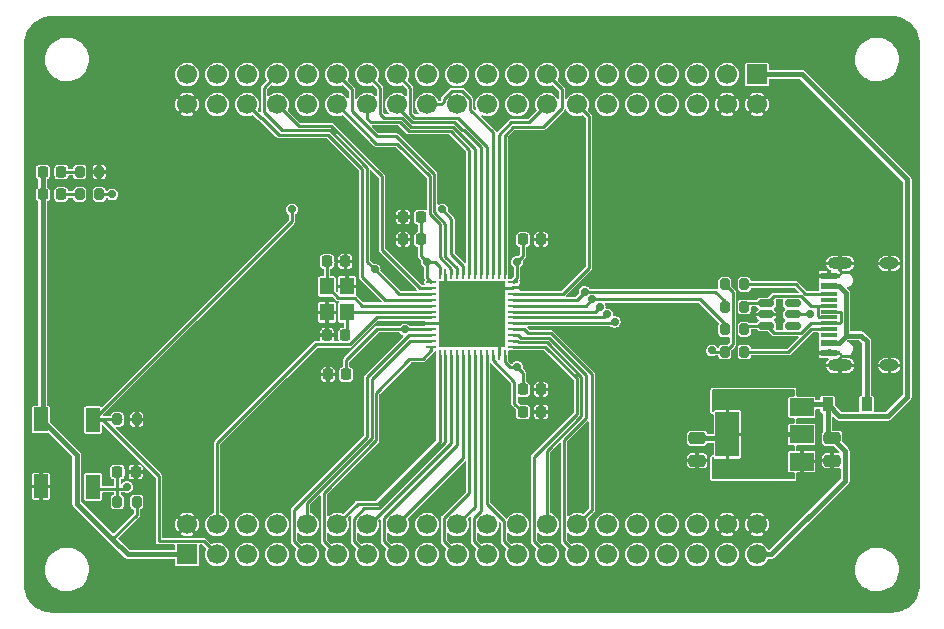
<source format=gbr>
%TF.GenerationSoftware,KiCad,Pcbnew,6.0.2+dfsg-1*%
%TF.CreationDate,2022-03-05T11:59:17+08:00*%
%TF.ProjectId,mcustm32f411,6d637573-746d-4333-9266-3431312e6b69,a*%
%TF.SameCoordinates,Original*%
%TF.FileFunction,Copper,L1,Top*%
%TF.FilePolarity,Positive*%
%FSLAX46Y46*%
G04 Gerber Fmt 4.6, Leading zero omitted, Abs format (unit mm)*
G04 Created by KiCad (PCBNEW 6.0.2+dfsg-1) date 2022-03-05 11:59:17*
%MOMM*%
%LPD*%
G01*
G04 APERTURE LIST*
G04 Aperture macros list*
%AMRoundRect*
0 Rectangle with rounded corners*
0 $1 Rounding radius*
0 $2 $3 $4 $5 $6 $7 $8 $9 X,Y pos of 4 corners*
0 Add a 4 corners polygon primitive as box body*
4,1,4,$2,$3,$4,$5,$6,$7,$8,$9,$2,$3,0*
0 Add four circle primitives for the rounded corners*
1,1,$1+$1,$2,$3*
1,1,$1+$1,$4,$5*
1,1,$1+$1,$6,$7*
1,1,$1+$1,$8,$9*
0 Add four rect primitives between the rounded corners*
20,1,$1+$1,$2,$3,$4,$5,0*
20,1,$1+$1,$4,$5,$6,$7,0*
20,1,$1+$1,$6,$7,$8,$9,0*
20,1,$1+$1,$8,$9,$2,$3,0*%
G04 Aperture macros list end*
%TA.AperFunction,SMDPad,CuDef*%
%ADD10RoundRect,0.225000X-0.225000X-0.250000X0.225000X-0.250000X0.225000X0.250000X-0.225000X0.250000X0*%
%TD*%
%TA.AperFunction,SMDPad,CuDef*%
%ADD11R,0.900000X1.200000*%
%TD*%
%TA.AperFunction,SMDPad,CuDef*%
%ADD12R,1.450000X0.600000*%
%TD*%
%TA.AperFunction,SMDPad,CuDef*%
%ADD13R,1.450000X0.300000*%
%TD*%
%TA.AperFunction,ComponentPad*%
%ADD14O,2.100000X1.000000*%
%TD*%
%TA.AperFunction,ComponentPad*%
%ADD15O,1.600000X1.000000*%
%TD*%
%TA.AperFunction,SMDPad,CuDef*%
%ADD16R,1.200000X2.000000*%
%TD*%
%TA.AperFunction,SMDPad,CuDef*%
%ADD17RoundRect,0.225000X0.225000X0.250000X-0.225000X0.250000X-0.225000X-0.250000X0.225000X-0.250000X0*%
%TD*%
%TA.AperFunction,SMDPad,CuDef*%
%ADD18R,2.000000X1.500000*%
%TD*%
%TA.AperFunction,SMDPad,CuDef*%
%ADD19R,2.000000X3.800000*%
%TD*%
%TA.AperFunction,SMDPad,CuDef*%
%ADD20RoundRect,0.250000X-0.475000X0.250000X-0.475000X-0.250000X0.475000X-0.250000X0.475000X0.250000X0*%
%TD*%
%TA.AperFunction,SMDPad,CuDef*%
%ADD21RoundRect,0.200000X-0.200000X-0.275000X0.200000X-0.275000X0.200000X0.275000X-0.200000X0.275000X0*%
%TD*%
%TA.AperFunction,SMDPad,CuDef*%
%ADD22RoundRect,0.218750X0.218750X0.256250X-0.218750X0.256250X-0.218750X-0.256250X0.218750X-0.256250X0*%
%TD*%
%TA.AperFunction,ComponentPad*%
%ADD23C,1.700000*%
%TD*%
%TA.AperFunction,ComponentPad*%
%ADD24R,1.700000X1.700000*%
%TD*%
%TA.AperFunction,SMDPad,CuDef*%
%ADD25RoundRect,0.150000X-0.512500X-0.150000X0.512500X-0.150000X0.512500X0.150000X-0.512500X0.150000X0*%
%TD*%
%TA.AperFunction,SMDPad,CuDef*%
%ADD26RoundRect,0.200000X0.200000X0.275000X-0.200000X0.275000X-0.200000X-0.275000X0.200000X-0.275000X0*%
%TD*%
%TA.AperFunction,SMDPad,CuDef*%
%ADD27R,1.200000X1.400000*%
%TD*%
%TA.AperFunction,SMDPad,CuDef*%
%ADD28RoundRect,0.062500X-0.375000X-0.062500X0.375000X-0.062500X0.375000X0.062500X-0.375000X0.062500X0*%
%TD*%
%TA.AperFunction,SMDPad,CuDef*%
%ADD29RoundRect,0.062500X-0.062500X-0.375000X0.062500X-0.375000X0.062500X0.375000X-0.062500X0.375000X0*%
%TD*%
%TA.AperFunction,SMDPad,CuDef*%
%ADD30R,5.600000X5.600000*%
%TD*%
%TA.AperFunction,ViaPad*%
%ADD31C,0.700000*%
%TD*%
%TA.AperFunction,Conductor*%
%ADD32C,0.228600*%
%TD*%
%TA.AperFunction,Conductor*%
%ADD33C,0.457200*%
%TD*%
%TA.AperFunction,Conductor*%
%ADD34C,0.381000*%
%TD*%
G04 APERTURE END LIST*
D10*
%TO.P,C9,1*%
%TO.N,Net-(U2-Pad22)*%
X156705000Y-109855000D03*
%TO.P,C9,2*%
%TO.N,GND*%
X158255000Y-109855000D03*
%TD*%
D11*
%TO.P,D1,1,K*%
%TO.N,+5V*%
X182500000Y-109220000D03*
%TO.P,D1,2,A*%
%TO.N,VBUS*%
X185800000Y-109220000D03*
%TD*%
D12*
%TO.P,J1,A1,GND*%
%TO.N,GND*%
X182645000Y-104850000D03*
%TO.P,J1,A4,VBUS*%
%TO.N,VBUS*%
X182645000Y-104050000D03*
D13*
%TO.P,J1,A5,CC1*%
%TO.N,Net-(J1-PadA5)*%
X182645000Y-102850000D03*
%TO.P,J1,A6,D+*%
%TO.N,Net-(J1-PadA6)*%
X182645000Y-101850000D03*
%TO.P,J1,A7,D-*%
%TO.N,Net-(J1-PadA7)*%
X182645000Y-101350000D03*
%TO.P,J1,A8,SBU1*%
%TO.N,unconnected-(J1-PadA8)*%
X182645000Y-100350000D03*
D12*
%TO.P,J1,A9,VBUS*%
%TO.N,VBUS*%
X182645000Y-99150000D03*
%TO.P,J1,A12,GND*%
%TO.N,GND*%
X182645000Y-98350000D03*
%TO.P,J1,B1,GND*%
X182645000Y-98350000D03*
%TO.P,J1,B4,VBUS*%
%TO.N,VBUS*%
X182645000Y-99150000D03*
D13*
%TO.P,J1,B5,CC2*%
%TO.N,Net-(J1-PadB5)*%
X182645000Y-99850000D03*
%TO.P,J1,B6,D+*%
%TO.N,Net-(J1-PadA6)*%
X182645000Y-100850000D03*
%TO.P,J1,B7,D-*%
%TO.N,Net-(J1-PadA7)*%
X182645000Y-102350000D03*
%TO.P,J1,B8,SBU2*%
%TO.N,unconnected-(J1-PadB8)*%
X182645000Y-103350000D03*
D12*
%TO.P,J1,B9,VBUS*%
%TO.N,VBUS*%
X182645000Y-104050000D03*
%TO.P,J1,B12,GND*%
%TO.N,GND*%
X182645000Y-104850000D03*
D14*
%TO.P,J1,S1,SHIELD*%
X183560000Y-105920000D03*
X183560000Y-97280000D03*
D15*
X187740000Y-105920000D03*
X187740000Y-97280000D03*
%TD*%
D16*
%TO.P,SW1,1,1*%
%TO.N,GND*%
X115910000Y-116155000D03*
%TO.P,SW1,2,2*%
%TO.N,NRST*%
X120310000Y-116205000D03*
%TD*%
%TO.P,SW2,1,1*%
%TO.N,BO0*%
X120310000Y-110540000D03*
%TO.P,SW2,2,2*%
%TO.N,+3V3*%
X115910000Y-110490000D03*
%TD*%
D17*
%TO.P,C5,1*%
%TO.N,+3V3*%
X148095000Y-95250000D03*
%TO.P,C5,2*%
%TO.N,GND*%
X146545000Y-95250000D03*
%TD*%
D10*
%TO.P,C6,1*%
%TO.N,+3V3*%
X156705000Y-95250000D03*
%TO.P,C6,2*%
%TO.N,GND*%
X158255000Y-95250000D03*
%TD*%
D17*
%TO.P,C7,1*%
%TO.N,+3V3*%
X141745000Y-106680000D03*
%TO.P,C7,2*%
%TO.N,GND*%
X140195000Y-106680000D03*
%TD*%
D10*
%TO.P,C8,1*%
%TO.N,+3V3*%
X156705000Y-107950000D03*
%TO.P,C8,2*%
%TO.N,GND*%
X158255000Y-107950000D03*
%TD*%
D18*
%TO.P,U1,1,GND*%
%TO.N,GND*%
X180315000Y-114060000D03*
D19*
%TO.P,U1,2,VO*%
%TO.N,+3V3*%
X174015000Y-111760000D03*
D18*
X180315000Y-111760000D03*
%TO.P,U1,3,VI*%
%TO.N,+5V*%
X180315000Y-109460000D03*
%TD*%
D20*
%TO.P,C1,1*%
%TO.N,+5V*%
X182880000Y-112080000D03*
%TO.P,C1,2*%
%TO.N,GND*%
X182880000Y-113980000D03*
%TD*%
D10*
%TO.P,C2,1*%
%TO.N,NRST*%
X122375000Y-114935000D03*
%TO.P,C2,2*%
%TO.N,GND*%
X123925000Y-114935000D03*
%TD*%
D21*
%TO.P,R5,1*%
%TO.N,PA11*%
X173800000Y-102870000D03*
%TO.P,R5,2*%
%TO.N,Net-(J1-PadA7)*%
X175450000Y-102870000D03*
%TD*%
%TO.P,R6,1*%
%TO.N,PA12*%
X173800000Y-100965000D03*
%TO.P,R6,2*%
%TO.N,Net-(J1-PadA6)*%
X175450000Y-100965000D03*
%TD*%
D22*
%TO.P,D2,1,K*%
%TO.N,Net-(D2-Pad1)*%
X117627500Y-89535000D03*
%TO.P,D2,2,A*%
%TO.N,+3V3*%
X116052500Y-89535000D03*
%TD*%
%TO.P,D3,1,K*%
%TO.N,Net-(D3-Pad1)*%
X117627500Y-91440000D03*
%TO.P,D3,2,A*%
%TO.N,+3V3*%
X116052500Y-91440000D03*
%TD*%
D21*
%TO.P,R3,1*%
%TO.N,PC14*%
X173800000Y-104775000D03*
%TO.P,R3,2*%
%TO.N,Net-(J1-PadA5)*%
X175450000Y-104775000D03*
%TD*%
%TO.P,R4,1*%
%TO.N,PC14*%
X173800000Y-99060000D03*
%TO.P,R4,2*%
%TO.N,Net-(J1-PadB5)*%
X175450000Y-99060000D03*
%TD*%
%TO.P,R7,1*%
%TO.N,Net-(D2-Pad1)*%
X119190000Y-89535000D03*
%TO.P,R7,2*%
%TO.N,GND*%
X120840000Y-89535000D03*
%TD*%
%TO.P,R8,1*%
%TO.N,Net-(D3-Pad1)*%
X119190000Y-91440000D03*
%TO.P,R8,2*%
%TO.N,PC13*%
X120840000Y-91440000D03*
%TD*%
D10*
%TO.P,C10,1*%
%TO.N,Net-(C10-Pad1)*%
X140125000Y-97100000D03*
%TO.P,C10,2*%
%TO.N,GND*%
X141675000Y-97100000D03*
%TD*%
D17*
%TO.P,C11,1*%
%TO.N,Net-(C11-Pad1)*%
X141675000Y-103350000D03*
%TO.P,C11,2*%
%TO.N,GND*%
X140125000Y-103350000D03*
%TD*%
D23*
%TO.P,J2,80,GND*%
%TO.N,GND*%
X128270000Y-83820000D03*
%TO.P,J2,79,3.3V*%
%TO.N,+3V3*%
X128270000Y-81280000D03*
%TO.P,J2,78,U6*%
%TO.N,unconnected-(J2-Pad78)*%
X130810000Y-83820000D03*
%TO.P,J2,77,U5*%
%TO.N,unconnected-(J2-Pad77)*%
X130810000Y-81280000D03*
%TO.P,J2,76,PC15*%
%TO.N,PC15*%
X133350000Y-83820000D03*
%TO.P,J2,75,U7*%
%TO.N,unconnected-(J2-Pad75)*%
X133350000Y-81280000D03*
%TO.P,J2,74,PC13*%
%TO.N,PC13*%
X135890000Y-83820000D03*
%TO.P,J2,73,PC14*%
%TO.N,PC14*%
X135890000Y-81280000D03*
%TO.P,J2,72,U10*%
%TO.N,unconnected-(J2-Pad72)*%
X138430000Y-83820000D03*
%TO.P,J2,71,U9*%
%TO.N,unconnected-(J2-Pad71)*%
X138430000Y-81280000D03*
%TO.P,J2,70,PB9*%
%TO.N,PB9*%
X140970000Y-83820000D03*
%TO.P,J2,69,PB8*%
%TO.N,PB8*%
X140970000Y-81280000D03*
%TO.P,J2,68,PB7*%
%TO.N,PB7*%
X143510000Y-83820000D03*
%TO.P,J2,67,PB6*%
%TO.N,PB6*%
X143510000Y-81280000D03*
%TO.P,J2,66,PB5*%
%TO.N,PB5*%
X146050000Y-83820000D03*
%TO.P,J2,65,PB4*%
%TO.N,PB4*%
X146050000Y-81280000D03*
%TO.P,J2,64,PB3*%
%TO.N,PB3*%
X148590000Y-83820000D03*
%TO.P,J2,63,PD2*%
%TO.N,PD2*%
X148590000Y-81280000D03*
%TO.P,J2,62,U8*%
%TO.N,unconnected-(J2-Pad62)*%
X151130000Y-83820000D03*
%TO.P,J2,61,PC12*%
%TO.N,PC12*%
X151130000Y-81280000D03*
%TO.P,J2,60,PC11*%
%TO.N,PC11*%
X153670000Y-83820000D03*
%TO.P,J2,59,PC10*%
%TO.N,PC10*%
X153670000Y-81280000D03*
%TO.P,J2,58,U12*%
%TO.N,unconnected-(J2-Pad58)*%
X156210000Y-83820000D03*
%TO.P,J2,57,U11*%
%TO.N,unconnected-(J2-Pad57)*%
X156210000Y-81280000D03*
%TO.P,J2,56,PA15*%
%TO.N,PA15*%
X158750000Y-83820000D03*
%TO.P,J2,55,PA14*%
%TO.N,PA14*%
X158750000Y-81280000D03*
%TO.P,J2,54,PA13*%
%TO.N,PA13*%
X161290000Y-83820000D03*
%TO.P,J2,53,PA12*%
%TO.N,PA12*%
X161290000Y-81280000D03*
%TO.P,J2,52,PA11*%
%TO.N,PA11*%
X163830000Y-83820000D03*
%TO.P,J2,51,PA10*%
%TO.N,PA10*%
X163830000Y-81280000D03*
%TO.P,J2,50,PA9*%
%TO.N,PA9*%
X166370000Y-83820000D03*
%TO.P,J2,49,PA8*%
%TO.N,PA8*%
X166370000Y-81280000D03*
%TO.P,J2,48,U14*%
%TO.N,unconnected-(J2-Pad48)*%
X168910000Y-83820000D03*
%TO.P,J2,47,U13*%
%TO.N,unconnected-(J2-Pad47)*%
X168910000Y-81280000D03*
%TO.P,J2,46,U16*%
%TO.N,unconnected-(J2-Pad46)*%
X171450000Y-83820000D03*
%TO.P,J2,45,U15*%
%TO.N,unconnected-(J2-Pad45)*%
X171450000Y-81280000D03*
%TO.P,J2,44,GND*%
%TO.N,GND*%
X173990000Y-83820000D03*
%TO.P,J2,43,3.3V*%
%TO.N,+3V3*%
X173990000Y-81280000D03*
%TO.P,J2,42,GND*%
%TO.N,GND*%
X176530000Y-83820000D03*
D24*
%TO.P,J2,41,5V*%
%TO.N,+5V*%
X176530000Y-81280000D03*
D23*
%TO.P,J2,40,GND*%
%TO.N,GND*%
X176530000Y-119380000D03*
%TO.P,J2,39,5V*%
%TO.N,+5V*%
X176530000Y-121920000D03*
%TO.P,J2,38,GND*%
%TO.N,GND*%
X173990000Y-119380000D03*
%TO.P,J2,37,3.3V*%
%TO.N,+3V3*%
X173990000Y-121920000D03*
%TO.P,J2,36,U4*%
%TO.N,unconnected-(J2-Pad36)*%
X171450000Y-119380000D03*
%TO.P,J2,35,U3*%
%TO.N,unconnected-(J2-Pad35)*%
X171450000Y-121920000D03*
%TO.P,J2,34,U2*%
%TO.N,unconnected-(J2-Pad34)*%
X168910000Y-119380000D03*
%TO.P,J2,33,U1*%
%TO.N,unconnected-(J2-Pad33)*%
X168910000Y-121920000D03*
%TO.P,J2,32,PC9*%
%TO.N,PC9*%
X166370000Y-119380000D03*
%TO.P,J2,31,PC8*%
%TO.N,PC8*%
X166370000Y-121920000D03*
%TO.P,J2,30,PC7*%
%TO.N,PC7*%
X163830000Y-119380000D03*
%TO.P,J2,29,PC6*%
%TO.N,PC6*%
X163830000Y-121920000D03*
%TO.P,J2,28,PB15*%
%TO.N,PB15*%
X161290000Y-119380000D03*
%TO.P,J2,27,PB14*%
%TO.N,PB14*%
X161290000Y-121920000D03*
%TO.P,J2,26,PB13*%
%TO.N,PB13*%
X158750000Y-119380000D03*
%TO.P,J2,25,PB12*%
%TO.N,PB12*%
X158750000Y-121920000D03*
%TO.P,J2,24,PB11*%
%TO.N,PB11*%
X156210000Y-119380000D03*
%TO.P,J2,23,PB10*%
%TO.N,PB10*%
X156210000Y-121920000D03*
%TO.P,J2,22,U0*%
%TO.N,unconnected-(J2-Pad22)*%
X153670000Y-119380000D03*
%TO.P,J2,21,PB2*%
%TO.N,PB2*%
X153670000Y-121920000D03*
%TO.P,J2,20,PB1*%
%TO.N,PB1*%
X151130000Y-119380000D03*
%TO.P,J2,19,PB0*%
%TO.N,PB0*%
X151130000Y-121920000D03*
%TO.P,J2,18,PC5*%
%TO.N,PC5*%
X148590000Y-119380000D03*
%TO.P,J2,17,PC4*%
%TO.N,PC4*%
X148590000Y-121920000D03*
%TO.P,J2,16,PA7*%
%TO.N,PA7*%
X146050000Y-119380000D03*
%TO.P,J2,15,PA6*%
%TO.N,PA6*%
X146050000Y-121920000D03*
%TO.P,J2,14,PA5*%
%TO.N,PA5*%
X143510000Y-119380000D03*
%TO.P,J2,13,PA4*%
%TO.N,PA4*%
X143510000Y-121920000D03*
%TO.P,J2,12,PA3*%
%TO.N,PA3*%
X140970000Y-119380000D03*
%TO.P,J2,11,PA2*%
%TO.N,PA2*%
X140970000Y-121920000D03*
%TO.P,J2,10,PA1*%
%TO.N,PA1*%
X138430000Y-119380000D03*
%TO.P,J2,9,PA0*%
%TO.N,PA0*%
X138430000Y-121920000D03*
%TO.P,J2,8,PC3*%
%TO.N,PC3*%
X135890000Y-119380000D03*
%TO.P,J2,7,PC2*%
%TO.N,PC2*%
X135890000Y-121920000D03*
%TO.P,J2,6,PC1*%
%TO.N,PC1*%
X133350000Y-119380000D03*
%TO.P,J2,5,PC0*%
%TO.N,PC0*%
X133350000Y-121920000D03*
%TO.P,J2,4,NRST*%
%TO.N,NRST*%
X130810000Y-119380000D03*
%TO.P,J2,3,BO0*%
%TO.N,BO0*%
X130810000Y-121920000D03*
%TO.P,J2,2,GND*%
%TO.N,GND*%
X128270000Y-119380000D03*
D24*
%TO.P,J2,1,3.3V*%
%TO.N,+3V3*%
X128270000Y-121920000D03*
%TD*%
D25*
%TO.P,U3,1,IO1*%
%TO.N,Net-(J1-PadA6)*%
X177297500Y-100650000D03*
%TO.P,U3,2,VN*%
%TO.N,GND*%
X177297500Y-101600000D03*
%TO.P,U3,3,IO2*%
%TO.N,Net-(J1-PadA7)*%
X177297500Y-102550000D03*
%TO.P,U3,4,IO3*%
%TO.N,unconnected-(U3-Pad4)*%
X179572500Y-102550000D03*
%TO.P,U3,5,VP*%
%TO.N,+3V3*%
X179572500Y-101600000D03*
%TO.P,U3,6,IO4*%
%TO.N,unconnected-(U3-Pad6)*%
X179572500Y-100650000D03*
%TD*%
D17*
%TO.P,C4,1*%
%TO.N,+3V3*%
X148095000Y-93345000D03*
%TO.P,C4,2*%
%TO.N,GND*%
X146545000Y-93345000D03*
%TD*%
D26*
%TO.P,R1,1*%
%TO.N,+3V3*%
X124015000Y-117475000D03*
%TO.P,R1,2*%
%TO.N,NRST*%
X122365000Y-117475000D03*
%TD*%
D21*
%TO.P,R2,1*%
%TO.N,BO0*%
X122365000Y-110490000D03*
%TO.P,R2,2*%
%TO.N,GND*%
X124015000Y-110490000D03*
%TD*%
D27*
%TO.P,Y1,1,1*%
%TO.N,Net-(C10-Pad1)*%
X140120000Y-99230000D03*
%TO.P,Y1,2,2*%
%TO.N,GND*%
X140120000Y-101430000D03*
%TO.P,Y1,3,3*%
%TO.N,Net-(C11-Pad1)*%
X141820000Y-101430000D03*
%TO.P,Y1,4,4*%
%TO.N,GND*%
X141820000Y-99230000D03*
%TD*%
D20*
%TO.P,C3,1*%
%TO.N,+3V3*%
X171450000Y-112080000D03*
%TO.P,C3,2*%
%TO.N,GND*%
X171450000Y-113980000D03*
%TD*%
D28*
%TO.P,U2,1,VBAT*%
%TO.N,+3V3*%
X148962500Y-98850000D03*
%TO.P,U2,2,PC13*%
%TO.N,PC13*%
X148962500Y-99350000D03*
%TO.P,U2,3,PC14*%
%TO.N,PC14*%
X148962500Y-99850000D03*
%TO.P,U2,4,PC15*%
%TO.N,PC15*%
X148962500Y-100350000D03*
%TO.P,U2,5,PH0*%
%TO.N,Net-(C10-Pad1)*%
X148962500Y-100850000D03*
%TO.P,U2,6,PH1*%
%TO.N,Net-(C11-Pad1)*%
X148962500Y-101350000D03*
%TO.P,U2,7,NRST*%
%TO.N,NRST*%
X148962500Y-101850000D03*
%TO.P,U2,8,VSSA*%
%TO.N,GND*%
X148962500Y-102350000D03*
%TO.P,U2,9,VDDA*%
%TO.N,+3V3*%
X148962500Y-102850000D03*
%TO.P,U2,10,PA0*%
%TO.N,PA0*%
X148962500Y-103350000D03*
%TO.P,U2,11,PA1*%
%TO.N,PA1*%
X148962500Y-103850000D03*
%TO.P,U2,12,PA2*%
%TO.N,PA2*%
X148962500Y-104350000D03*
D29*
%TO.P,U2,13,PA3*%
%TO.N,PA3*%
X149650000Y-105037500D03*
%TO.P,U2,14,PA4*%
%TO.N,PA4*%
X150150000Y-105037500D03*
%TO.P,U2,15,PA5*%
%TO.N,PA5*%
X150650000Y-105037500D03*
%TO.P,U2,16,PA6*%
%TO.N,PA6*%
X151150000Y-105037500D03*
%TO.P,U2,17,PA7*%
%TO.N,PA7*%
X151650000Y-105037500D03*
%TO.P,U2,18,PB0*%
%TO.N,PB0*%
X152150000Y-105037500D03*
%TO.P,U2,19,PB1*%
%TO.N,PB1*%
X152650000Y-105037500D03*
%TO.P,U2,20,PB2*%
%TO.N,PB2*%
X153150000Y-105037500D03*
%TO.P,U2,21,PB10*%
%TO.N,PB10*%
X153650000Y-105037500D03*
%TO.P,U2,22,VCAP1*%
%TO.N,Net-(U2-Pad22)*%
X154150000Y-105037500D03*
%TO.P,U2,23,VSS*%
%TO.N,GND*%
X154650000Y-105037500D03*
%TO.P,U2,24,VDD*%
%TO.N,+3V3*%
X155150000Y-105037500D03*
D28*
%TO.P,U2,25,PB12*%
%TO.N,PB12*%
X155837500Y-104350000D03*
%TO.P,U2,26,PB13*%
%TO.N,PB13*%
X155837500Y-103850000D03*
%TO.P,U2,27,PB14*%
%TO.N,PB14*%
X155837500Y-103350000D03*
%TO.P,U2,28,PB15*%
%TO.N,PB15*%
X155837500Y-102850000D03*
%TO.P,U2,29,PA8*%
%TO.N,PA8*%
X155837500Y-102350000D03*
%TO.P,U2,30,PA9*%
%TO.N,PA9*%
X155837500Y-101850000D03*
%TO.P,U2,31,PA10*%
%TO.N,PA10*%
X155837500Y-101350000D03*
%TO.P,U2,32,PA11*%
%TO.N,PA11*%
X155837500Y-100850000D03*
%TO.P,U2,33,PA12*%
%TO.N,PA12*%
X155837500Y-100350000D03*
%TO.P,U2,34,PA13*%
%TO.N,PA13*%
X155837500Y-99850000D03*
%TO.P,U2,35,VSS*%
%TO.N,GND*%
X155837500Y-99350000D03*
%TO.P,U2,36,VDD*%
%TO.N,+3V3*%
X155837500Y-98850000D03*
D29*
%TO.P,U2,37,PA14*%
%TO.N,PA14*%
X155150000Y-98162500D03*
%TO.P,U2,38,PA15*%
%TO.N,PA15*%
X154650000Y-98162500D03*
%TO.P,U2,39,PB3*%
%TO.N,PB3*%
X154150000Y-98162500D03*
%TO.P,U2,40,PB4*%
%TO.N,PB4*%
X153650000Y-98162500D03*
%TO.P,U2,41,PB5*%
%TO.N,PB5*%
X153150000Y-98162500D03*
%TO.P,U2,42,PB6*%
%TO.N,PB6*%
X152650000Y-98162500D03*
%TO.P,U2,43,PB7*%
%TO.N,PB7*%
X152150000Y-98162500D03*
%TO.P,U2,44,BOOT0*%
%TO.N,BO0*%
X151650000Y-98162500D03*
%TO.P,U2,45,PB8*%
%TO.N,PB8*%
X151150000Y-98162500D03*
%TO.P,U2,46,PB9*%
%TO.N,PB9*%
X150650000Y-98162500D03*
%TO.P,U2,47,VSS*%
%TO.N,GND*%
X150150000Y-98162500D03*
%TO.P,U2,48,VDD*%
%TO.N,+3V3*%
X149650000Y-98162500D03*
D30*
%TO.P,U2,49,VSS*%
%TO.N,GND*%
X152400000Y-101600000D03*
%TD*%
D31*
%TO.N,PC14*%
X144145000Y-97790000D03*
%TO.N,+3V3*%
X178435000Y-109855000D03*
X177165000Y-109855000D03*
X175895000Y-109855000D03*
X175895000Y-113665000D03*
X177165000Y-113665000D03*
X178435000Y-113665000D03*
X148590000Y-97155000D03*
X156210000Y-97155000D03*
X180975000Y-101600000D03*
X175895000Y-111760000D03*
X156210000Y-106045000D03*
X177165000Y-111760000D03*
X178435000Y-111760000D03*
X146685000Y-102870000D03*
%TO.N,GND*%
X158750000Y-106045000D03*
X156210000Y-114300000D03*
X161290000Y-114300000D03*
X151130000Y-102870000D03*
X157400000Y-91100000D03*
X176070000Y-101933800D03*
X147320000Y-106680000D03*
X157480000Y-87630000D03*
X158750000Y-97155000D03*
X151130000Y-100330000D03*
X140335000Y-107950000D03*
X149860000Y-91440000D03*
X153670000Y-102870000D03*
X169545000Y-101600000D03*
X153670000Y-100330000D03*
X144145000Y-95885000D03*
%TO.N,PA12*%
X161925000Y-99695000D03*
%TO.N,PA11*%
X162560000Y-100330000D03*
%TO.N,PA10*%
X163195000Y-100965000D03*
%TO.N,PA9*%
X163830000Y-101600000D03*
%TO.N,PA8*%
X164465000Y-102235000D03*
%TO.N,NRST*%
X123190000Y-116205000D03*
%TO.N,PC14*%
X172720000Y-104648000D03*
%TO.N,PC13*%
X121920000Y-91440000D03*
%TO.N,BO0*%
X149860000Y-92710000D03*
X137160000Y-92710000D03*
%TD*%
D32*
%TO.N,PC13*%
X147970967Y-99350000D02*
X144761211Y-96140244D01*
%TO.N,PC14*%
X143482388Y-97127388D02*
X144145000Y-97790000D01*
X136337612Y-86019489D02*
X140337613Y-86019489D01*
%TO.N,PC13*%
X140495225Y-85638978D02*
X137708978Y-85638978D01*
%TO.N,PC14*%
X135890000Y-81280000D02*
X134773299Y-82396701D01*
%TO.N,PC15*%
X145013753Y-100350000D02*
X143101877Y-98438123D01*
X143101877Y-98438123D02*
X143101877Y-89321877D01*
%TO.N,PC13*%
X148962500Y-99350000D02*
X147970967Y-99350000D01*
%TO.N,PC15*%
X148962500Y-100350000D02*
X145013753Y-100350000D01*
%TO.N,PC14*%
X134773299Y-82396701D02*
X134773299Y-84455176D01*
%TO.N,PC13*%
X144761211Y-89904964D02*
X140495225Y-85638978D01*
X137708978Y-85638978D02*
X135890000Y-83820000D01*
%TO.N,PC15*%
X143101877Y-89321877D02*
X140180000Y-86400000D01*
%TO.N,PC14*%
X143482388Y-89164265D02*
X143482388Y-97127388D01*
%TO.N,PC15*%
X134530000Y-85000000D02*
X133350000Y-83820000D01*
%TO.N,PC13*%
X144761211Y-96140244D02*
X144761211Y-89904964D01*
%TO.N,PC14*%
X140337613Y-86019489D02*
X143482388Y-89164265D01*
X134773299Y-84455176D02*
X136337612Y-86019489D01*
%TO.N,PC15*%
X140180000Y-86400000D02*
X136030000Y-86400000D01*
X136030000Y-86400000D02*
X134630000Y-85000000D01*
X134630000Y-85000000D02*
X134530000Y-85000000D01*
D33*
%TO.N,VBUS*%
X184093912Y-103393310D02*
X185333310Y-103393310D01*
X185800000Y-103860000D02*
X185800000Y-109220000D01*
X185333310Y-103393310D02*
X185800000Y-103860000D01*
D32*
%TO.N,Net-(J1-PadA7)*%
X177297500Y-102550000D02*
X175770000Y-102550000D01*
X175770000Y-102550000D02*
X175450000Y-102870000D01*
%TO.N,PB9*%
X149650000Y-96760120D02*
X150650000Y-97760120D01*
%TO.N,PB8*%
X149197736Y-92960456D02*
X149197736Y-89735718D01*
%TO.N,PB9*%
X149650000Y-93951550D02*
X149650000Y-96760120D01*
X140970000Y-83820000D02*
X144281022Y-87131022D01*
X148816725Y-93118275D02*
X149650000Y-93951550D01*
%TO.N,PB8*%
X150150000Y-93912720D02*
X149197736Y-92960456D01*
X144337821Y-86518991D02*
X142215581Y-84396751D01*
%TO.N,PB9*%
X144281022Y-87131022D02*
X146054916Y-87131022D01*
X146054916Y-87131022D02*
X148816725Y-89892831D01*
X148816725Y-89892831D02*
X148816725Y-93118275D01*
X150650000Y-97760120D02*
X150650000Y-98162500D01*
%TO.N,PB8*%
X151150000Y-98162500D02*
X151150000Y-97692578D01*
X151150000Y-97692578D02*
X150150000Y-96692578D01*
X150150000Y-96692578D02*
X150150000Y-93912720D01*
X149197736Y-89735718D02*
X145981009Y-86518991D01*
X145981009Y-86518991D02*
X144337821Y-86518991D01*
X142215581Y-84396751D02*
X142215581Y-82525581D01*
X142215581Y-82525581D02*
X140970000Y-81280000D01*
%TO.N,PB5*%
X150904960Y-85318712D02*
X151575225Y-85988978D01*
%TO.N,PB3*%
X150013789Y-83357649D02*
X150667649Y-82703789D01*
X151592351Y-82703789D02*
X152246211Y-83357649D01*
%TO.N,PB4*%
X151191073Y-84936701D02*
X153530511Y-87276139D01*
X153530511Y-87276139D02*
X153530511Y-87276153D01*
X147513191Y-84936701D02*
X151191073Y-84936701D01*
%TO.N,PB3*%
X152246211Y-84282351D02*
X154150000Y-86186140D01*
%TO.N,PB6*%
X144626701Y-84590211D02*
X144973190Y-84936700D01*
%TO.N,PB3*%
X154150000Y-86186140D02*
X154150000Y-98162500D01*
%TO.N,PB4*%
X147166701Y-84590211D02*
X147513191Y-84936701D01*
%TO.N,PB3*%
X149792081Y-83820000D02*
X150013789Y-83598292D01*
%TO.N,PB6*%
X152650000Y-87601876D02*
X152650000Y-98162500D01*
X143510000Y-81280000D02*
X144626701Y-82396701D01*
%TO.N,PB3*%
X150013789Y-83598292D02*
X150013789Y-83357649D01*
%TO.N,PB5*%
X149892466Y-85318712D02*
X150904960Y-85318712D01*
X151705227Y-85988978D02*
X153150000Y-87433751D01*
%TO.N,PB3*%
X152246211Y-83357649D02*
X152246211Y-84282351D01*
%TO.N,PB6*%
X144626701Y-82396701D02*
X144626701Y-84590211D01*
%TO.N,PB5*%
X149891466Y-85317712D02*
X149892466Y-85318712D01*
X147355372Y-85317712D02*
X149891466Y-85317712D01*
X146050000Y-84012340D02*
X147355372Y-85317712D01*
%TO.N,PB6*%
X147197553Y-85698723D02*
X149734353Y-85698723D01*
%TO.N,PB7*%
X150589734Y-86079734D02*
X147039734Y-86079734D01*
%TO.N,PB6*%
X149734353Y-85698723D02*
X149734853Y-85699223D01*
%TO.N,PB7*%
X147039734Y-86079734D02*
X146277711Y-85317711D01*
%TO.N,PB6*%
X144973190Y-84936700D02*
X146435530Y-84936700D01*
X146435530Y-84936700D02*
X147197553Y-85698723D01*
%TO.N,PB4*%
X153530511Y-87276153D02*
X153650000Y-87395642D01*
X146050000Y-81280000D02*
X147166701Y-82396701D01*
%TO.N,PB6*%
X149734853Y-85699223D02*
X150747347Y-85699223D01*
%TO.N,PB4*%
X153650000Y-87395642D02*
X153650000Y-98162500D01*
X147166701Y-82396701D02*
X147166701Y-84590211D01*
%TO.N,PB7*%
X146277711Y-85317711D02*
X143805630Y-85317711D01*
%TO.N,PB5*%
X153150000Y-87433751D02*
X153150000Y-98162500D01*
X151575225Y-85988978D02*
X151705227Y-85988978D01*
%TO.N,PB3*%
X150667649Y-82703789D02*
X151592351Y-82703789D01*
%TO.N,PB6*%
X150747347Y-85699223D02*
X152650000Y-87601876D01*
%TO.N,PB3*%
X148590000Y-83820000D02*
X149792081Y-83820000D01*
%TO.N,PB7*%
X152150000Y-98162500D02*
X152150000Y-87640000D01*
X152150000Y-87640000D02*
X150589734Y-86079734D01*
X143805630Y-85317711D02*
X143510000Y-85022081D01*
X143510000Y-85022081D02*
X143510000Y-83820000D01*
%TO.N,PB0*%
X152150000Y-105037500D02*
X152150000Y-116707282D01*
X152150000Y-116707282D02*
X150013299Y-118843983D01*
X150013299Y-118843983D02*
X150013299Y-120803299D01*
X150013299Y-120803299D02*
X151130000Y-121920000D01*
%TO.N,PB1*%
X152650000Y-105037500D02*
X152650000Y-117860000D01*
X152650000Y-117860000D02*
X151130000Y-119380000D01*
%TO.N,PB2*%
X153150000Y-118232898D02*
X152553299Y-118829600D01*
X153150000Y-105037500D02*
X153150000Y-118232898D01*
X152553299Y-118829600D02*
X152553299Y-120803299D01*
X152553299Y-120803299D02*
X153670000Y-121920000D01*
%TO.N,PB10*%
X155093299Y-119093299D02*
X155093299Y-120803299D01*
X153650000Y-105037500D02*
X153650000Y-117650000D01*
X153650000Y-117650000D02*
X155093299Y-119093299D01*
X155093299Y-120803299D02*
X156210000Y-121920000D01*
%TO.N,PC14*%
X144145000Y-97790000D02*
X146205000Y-99850000D01*
X146205000Y-99850000D02*
X148962500Y-99850000D01*
%TO.N,PA13*%
X155837500Y-99850000D02*
X160100000Y-99850000D01*
X160100000Y-99850000D02*
X162306009Y-97643991D01*
X162306009Y-97643991D02*
X162306009Y-84836009D01*
X162306009Y-84836009D02*
X161290000Y-83820000D01*
%TO.N,PA12*%
X155837500Y-100350000D02*
X161270000Y-100350000D01*
X161270000Y-100350000D02*
X161925000Y-99695000D01*
%TO.N,PA11*%
X155837500Y-100850000D02*
X162040000Y-100850000D01*
X162040000Y-100850000D02*
X162560000Y-100330000D01*
%TO.N,PA10*%
X155837500Y-101350000D02*
X162810000Y-101350000D01*
X162810000Y-101350000D02*
X163195000Y-100965000D01*
%TO.N,PA8*%
X155837500Y-102350000D02*
X164350000Y-102350000D01*
X164350000Y-102350000D02*
X164465000Y-102235000D01*
%TO.N,PA9*%
X163580000Y-101850000D02*
X163830000Y-101600000D01*
X155837500Y-101850000D02*
X163580000Y-101850000D01*
%TO.N,+3V3*%
X148095000Y-93345000D02*
X148095000Y-95250000D01*
X156705000Y-95250000D02*
X156705000Y-96660000D01*
X156705000Y-96660000D02*
X156210000Y-97155000D01*
X148095000Y-95250000D02*
X148095000Y-96660000D01*
X148095000Y-96660000D02*
X148590000Y-97155000D01*
X148590000Y-97155000D02*
X148590000Y-98477500D01*
X148590000Y-98477500D02*
X148962500Y-98850000D01*
%TO.N,PA3*%
X140970000Y-119380000D02*
X142730000Y-117620000D01*
X149650000Y-105037500D02*
X149650000Y-112380000D01*
%TO.N,PA4*%
X150150000Y-112418124D02*
X150150000Y-105037500D01*
%TO.N,PA5*%
X150650000Y-112456246D02*
X150650000Y-105037500D01*
X143726246Y-119380000D02*
X150650000Y-112456246D01*
%TO.N,PA4*%
X143510000Y-121920000D02*
X142393299Y-120803299D01*
X142393299Y-120803299D02*
X142393299Y-118899600D01*
X142393299Y-118899600D02*
X143282388Y-118010511D01*
%TO.N,PA3*%
X149650000Y-112380000D02*
X144400000Y-117630000D01*
%TO.N,PA4*%
X143282388Y-118010511D02*
X144557613Y-118010511D01*
X144557613Y-118010511D02*
X150150000Y-112418124D01*
%TO.N,PA3*%
X144400000Y-117630000D02*
X142740000Y-117630000D01*
X142740000Y-117630000D02*
X142730000Y-117620000D01*
%TO.N,Net-(U2-Pad22)*%
X156705000Y-109855000D02*
X155988780Y-109138780D01*
X155988780Y-109138780D02*
X155988780Y-107278660D01*
X154150000Y-105439880D02*
X154150000Y-105037500D01*
X155988780Y-107278660D02*
X154150000Y-105439880D01*
%TO.N,+3V3*%
X156705000Y-107950000D02*
X156705000Y-106540000D01*
X156705000Y-106540000D02*
X156210000Y-106045000D01*
X155150000Y-105037500D02*
X155150000Y-105620000D01*
X179535000Y-101600000D02*
X180975000Y-101600000D01*
X155575000Y-106045000D02*
X156210000Y-106045000D01*
X149650000Y-97580000D02*
X149225000Y-97155000D01*
X149225000Y-97155000D02*
X148590000Y-97155000D01*
X141745000Y-105455000D02*
X141745000Y-106680000D01*
X146665000Y-102850000D02*
X146685000Y-102870000D01*
D33*
X118947988Y-117623525D02*
X121947231Y-120622769D01*
X115910000Y-110490000D02*
X118947988Y-113527988D01*
D32*
X156210000Y-98477500D02*
X156210000Y-97155000D01*
X148962500Y-102850000D02*
X146705000Y-102850000D01*
X144350000Y-102850000D02*
X146665000Y-102850000D01*
D33*
X116052500Y-89535000D02*
X116052500Y-110347500D01*
D32*
X155150000Y-105620000D02*
X155575000Y-106045000D01*
X124015000Y-117475000D02*
X124015000Y-118555000D01*
X146705000Y-102850000D02*
X146685000Y-102870000D01*
X155837500Y-98850000D02*
X156210000Y-98477500D01*
X124015000Y-118555000D02*
X121947231Y-120622769D01*
D33*
X121947231Y-120622769D02*
X123244463Y-121920000D01*
X123244463Y-121920000D02*
X128270000Y-121920000D01*
X118947988Y-113527988D02*
X118947988Y-117623525D01*
X171450000Y-112080000D02*
X173695000Y-112080000D01*
D32*
X149650000Y-98162500D02*
X149650000Y-97580000D01*
D33*
X178435000Y-111760000D02*
X180315000Y-111760000D01*
D32*
X144350000Y-102850000D02*
X141745000Y-105455000D01*
%TO.N,GND*%
X155837500Y-99350000D02*
X154650000Y-99350000D01*
X148962500Y-102350000D02*
X151650000Y-102350000D01*
X150150000Y-98162500D02*
X150150000Y-99350000D01*
X154650000Y-105037500D02*
X154650000Y-103850000D01*
%TO.N,PA15*%
X157225511Y-85344489D02*
X155725949Y-85344489D01*
X154650000Y-86420438D02*
X154650000Y-98162500D01*
X158750000Y-83820000D02*
X157225511Y-85344489D01*
X155725949Y-85344489D02*
X154650000Y-86420438D01*
%TO.N,PA14*%
X155883562Y-85725000D02*
X158423562Y-85725000D01*
X160020000Y-82550000D02*
X158750000Y-81280000D01*
X158423562Y-85725000D02*
X160020000Y-84128562D01*
X155150000Y-86458562D02*
X155883562Y-85725000D01*
X160020000Y-84128562D02*
X160020000Y-82550000D01*
X155150000Y-98162500D02*
X155150000Y-86458562D01*
%TO.N,PA12*%
X173005000Y-99695000D02*
X161925000Y-99695000D01*
X173800000Y-100965000D02*
X173800000Y-100490000D01*
X173800000Y-100490000D02*
X173005000Y-99695000D01*
%TO.N,PA11*%
X173800000Y-102870000D02*
X173800000Y-102395000D01*
X173800000Y-102395000D02*
X171735000Y-100330000D01*
X171735000Y-100330000D02*
X162560000Y-100330000D01*
%TO.N,PB15*%
X162549206Y-106680000D02*
X159077673Y-103208467D01*
X161290000Y-119380000D02*
X162549206Y-118120794D01*
X162549206Y-118120794D02*
X162549206Y-106680000D01*
X159077673Y-103208467D02*
X157178467Y-103208467D01*
X156820000Y-102850000D02*
X155837500Y-102850000D01*
X157178467Y-103208467D02*
X156820000Y-102850000D01*
%TO.N,PB14*%
X160173299Y-120803299D02*
X160173299Y-112241701D01*
X156307422Y-103350000D02*
X155837500Y-103350000D01*
X162033723Y-106703345D02*
X158919356Y-103588978D01*
X162033723Y-110381277D02*
X162033723Y-106703345D01*
X161290000Y-121920000D02*
X160173299Y-120803299D01*
X156546400Y-103588978D02*
X156307422Y-103350000D01*
X160173299Y-112241701D02*
X162033723Y-110381277D01*
X158919356Y-103588978D02*
X156546400Y-103588978D01*
%TO.N,PB13*%
X156359369Y-103969489D02*
X156239880Y-103850000D01*
X161652712Y-110223458D02*
X161652712Y-106861873D01*
X156239880Y-103850000D02*
X155837500Y-103850000D01*
X158750000Y-113126170D02*
X161652712Y-110223458D01*
X161652712Y-106861873D02*
X158760328Y-103969489D01*
X158760328Y-103969489D02*
X156359369Y-103969489D01*
X158750000Y-119380000D02*
X158750000Y-113126170D01*
%TO.N,PB12*%
X161271701Y-110065639D02*
X157633299Y-113704041D01*
X161271701Y-107018985D02*
X161271701Y-110065639D01*
X157633299Y-120803299D02*
X158750000Y-121920000D01*
X157633299Y-113704041D02*
X157633299Y-120803299D01*
X158602716Y-104350000D02*
X161271701Y-107018985D01*
X155837500Y-104350000D02*
X158602716Y-104350000D01*
%TO.N,PA7*%
X151650000Y-113780000D02*
X151650000Y-105037500D01*
X146050000Y-119380000D02*
X151650000Y-113780000D01*
%TO.N,PA6*%
X146050000Y-121920000D02*
X144933299Y-120803299D01*
X151150000Y-112627282D02*
X151150000Y-105037500D01*
X144933299Y-120803299D02*
X144933299Y-118843983D01*
X144933299Y-118843983D02*
X151150000Y-112627282D01*
%TO.N,PA2*%
X140970000Y-121920000D02*
X139853299Y-120803299D01*
X148210240Y-105391201D02*
X148962500Y-104638941D01*
X144282776Y-112257224D02*
X144282776Y-108210783D01*
X139853299Y-120803299D02*
X139853299Y-116686701D01*
X148962500Y-104638941D02*
X148962500Y-104350000D01*
X147102358Y-105391201D02*
X148210240Y-105391201D01*
X139853299Y-116686701D02*
X144282776Y-112257224D01*
X144282776Y-108210783D02*
X147102358Y-105391201D01*
%TO.N,PA1*%
X148962500Y-103850000D02*
X147114565Y-103850000D01*
X147114565Y-103850000D02*
X143901765Y-107062800D01*
X138430000Y-117571170D02*
X138430000Y-119380000D01*
X143901765Y-107062800D02*
X143901765Y-112099405D01*
X143901765Y-112099405D02*
X138430000Y-117571170D01*
%TO.N,PA0*%
X148962500Y-103350000D02*
X147076441Y-103350000D01*
X147076441Y-103350000D02*
X143520754Y-106905687D01*
X137313299Y-120803299D02*
X138430000Y-121920000D01*
X137313299Y-118149041D02*
X137313299Y-120803299D01*
X143520754Y-106905687D02*
X143520754Y-111941586D01*
X143520754Y-111941586D02*
X137313299Y-118149041D01*
%TO.N,NRST*%
X122375000Y-116385000D02*
X120490000Y-116385000D01*
X122375000Y-116385000D02*
X123010000Y-116385000D01*
X123010000Y-116385000D02*
X123190000Y-116205000D01*
X142058733Y-104135956D02*
X139148724Y-104135956D01*
X130810000Y-112474680D02*
X130810000Y-119380000D01*
X122375000Y-116385000D02*
X122375000Y-117465000D01*
X139148724Y-104135956D02*
X130810000Y-112474680D01*
X122375000Y-114935000D02*
X122375000Y-116385000D01*
X148962500Y-101850000D02*
X144344689Y-101850000D01*
X144344689Y-101850000D02*
X142058733Y-104135956D01*
%TO.N,PC14*%
X173800000Y-104775000D02*
X172847000Y-104775000D01*
X174466710Y-104108290D02*
X174466710Y-99726710D01*
X172847000Y-104775000D02*
X172720000Y-104648000D01*
X173800000Y-104775000D02*
X174466710Y-104108290D01*
X174466710Y-99726710D02*
X173800000Y-99060000D01*
%TO.N,PC13*%
X120840000Y-91440000D02*
X121920000Y-91440000D01*
D33*
%TO.N,+5V*%
X183481001Y-110201001D02*
X187613999Y-110201001D01*
X183986010Y-115666071D02*
X183986010Y-113186010D01*
X189230000Y-108585000D02*
X189230000Y-90170000D01*
X187613999Y-110201001D02*
X189230000Y-108585000D01*
X176530000Y-121920000D02*
X177732081Y-121920000D01*
X182500000Y-109220000D02*
X183481001Y-110201001D01*
X182500000Y-109220000D02*
X182500000Y-111700000D01*
X183986010Y-113186010D02*
X182880000Y-112080000D01*
X180340000Y-81280000D02*
X176530000Y-81280000D01*
X177732081Y-121920000D02*
X183986010Y-115666071D01*
X182500000Y-111700000D02*
X182880000Y-112080000D01*
X182500000Y-109220000D02*
X180555000Y-109220000D01*
X189230000Y-90170000D02*
X180340000Y-81280000D01*
D32*
%TO.N,Net-(C11-Pad1)*%
X142790000Y-101430000D02*
X141820000Y-101430000D01*
X142870000Y-101350000D02*
X142790000Y-101430000D01*
X148962500Y-101350000D02*
X142870000Y-101350000D01*
X141820000Y-101430000D02*
X141820000Y-103135000D01*
D34*
%TO.N,VBUS*%
X184093912Y-99806690D02*
X184093912Y-103393310D01*
X183437222Y-99150000D02*
X184093912Y-99806690D01*
X184093912Y-103393310D02*
X183437222Y-104050000D01*
X182645000Y-99150000D02*
X183437222Y-99150000D01*
X183437222Y-104050000D02*
X182645000Y-104050000D01*
D32*
%TO.N,Net-(D2-Pad1)*%
X117627500Y-89535000D02*
X119190000Y-89535000D01*
%TO.N,Net-(D3-Pad1)*%
X117627500Y-91440000D02*
X119190000Y-91440000D01*
%TO.N,BO0*%
X137160000Y-92710000D02*
X137160000Y-93690000D01*
X151650000Y-97492494D02*
X151650000Y-98162500D01*
X121138600Y-110540000D02*
X125883299Y-115284699D01*
X150650000Y-96492494D02*
X151650000Y-97492494D01*
X150650000Y-93500000D02*
X150650000Y-96492494D01*
X120310000Y-110540000D02*
X137160000Y-93690000D01*
X122680000Y-110490000D02*
X120360000Y-110490000D01*
X149860000Y-92710000D02*
X150650000Y-93500000D01*
X129693299Y-120803299D02*
X125883299Y-120803299D01*
X130810000Y-121920000D02*
X129693299Y-120803299D01*
X120310000Y-110540000D02*
X121138600Y-110540000D01*
X125883299Y-115284699D02*
X125883299Y-120803299D01*
%TO.N,Net-(C10-Pad1)*%
X141086701Y-100196701D02*
X142456701Y-100196701D01*
X140120000Y-97525000D02*
X140490000Y-97155000D01*
X140120000Y-99230000D02*
X140120000Y-97525000D01*
X140120000Y-99230000D02*
X141086701Y-100196701D01*
X148962500Y-100850000D02*
X143110000Y-100850000D01*
X143110000Y-100850000D02*
X142456701Y-100196701D01*
%TO.N,Net-(J1-PadA5)*%
X182645000Y-102850000D02*
X181108892Y-102850000D01*
X179183892Y-104775000D02*
X175450000Y-104775000D01*
X181108892Y-102850000D02*
X179183892Y-104775000D01*
%TO.N,Net-(J1-PadA7)*%
X183636701Y-102213361D02*
X183500062Y-102350000D01*
X183636701Y-101388101D02*
X183636701Y-102213361D01*
X177926701Y-103141701D02*
X177335000Y-102550000D01*
X182645000Y-101350000D02*
X183598600Y-101350000D01*
X181070062Y-102350000D02*
X180278361Y-103141701D01*
X183598600Y-101350000D02*
X183636701Y-101388101D01*
X182645000Y-102350000D02*
X181070062Y-102350000D01*
X183500062Y-102350000D02*
X182645000Y-102350000D01*
X180278361Y-103141701D02*
X177926701Y-103141701D01*
%TO.N,Net-(J1-PadA6)*%
X175765000Y-100650000D02*
X175450000Y-100965000D01*
X181070062Y-100850000D02*
X180278361Y-100058299D01*
X177335000Y-100650000D02*
X175765000Y-100650000D01*
X177926701Y-100058299D02*
X177335000Y-100650000D01*
X181653299Y-101713361D02*
X181789938Y-101850000D01*
X181070062Y-100850000D02*
X182645000Y-100850000D01*
X181789938Y-101850000D02*
X182645000Y-101850000D01*
X181653299Y-100888101D02*
X181653299Y-101713361D01*
X180278361Y-100058299D02*
X177926701Y-100058299D01*
%TO.N,Net-(J1-PadB5)*%
X182645000Y-99850000D02*
X180608892Y-99850000D01*
X180608892Y-99850000D02*
X179818892Y-99060000D01*
X179818892Y-99060000D02*
X175450000Y-99060000D01*
%TD*%
%TA.AperFunction,Conductor*%
%TO.N,+3V3*%
G36*
X179678138Y-107967593D02*
G01*
X179703858Y-108012142D01*
X179705000Y-108025200D01*
X179705000Y-108481901D01*
X179687407Y-108530239D01*
X179642858Y-108555959D01*
X179629802Y-108557101D01*
X179299944Y-108557101D01*
X179255342Y-108565972D01*
X179204766Y-108599766D01*
X179170972Y-108650342D01*
X179162100Y-108694943D01*
X179162101Y-110225056D01*
X179170972Y-110269658D01*
X179204766Y-110320234D01*
X179210923Y-110324348D01*
X179249183Y-110349913D01*
X179249184Y-110349914D01*
X179255342Y-110354028D01*
X179299943Y-110362900D01*
X179629800Y-110362900D01*
X179678138Y-110380493D01*
X179703858Y-110425042D01*
X179705000Y-110438100D01*
X179705000Y-110782400D01*
X179687407Y-110830738D01*
X179642858Y-110856458D01*
X179629800Y-110857600D01*
X179303684Y-110857600D01*
X179296363Y-110858321D01*
X179262802Y-110864997D01*
X179249377Y-110870558D01*
X179211280Y-110896014D01*
X179201014Y-110906280D01*
X179175558Y-110944377D01*
X179169997Y-110957802D01*
X179163321Y-110991363D01*
X179162600Y-110998684D01*
X179162600Y-111594341D01*
X179166297Y-111604498D01*
X179171669Y-111607600D01*
X179705000Y-111607600D01*
X179705000Y-111912400D01*
X179175859Y-111912400D01*
X179165702Y-111916097D01*
X179162600Y-111921469D01*
X179162600Y-112521316D01*
X179163321Y-112528637D01*
X179169997Y-112562198D01*
X179175558Y-112575623D01*
X179201014Y-112613720D01*
X179211280Y-112623986D01*
X179249377Y-112649442D01*
X179262802Y-112655003D01*
X179296363Y-112661679D01*
X179303684Y-112662400D01*
X179629800Y-112662400D01*
X179678138Y-112679993D01*
X179703858Y-112724542D01*
X179705000Y-112737600D01*
X179705000Y-113081901D01*
X179687407Y-113130239D01*
X179642858Y-113155959D01*
X179629802Y-113157101D01*
X179299944Y-113157101D01*
X179255342Y-113165972D01*
X179204766Y-113199766D01*
X179170972Y-113250342D01*
X179162100Y-113294943D01*
X179162101Y-114825056D01*
X179170972Y-114869658D01*
X179204766Y-114920234D01*
X179210923Y-114924348D01*
X179249183Y-114949913D01*
X179249184Y-114949914D01*
X179255342Y-114954028D01*
X179299943Y-114962900D01*
X179629800Y-114962900D01*
X179678138Y-114980493D01*
X179703858Y-115025042D01*
X179705000Y-115038100D01*
X179705000Y-115494800D01*
X179687407Y-115543138D01*
X179642858Y-115568858D01*
X179629800Y-115570000D01*
X172795200Y-115570000D01*
X172746862Y-115552407D01*
X172721142Y-115507858D01*
X172720000Y-115494800D01*
X172720000Y-113721632D01*
X172737593Y-113673294D01*
X172782142Y-113647574D01*
X172832800Y-113656507D01*
X172865865Y-113695912D01*
X172868955Y-113706961D01*
X172869997Y-113712198D01*
X172875558Y-113725623D01*
X172901014Y-113763720D01*
X172911280Y-113773986D01*
X172949377Y-113799442D01*
X172962802Y-113805003D01*
X172996363Y-113811679D01*
X173003684Y-113812400D01*
X173849341Y-113812400D01*
X173859498Y-113808703D01*
X173862600Y-113803331D01*
X173862600Y-113799141D01*
X174167400Y-113799141D01*
X174171097Y-113809298D01*
X174176469Y-113812400D01*
X175026316Y-113812400D01*
X175033637Y-113811679D01*
X175067198Y-113805003D01*
X175080623Y-113799442D01*
X175118720Y-113773986D01*
X175128986Y-113763720D01*
X175154442Y-113725623D01*
X175160003Y-113712198D01*
X175166679Y-113678637D01*
X175167400Y-113671316D01*
X175167400Y-111925659D01*
X175163703Y-111915502D01*
X175158331Y-111912400D01*
X174180659Y-111912400D01*
X174170502Y-111916097D01*
X174167400Y-111921469D01*
X174167400Y-113799141D01*
X173862600Y-113799141D01*
X173862600Y-111594341D01*
X174167400Y-111594341D01*
X174171097Y-111604498D01*
X174176469Y-111607600D01*
X175154141Y-111607600D01*
X175164298Y-111603903D01*
X175167400Y-111598531D01*
X175167400Y-109848684D01*
X175166679Y-109841363D01*
X175160003Y-109807802D01*
X175154442Y-109794377D01*
X175128986Y-109756280D01*
X175118720Y-109746014D01*
X175080623Y-109720558D01*
X175067198Y-109714997D01*
X175033637Y-109708321D01*
X175026316Y-109707600D01*
X174180659Y-109707600D01*
X174170502Y-109711297D01*
X174167400Y-109716669D01*
X174167400Y-111594341D01*
X173862600Y-111594341D01*
X173862600Y-109720859D01*
X173858903Y-109710702D01*
X173853531Y-109707600D01*
X173003684Y-109707600D01*
X172996363Y-109708321D01*
X172962802Y-109714997D01*
X172949377Y-109720558D01*
X172911280Y-109746014D01*
X172901014Y-109756280D01*
X172875558Y-109794377D01*
X172869997Y-109807802D01*
X172868955Y-109813039D01*
X172842269Y-109857015D01*
X172793560Y-109873550D01*
X172745617Y-109854906D01*
X172720875Y-109809808D01*
X172720000Y-109798368D01*
X172720000Y-108025200D01*
X172737593Y-107976862D01*
X172782142Y-107951142D01*
X172795200Y-107950000D01*
X179629800Y-107950000D01*
X179678138Y-107967593D01*
G37*
%TD.AperFunction*%
%TD*%
%TA.AperFunction,Conductor*%
%TO.N,GND*%
G36*
X187949495Y-76354961D02*
G01*
X187960000Y-76357776D01*
X187969565Y-76355213D01*
X187977826Y-76355213D01*
X187988565Y-76354128D01*
X188243255Y-76369534D01*
X188252270Y-76370629D01*
X188526914Y-76420960D01*
X188535731Y-76423133D01*
X188643415Y-76456688D01*
X188802315Y-76506203D01*
X188810795Y-76509419D01*
X189065426Y-76624019D01*
X189073461Y-76628236D01*
X189312430Y-76772698D01*
X189319889Y-76777847D01*
X189390524Y-76833186D01*
X189539692Y-76950052D01*
X189546489Y-76956074D01*
X189743926Y-77153511D01*
X189749948Y-77160308D01*
X189922153Y-77380111D01*
X189927302Y-77387570D01*
X190037568Y-77569971D01*
X190071763Y-77626536D01*
X190075983Y-77634577D01*
X190190579Y-77889199D01*
X190193799Y-77897690D01*
X190276867Y-78164269D01*
X190279040Y-78173086D01*
X190329371Y-78447730D01*
X190330466Y-78456745D01*
X190345872Y-78711435D01*
X190344787Y-78722174D01*
X190344787Y-78730435D01*
X190342224Y-78740000D01*
X190345039Y-78750505D01*
X190347600Y-78769962D01*
X190347600Y-124430038D01*
X190345039Y-124449495D01*
X190342224Y-124460000D01*
X190344787Y-124469565D01*
X190344787Y-124477826D01*
X190345872Y-124488565D01*
X190330466Y-124743255D01*
X190329371Y-124752270D01*
X190279040Y-125026914D01*
X190276867Y-125035731D01*
X190193799Y-125302310D01*
X190190579Y-125310801D01*
X190075983Y-125565423D01*
X190071764Y-125573461D01*
X189927302Y-125812430D01*
X189922153Y-125819889D01*
X189749948Y-126039692D01*
X189743926Y-126046489D01*
X189546489Y-126243926D01*
X189539692Y-126249948D01*
X189319889Y-126422153D01*
X189312430Y-126427302D01*
X189079161Y-126568319D01*
X189073464Y-126571763D01*
X189065426Y-126575981D01*
X188810795Y-126690581D01*
X188802315Y-126693797D01*
X188656009Y-126739387D01*
X188535731Y-126776867D01*
X188526914Y-126779040D01*
X188252270Y-126829371D01*
X188243255Y-126830466D01*
X187988565Y-126845872D01*
X187977826Y-126844787D01*
X187969565Y-126844787D01*
X187960000Y-126842224D01*
X187949495Y-126845039D01*
X187930038Y-126847600D01*
X116869962Y-126847600D01*
X116850505Y-126845039D01*
X116840000Y-126842224D01*
X116830435Y-126844787D01*
X116822174Y-126844787D01*
X116811435Y-126845872D01*
X116556745Y-126830466D01*
X116547730Y-126829371D01*
X116273086Y-126779040D01*
X116264269Y-126776867D01*
X116143991Y-126739387D01*
X115997685Y-126693797D01*
X115989205Y-126690581D01*
X115734574Y-126575981D01*
X115726536Y-126571763D01*
X115720839Y-126568319D01*
X115487570Y-126427302D01*
X115480111Y-126422153D01*
X115260308Y-126249948D01*
X115253511Y-126243926D01*
X115056074Y-126046489D01*
X115050052Y-126039692D01*
X114877847Y-125819889D01*
X114872698Y-125812430D01*
X114728236Y-125573461D01*
X114724017Y-125565423D01*
X114609421Y-125310801D01*
X114606201Y-125302310D01*
X114523133Y-125035731D01*
X114520960Y-125026914D01*
X114470629Y-124752270D01*
X114469534Y-124743255D01*
X114454128Y-124488565D01*
X114455213Y-124477826D01*
X114455213Y-124469565D01*
X114457776Y-124460000D01*
X114454961Y-124449495D01*
X114452400Y-124430038D01*
X114452400Y-123232095D01*
X116255028Y-123232095D01*
X116255287Y-123234809D01*
X116255287Y-123234813D01*
X116272840Y-123418793D01*
X116280534Y-123499431D01*
X116344364Y-123760285D01*
X116445182Y-124009192D01*
X116446557Y-124011540D01*
X116539627Y-124170491D01*
X116580875Y-124240938D01*
X116748601Y-124450669D01*
X116750595Y-124452531D01*
X116750598Y-124452535D01*
X116777672Y-124477826D01*
X116944846Y-124633991D01*
X117165499Y-124787064D01*
X117167933Y-124788275D01*
X117167940Y-124788279D01*
X117403491Y-124905463D01*
X117403495Y-124905465D01*
X117405938Y-124906680D01*
X117661126Y-124990335D01*
X117663810Y-124990801D01*
X117663814Y-124990802D01*
X117923452Y-125035883D01*
X117923456Y-125035883D01*
X117925717Y-125036276D01*
X118010567Y-125040500D01*
X118178223Y-125040500D01*
X118377846Y-125026016D01*
X118640080Y-124968120D01*
X118642622Y-124967157D01*
X118642625Y-124967156D01*
X118888664Y-124873940D01*
X118891211Y-124872975D01*
X119048674Y-124785512D01*
X119123587Y-124743901D01*
X119125976Y-124742574D01*
X119266222Y-124635542D01*
X119337294Y-124581302D01*
X119337298Y-124581298D01*
X119339458Y-124579650D01*
X119527185Y-124387614D01*
X119528790Y-124385409D01*
X119683621Y-124172695D01*
X119683622Y-124172693D01*
X119685225Y-124170491D01*
X119770089Y-124009192D01*
X119808998Y-123935237D01*
X119809000Y-123935232D01*
X119810265Y-123932828D01*
X119899688Y-123679603D01*
X119951620Y-123416122D01*
X119960781Y-123232095D01*
X184835028Y-123232095D01*
X184835287Y-123234809D01*
X184835287Y-123234813D01*
X184852840Y-123418793D01*
X184860534Y-123499431D01*
X184924364Y-123760285D01*
X185025182Y-124009192D01*
X185026557Y-124011540D01*
X185119627Y-124170491D01*
X185160875Y-124240938D01*
X185328601Y-124450669D01*
X185330595Y-124452531D01*
X185330598Y-124452535D01*
X185357672Y-124477826D01*
X185524846Y-124633991D01*
X185745499Y-124787064D01*
X185747933Y-124788275D01*
X185747940Y-124788279D01*
X185983491Y-124905463D01*
X185983495Y-124905465D01*
X185985938Y-124906680D01*
X186241126Y-124990335D01*
X186243810Y-124990801D01*
X186243814Y-124990802D01*
X186503452Y-125035883D01*
X186503456Y-125035883D01*
X186505717Y-125036276D01*
X186590567Y-125040500D01*
X186758223Y-125040500D01*
X186957846Y-125026016D01*
X187220080Y-124968120D01*
X187222622Y-124967157D01*
X187222625Y-124967156D01*
X187468664Y-124873940D01*
X187471211Y-124872975D01*
X187628674Y-124785512D01*
X187703587Y-124743901D01*
X187705976Y-124742574D01*
X187846222Y-124635542D01*
X187917294Y-124581302D01*
X187917298Y-124581298D01*
X187919458Y-124579650D01*
X188107185Y-124387614D01*
X188108790Y-124385409D01*
X188263621Y-124172695D01*
X188263622Y-124172693D01*
X188265225Y-124170491D01*
X188350089Y-124009192D01*
X188388998Y-123935237D01*
X188389000Y-123935232D01*
X188390265Y-123932828D01*
X188479688Y-123679603D01*
X188531620Y-123416122D01*
X188544972Y-123147905D01*
X188527415Y-122963878D01*
X188519725Y-122883281D01*
X188519724Y-122883278D01*
X188519466Y-122880569D01*
X188517878Y-122874077D01*
X188476033Y-122703071D01*
X188455636Y-122619715D01*
X188406217Y-122497704D01*
X188355838Y-122373326D01*
X188355837Y-122373325D01*
X188354818Y-122370808D01*
X188274421Y-122233500D01*
X188220503Y-122141415D01*
X188220501Y-122141412D01*
X188219125Y-122139062D01*
X188186489Y-122098252D01*
X188100266Y-121990436D01*
X188051399Y-121929331D01*
X188049405Y-121927469D01*
X188049402Y-121927465D01*
X187857145Y-121747869D01*
X187855154Y-121746009D01*
X187634501Y-121592936D01*
X187632067Y-121591725D01*
X187632060Y-121591721D01*
X187396509Y-121474537D01*
X187396505Y-121474535D01*
X187394062Y-121473320D01*
X187138874Y-121389665D01*
X187136190Y-121389199D01*
X187136186Y-121389198D01*
X186876548Y-121344117D01*
X186876544Y-121344117D01*
X186874283Y-121343724D01*
X186789433Y-121339500D01*
X186621777Y-121339500D01*
X186422154Y-121353984D01*
X186159920Y-121411880D01*
X186157378Y-121412843D01*
X186157375Y-121412844D01*
X185993856Y-121474796D01*
X185908789Y-121507025D01*
X185906407Y-121508348D01*
X185906405Y-121508349D01*
X185676413Y-121636099D01*
X185674024Y-121637426D01*
X185671855Y-121639081D01*
X185671854Y-121639082D01*
X185462706Y-121798698D01*
X185462702Y-121798702D01*
X185460542Y-121800350D01*
X185272815Y-121992386D01*
X185271210Y-121994591D01*
X185117457Y-122205825D01*
X185114775Y-122209509D01*
X185113508Y-122211917D01*
X185113505Y-122211922D01*
X185028587Y-122373326D01*
X184989735Y-122447172D01*
X184900312Y-122700397D01*
X184848380Y-122963878D01*
X184835028Y-123232095D01*
X119960781Y-123232095D01*
X119964972Y-123147905D01*
X119947415Y-122963878D01*
X119939725Y-122883281D01*
X119939724Y-122883278D01*
X119939466Y-122880569D01*
X119937878Y-122874077D01*
X119896033Y-122703071D01*
X119875636Y-122619715D01*
X119826217Y-122497704D01*
X119775838Y-122373326D01*
X119775837Y-122373325D01*
X119774818Y-122370808D01*
X119694421Y-122233500D01*
X119640503Y-122141415D01*
X119640501Y-122141412D01*
X119639125Y-122139062D01*
X119606489Y-122098252D01*
X119520266Y-121990436D01*
X119471399Y-121929331D01*
X119469405Y-121927469D01*
X119469402Y-121927465D01*
X119277145Y-121747869D01*
X119275154Y-121746009D01*
X119054501Y-121592936D01*
X119052067Y-121591725D01*
X119052060Y-121591721D01*
X118816509Y-121474537D01*
X118816505Y-121474535D01*
X118814062Y-121473320D01*
X118558874Y-121389665D01*
X118556190Y-121389199D01*
X118556186Y-121389198D01*
X118296548Y-121344117D01*
X118296544Y-121344117D01*
X118294283Y-121343724D01*
X118209433Y-121339500D01*
X118041777Y-121339500D01*
X117842154Y-121353984D01*
X117579920Y-121411880D01*
X117577378Y-121412843D01*
X117577375Y-121412844D01*
X117413856Y-121474796D01*
X117328789Y-121507025D01*
X117326407Y-121508348D01*
X117326405Y-121508349D01*
X117096413Y-121636099D01*
X117094024Y-121637426D01*
X117091855Y-121639081D01*
X117091854Y-121639082D01*
X116882706Y-121798698D01*
X116882702Y-121798702D01*
X116880542Y-121800350D01*
X116692815Y-121992386D01*
X116691210Y-121994591D01*
X116537457Y-122205825D01*
X116534775Y-122209509D01*
X116533508Y-122211917D01*
X116533505Y-122211922D01*
X116448587Y-122373326D01*
X116409735Y-122447172D01*
X116320312Y-122700397D01*
X116268380Y-122963878D01*
X116255028Y-123232095D01*
X114452400Y-123232095D01*
X114452400Y-117166316D01*
X115157600Y-117166316D01*
X115158321Y-117173637D01*
X115164997Y-117207198D01*
X115170558Y-117220623D01*
X115196014Y-117258720D01*
X115206280Y-117268986D01*
X115244377Y-117294442D01*
X115257802Y-117300003D01*
X115291363Y-117306679D01*
X115298684Y-117307400D01*
X115744341Y-117307400D01*
X115754498Y-117303703D01*
X115757600Y-117298331D01*
X115757600Y-117294141D01*
X116062400Y-117294141D01*
X116066097Y-117304298D01*
X116071469Y-117307400D01*
X116521316Y-117307400D01*
X116528637Y-117306679D01*
X116562198Y-117300003D01*
X116575623Y-117294442D01*
X116613720Y-117268986D01*
X116623986Y-117258720D01*
X116649442Y-117220623D01*
X116655003Y-117207198D01*
X116661679Y-117173637D01*
X116662400Y-117166316D01*
X116662400Y-116320659D01*
X116658703Y-116310502D01*
X116653331Y-116307400D01*
X116075659Y-116307400D01*
X116065502Y-116311097D01*
X116062400Y-116316469D01*
X116062400Y-117294141D01*
X115757600Y-117294141D01*
X115757600Y-116320659D01*
X115753903Y-116310502D01*
X115748531Y-116307400D01*
X115170859Y-116307400D01*
X115160702Y-116311097D01*
X115157600Y-116316469D01*
X115157600Y-117166316D01*
X114452400Y-117166316D01*
X114452400Y-115989341D01*
X115157600Y-115989341D01*
X115161297Y-115999498D01*
X115166669Y-116002600D01*
X115744341Y-116002600D01*
X115754498Y-115998903D01*
X115757600Y-115993531D01*
X115757600Y-115989341D01*
X116062400Y-115989341D01*
X116066097Y-115999498D01*
X116071469Y-116002600D01*
X116649141Y-116002600D01*
X116659298Y-115998903D01*
X116662400Y-115993531D01*
X116662400Y-115143684D01*
X116661679Y-115136363D01*
X116655003Y-115102802D01*
X116649442Y-115089377D01*
X116623986Y-115051280D01*
X116613720Y-115041014D01*
X116575623Y-115015558D01*
X116562198Y-115009997D01*
X116528637Y-115003321D01*
X116521316Y-115002600D01*
X116075659Y-115002600D01*
X116065502Y-115006297D01*
X116062400Y-115011669D01*
X116062400Y-115989341D01*
X115757600Y-115989341D01*
X115757600Y-115015859D01*
X115753903Y-115005702D01*
X115748531Y-115002600D01*
X115298684Y-115002600D01*
X115291363Y-115003321D01*
X115257802Y-115009997D01*
X115244377Y-115015558D01*
X115206280Y-115041014D01*
X115196014Y-115051280D01*
X115170558Y-115089377D01*
X115164997Y-115102802D01*
X115158321Y-115136363D01*
X115157600Y-115143684D01*
X115157600Y-115989341D01*
X114452400Y-115989341D01*
X114452400Y-109474943D01*
X115157100Y-109474943D01*
X115157101Y-111505056D01*
X115165972Y-111549658D01*
X115199766Y-111600234D01*
X115205923Y-111604348D01*
X115244183Y-111629913D01*
X115244184Y-111629914D01*
X115250342Y-111634028D01*
X115294943Y-111642900D01*
X115425246Y-111642900D01*
X116492229Y-111642899D01*
X116540567Y-111660492D01*
X116545403Y-111664925D01*
X118544462Y-113663984D01*
X118566202Y-113710604D01*
X118566488Y-113717158D01*
X118566488Y-117574795D01*
X118564804Y-117590622D01*
X118561643Y-117605305D01*
X118562374Y-117611479D01*
X118565967Y-117641841D01*
X118566488Y-117650679D01*
X118566488Y-117655217D01*
X118566997Y-117658274D01*
X118566998Y-117658288D01*
X118569872Y-117675553D01*
X118570371Y-117679058D01*
X118576570Y-117731432D01*
X118579260Y-117737035D01*
X118580005Y-117739598D01*
X118580070Y-117739884D01*
X118580186Y-117740167D01*
X118581045Y-117742677D01*
X118582066Y-117748808D01*
X118607111Y-117795224D01*
X118608706Y-117798354D01*
X118631548Y-117845923D01*
X118635158Y-117850217D01*
X118635935Y-117850994D01*
X118639448Y-117855155D01*
X118642376Y-117860582D01*
X118646941Y-117864801D01*
X118646941Y-117864802D01*
X118682924Y-117898064D01*
X118685052Y-117900111D01*
X121699879Y-120914940D01*
X121699882Y-120914942D01*
X122940243Y-122155303D01*
X122950244Y-122167685D01*
X122958392Y-122180304D01*
X122963273Y-122184152D01*
X122987288Y-122203084D01*
X122993906Y-122208966D01*
X122997111Y-122212171D01*
X122999637Y-122213976D01*
X122999638Y-122213977D01*
X123013884Y-122224158D01*
X123016715Y-122226284D01*
X123053250Y-122255086D01*
X123053256Y-122255089D01*
X123058133Y-122258934D01*
X123063994Y-122260992D01*
X123066333Y-122262278D01*
X123066580Y-122262433D01*
X123066866Y-122262553D01*
X123069245Y-122263719D01*
X123074305Y-122267334D01*
X123124831Y-122282444D01*
X123128158Y-122283524D01*
X123177965Y-122301016D01*
X123183554Y-122301500D01*
X123184653Y-122301500D01*
X123190081Y-122301959D01*
X123195987Y-122303725D01*
X123202198Y-122303481D01*
X123202199Y-122303481D01*
X123251133Y-122301558D01*
X123254086Y-122301500D01*
X127191901Y-122301500D01*
X127240239Y-122319093D01*
X127265959Y-122363642D01*
X127267101Y-122376700D01*
X127267101Y-122785056D01*
X127275972Y-122829658D01*
X127309766Y-122880234D01*
X127315923Y-122884348D01*
X127354183Y-122909913D01*
X127354184Y-122909914D01*
X127360342Y-122914028D01*
X127404943Y-122922900D01*
X128269882Y-122922900D01*
X129135056Y-122922899D01*
X129179658Y-122914028D01*
X129230234Y-122880234D01*
X129254801Y-122843467D01*
X129259913Y-122835817D01*
X129259914Y-122835816D01*
X129264028Y-122829658D01*
X129272900Y-122785057D01*
X129272899Y-121145699D01*
X129290492Y-121097361D01*
X129335041Y-121071641D01*
X129348099Y-121070499D01*
X129551473Y-121070499D01*
X129599811Y-121088092D01*
X129604647Y-121092525D01*
X129897517Y-121385395D01*
X129919257Y-121432015D01*
X129910243Y-121474794D01*
X129883739Y-121523004D01*
X129824269Y-121710476D01*
X129802345Y-121905930D01*
X129802653Y-121909598D01*
X129802653Y-121909601D01*
X129805889Y-121948138D01*
X129818803Y-122101919D01*
X129873015Y-122290979D01*
X129874697Y-122294251D01*
X129874697Y-122294252D01*
X129880240Y-122305037D01*
X129962916Y-122465908D01*
X130085083Y-122620044D01*
X130087877Y-122622422D01*
X130087878Y-122622423D01*
X130122691Y-122652051D01*
X130234862Y-122747516D01*
X130238063Y-122749305D01*
X130238066Y-122749307D01*
X130276656Y-122770874D01*
X130406547Y-122843467D01*
X130410044Y-122844603D01*
X130410048Y-122844605D01*
X130500755Y-122874077D01*
X130593600Y-122904244D01*
X130700984Y-122917049D01*
X130785237Y-122927096D01*
X130785239Y-122927096D01*
X130788895Y-122927532D01*
X130984994Y-122912443D01*
X131108627Y-122877924D01*
X131170883Y-122860542D01*
X131170885Y-122860541D01*
X131174428Y-122859552D01*
X131314727Y-122788682D01*
X131346697Y-122772533D01*
X131346698Y-122772532D01*
X131349981Y-122770874D01*
X131504966Y-122649786D01*
X131633480Y-122500901D01*
X131662546Y-122449736D01*
X131728810Y-122333091D01*
X131728812Y-122333088D01*
X131730628Y-122329890D01*
X131764090Y-122229300D01*
X131791548Y-122146760D01*
X131791549Y-122146757D01*
X131792710Y-122143266D01*
X131817360Y-121948138D01*
X131817753Y-121920000D01*
X131817548Y-121917907D01*
X131816374Y-121905930D01*
X132342345Y-121905930D01*
X132342653Y-121909598D01*
X132342653Y-121909601D01*
X132345889Y-121948138D01*
X132358803Y-122101919D01*
X132413015Y-122290979D01*
X132414697Y-122294251D01*
X132414697Y-122294252D01*
X132420240Y-122305037D01*
X132502916Y-122465908D01*
X132625083Y-122620044D01*
X132627877Y-122622422D01*
X132627878Y-122622423D01*
X132662691Y-122652051D01*
X132774862Y-122747516D01*
X132778063Y-122749305D01*
X132778066Y-122749307D01*
X132816656Y-122770874D01*
X132946547Y-122843467D01*
X132950044Y-122844603D01*
X132950048Y-122844605D01*
X133040755Y-122874077D01*
X133133600Y-122904244D01*
X133240984Y-122917049D01*
X133325237Y-122927096D01*
X133325239Y-122927096D01*
X133328895Y-122927532D01*
X133524994Y-122912443D01*
X133648627Y-122877924D01*
X133710883Y-122860542D01*
X133710885Y-122860541D01*
X133714428Y-122859552D01*
X133854727Y-122788682D01*
X133886697Y-122772533D01*
X133886698Y-122772532D01*
X133889981Y-122770874D01*
X134044966Y-122649786D01*
X134173480Y-122500901D01*
X134202546Y-122449736D01*
X134268810Y-122333091D01*
X134268812Y-122333088D01*
X134270628Y-122329890D01*
X134304090Y-122229300D01*
X134331548Y-122146760D01*
X134331549Y-122146757D01*
X134332710Y-122143266D01*
X134357360Y-121948138D01*
X134357753Y-121920000D01*
X134357548Y-121917907D01*
X134356374Y-121905930D01*
X134882345Y-121905930D01*
X134882653Y-121909598D01*
X134882653Y-121909601D01*
X134885889Y-121948138D01*
X134898803Y-122101919D01*
X134953015Y-122290979D01*
X134954697Y-122294251D01*
X134954697Y-122294252D01*
X134960240Y-122305037D01*
X135042916Y-122465908D01*
X135165083Y-122620044D01*
X135167877Y-122622422D01*
X135167878Y-122622423D01*
X135202691Y-122652051D01*
X135314862Y-122747516D01*
X135318063Y-122749305D01*
X135318066Y-122749307D01*
X135356656Y-122770874D01*
X135486547Y-122843467D01*
X135490044Y-122844603D01*
X135490048Y-122844605D01*
X135580755Y-122874077D01*
X135673600Y-122904244D01*
X135780984Y-122917049D01*
X135865237Y-122927096D01*
X135865239Y-122927096D01*
X135868895Y-122927532D01*
X136064994Y-122912443D01*
X136188627Y-122877924D01*
X136250883Y-122860542D01*
X136250885Y-122860541D01*
X136254428Y-122859552D01*
X136394727Y-122788682D01*
X136426697Y-122772533D01*
X136426698Y-122772532D01*
X136429981Y-122770874D01*
X136584966Y-122649786D01*
X136713480Y-122500901D01*
X136742546Y-122449736D01*
X136808810Y-122333091D01*
X136808812Y-122333088D01*
X136810628Y-122329890D01*
X136844090Y-122229300D01*
X136871548Y-122146760D01*
X136871549Y-122146757D01*
X136872710Y-122143266D01*
X136897360Y-121948138D01*
X136897753Y-121920000D01*
X136897548Y-121917907D01*
X136878921Y-121727927D01*
X136878920Y-121727922D01*
X136878561Y-121724260D01*
X136821714Y-121535975D01*
X136729379Y-121362318D01*
X136605072Y-121209903D01*
X136453528Y-121084535D01*
X136280520Y-120990990D01*
X136092637Y-120932830D01*
X135969766Y-120919916D01*
X135900690Y-120912656D01*
X135900689Y-120912656D01*
X135897035Y-120912272D01*
X135799100Y-120921185D01*
X135704824Y-120929764D01*
X135704823Y-120929764D01*
X135701166Y-120930097D01*
X135697641Y-120931134D01*
X135697638Y-120931135D01*
X135516019Y-120984589D01*
X135512489Y-120985628D01*
X135338192Y-121076748D01*
X135184912Y-121199988D01*
X135058489Y-121350653D01*
X135056718Y-121353875D01*
X135056717Y-121353876D01*
X135024829Y-121411880D01*
X134963739Y-121523004D01*
X134904269Y-121710476D01*
X134882345Y-121905930D01*
X134356374Y-121905930D01*
X134338921Y-121727927D01*
X134338920Y-121727922D01*
X134338561Y-121724260D01*
X134281714Y-121535975D01*
X134189379Y-121362318D01*
X134065072Y-121209903D01*
X133913528Y-121084535D01*
X133740520Y-120990990D01*
X133552637Y-120932830D01*
X133429766Y-120919916D01*
X133360690Y-120912656D01*
X133360689Y-120912656D01*
X133357035Y-120912272D01*
X133259100Y-120921185D01*
X133164824Y-120929764D01*
X133164823Y-120929764D01*
X133161166Y-120930097D01*
X133157641Y-120931134D01*
X133157638Y-120931135D01*
X132976019Y-120984589D01*
X132972489Y-120985628D01*
X132798192Y-121076748D01*
X132644912Y-121199988D01*
X132518489Y-121350653D01*
X132516718Y-121353875D01*
X132516717Y-121353876D01*
X132484829Y-121411880D01*
X132423739Y-121523004D01*
X132364269Y-121710476D01*
X132342345Y-121905930D01*
X131816374Y-121905930D01*
X131798921Y-121727927D01*
X131798920Y-121727922D01*
X131798561Y-121724260D01*
X131741714Y-121535975D01*
X131649379Y-121362318D01*
X131525072Y-121209903D01*
X131373528Y-121084535D01*
X131200520Y-120990990D01*
X131012637Y-120932830D01*
X130889766Y-120919916D01*
X130820690Y-120912656D01*
X130820689Y-120912656D01*
X130817035Y-120912272D01*
X130719100Y-120921185D01*
X130624824Y-120929764D01*
X130624823Y-120929764D01*
X130621166Y-120930097D01*
X130617641Y-120931134D01*
X130617638Y-120931135D01*
X130436018Y-120984589D01*
X130436015Y-120984590D01*
X130432489Y-120985628D01*
X130429230Y-120987332D01*
X130429227Y-120987333D01*
X130404896Y-121000053D01*
X130374226Y-121016087D01*
X130363906Y-121021482D01*
X130312918Y-121028286D01*
X130275892Y-121008014D01*
X129906087Y-120638209D01*
X129896734Y-120626813D01*
X129890053Y-120616814D01*
X129885940Y-120610658D01*
X129879783Y-120606544D01*
X129851047Y-120587344D01*
X129851045Y-120587343D01*
X129797556Y-120551602D01*
X129693299Y-120530863D01*
X129686035Y-120532308D01*
X129674241Y-120534654D01*
X129659570Y-120536099D01*
X128269075Y-120536099D01*
X128255160Y-120531035D01*
X128250457Y-120534112D01*
X128233285Y-120536099D01*
X126225699Y-120536099D01*
X126177361Y-120518506D01*
X126151641Y-120473957D01*
X126150499Y-120460899D01*
X126150499Y-120190639D01*
X127680117Y-120190639D01*
X127681391Y-120195393D01*
X127692346Y-120204718D01*
X127698359Y-120208897D01*
X127863537Y-120301211D01*
X127870250Y-120304144D01*
X128050210Y-120362616D01*
X128057358Y-120364188D01*
X128242189Y-120386228D01*
X128248092Y-120389210D01*
X128263306Y-120385921D01*
X128441239Y-120372230D01*
X128448447Y-120370959D01*
X128630701Y-120320073D01*
X128637534Y-120317422D01*
X128806426Y-120232109D01*
X128812612Y-120228184D01*
X128852713Y-120196853D01*
X128858443Y-120187684D01*
X128857835Y-120183361D01*
X128279377Y-119604903D01*
X128269578Y-119600334D01*
X128263587Y-119601939D01*
X127684686Y-120180840D01*
X127680117Y-120190639D01*
X126150499Y-120190639D01*
X126150499Y-119369608D01*
X127263156Y-119369608D01*
X127278990Y-119558161D01*
X127280312Y-119565363D01*
X127332470Y-119747261D01*
X127335164Y-119754063D01*
X127421657Y-119922363D01*
X127425623Y-119928518D01*
X127452905Y-119962940D01*
X127462114Y-119968605D01*
X127466520Y-119967954D01*
X128045097Y-119389377D01*
X128049272Y-119380422D01*
X128490334Y-119380422D01*
X128491939Y-119386413D01*
X129071215Y-119965689D01*
X129081014Y-119970258D01*
X129085864Y-119968959D01*
X129090664Y-119963398D01*
X129094886Y-119957412D01*
X129188354Y-119792880D01*
X129191328Y-119786200D01*
X129251059Y-119606641D01*
X129252680Y-119599507D01*
X129276593Y-119410215D01*
X129276886Y-119406020D01*
X129277221Y-119382099D01*
X129277045Y-119377907D01*
X129275871Y-119365930D01*
X129802345Y-119365930D01*
X129802653Y-119369598D01*
X129802653Y-119369601D01*
X129806064Y-119410215D01*
X129818803Y-119561919D01*
X129873015Y-119750979D01*
X129962916Y-119925908D01*
X130085083Y-120080044D01*
X130087877Y-120082422D01*
X130087878Y-120082423D01*
X130122691Y-120112051D01*
X130234862Y-120207516D01*
X130238063Y-120209305D01*
X130238066Y-120209307D01*
X130276656Y-120230874D01*
X130406547Y-120303467D01*
X130410044Y-120304603D01*
X130410048Y-120304605D01*
X130502615Y-120334681D01*
X130593600Y-120364244D01*
X130700984Y-120377049D01*
X130785237Y-120387096D01*
X130785239Y-120387096D01*
X130788895Y-120387532D01*
X130984994Y-120372443D01*
X131099061Y-120340595D01*
X131170883Y-120320542D01*
X131170885Y-120320541D01*
X131174428Y-120319552D01*
X131349981Y-120230874D01*
X131504966Y-120109786D01*
X131633480Y-119960901D01*
X131730628Y-119789890D01*
X131792710Y-119603266D01*
X131817360Y-119408138D01*
X131817622Y-119389377D01*
X131817724Y-119382099D01*
X131817724Y-119382093D01*
X131817753Y-119380000D01*
X131816734Y-119369608D01*
X131816373Y-119365930D01*
X132342345Y-119365930D01*
X132342653Y-119369598D01*
X132342653Y-119369601D01*
X132346064Y-119410215D01*
X132358803Y-119561919D01*
X132413015Y-119750979D01*
X132502916Y-119925908D01*
X132625083Y-120080044D01*
X132627877Y-120082422D01*
X132627878Y-120082423D01*
X132662691Y-120112051D01*
X132774862Y-120207516D01*
X132778063Y-120209305D01*
X132778066Y-120209307D01*
X132816656Y-120230874D01*
X132946547Y-120303467D01*
X132950044Y-120304603D01*
X132950048Y-120304605D01*
X133042615Y-120334681D01*
X133133600Y-120364244D01*
X133240984Y-120377049D01*
X133325237Y-120387096D01*
X133325239Y-120387096D01*
X133328895Y-120387532D01*
X133524994Y-120372443D01*
X133639061Y-120340595D01*
X133710883Y-120320542D01*
X133710885Y-120320541D01*
X133714428Y-120319552D01*
X133889981Y-120230874D01*
X134044966Y-120109786D01*
X134173480Y-119960901D01*
X134270628Y-119789890D01*
X134332710Y-119603266D01*
X134357360Y-119408138D01*
X134357622Y-119389377D01*
X134357724Y-119382099D01*
X134357724Y-119382093D01*
X134357753Y-119380000D01*
X134356734Y-119369608D01*
X134356373Y-119365930D01*
X134882345Y-119365930D01*
X134882653Y-119369598D01*
X134882653Y-119369601D01*
X134886064Y-119410215D01*
X134898803Y-119561919D01*
X134953015Y-119750979D01*
X135042916Y-119925908D01*
X135165083Y-120080044D01*
X135167877Y-120082422D01*
X135167878Y-120082423D01*
X135202691Y-120112051D01*
X135314862Y-120207516D01*
X135318063Y-120209305D01*
X135318066Y-120209307D01*
X135356656Y-120230874D01*
X135486547Y-120303467D01*
X135490044Y-120304603D01*
X135490048Y-120304605D01*
X135582615Y-120334681D01*
X135673600Y-120364244D01*
X135780984Y-120377049D01*
X135865237Y-120387096D01*
X135865239Y-120387096D01*
X135868895Y-120387532D01*
X136064994Y-120372443D01*
X136179061Y-120340595D01*
X136250883Y-120320542D01*
X136250885Y-120320541D01*
X136254428Y-120319552D01*
X136429981Y-120230874D01*
X136584966Y-120109786D01*
X136713480Y-119960901D01*
X136810628Y-119789890D01*
X136872710Y-119603266D01*
X136896292Y-119416592D01*
X136909103Y-119391665D01*
X136900234Y-119381095D01*
X136896058Y-119362713D01*
X136878921Y-119187927D01*
X136878920Y-119187922D01*
X136878561Y-119184260D01*
X136821714Y-118995975D01*
X136729379Y-118822318D01*
X136605072Y-118669903D01*
X136453528Y-118544535D01*
X136280520Y-118450990D01*
X136092637Y-118392830D01*
X135934209Y-118376179D01*
X135900690Y-118372656D01*
X135900689Y-118372656D01*
X135897035Y-118372272D01*
X135802326Y-118380891D01*
X135704824Y-118389764D01*
X135704823Y-118389764D01*
X135701166Y-118390097D01*
X135697641Y-118391134D01*
X135697638Y-118391135D01*
X135548389Y-118435062D01*
X135512489Y-118445628D01*
X135338192Y-118536748D01*
X135288915Y-118576368D01*
X135194856Y-118651993D01*
X135184912Y-118659988D01*
X135058489Y-118810653D01*
X134963739Y-118983004D01*
X134904269Y-119170476D01*
X134882345Y-119365930D01*
X134356373Y-119365930D01*
X134338921Y-119187927D01*
X134338920Y-119187922D01*
X134338561Y-119184260D01*
X134281714Y-118995975D01*
X134189379Y-118822318D01*
X134065072Y-118669903D01*
X133913528Y-118544535D01*
X133740520Y-118450990D01*
X133552637Y-118392830D01*
X133394209Y-118376179D01*
X133360690Y-118372656D01*
X133360689Y-118372656D01*
X133357035Y-118372272D01*
X133262326Y-118380891D01*
X133164824Y-118389764D01*
X133164823Y-118389764D01*
X133161166Y-118390097D01*
X133157641Y-118391134D01*
X133157638Y-118391135D01*
X133008389Y-118435062D01*
X132972489Y-118445628D01*
X132798192Y-118536748D01*
X132748915Y-118576368D01*
X132654856Y-118651993D01*
X132644912Y-118659988D01*
X132518489Y-118810653D01*
X132423739Y-118983004D01*
X132364269Y-119170476D01*
X132342345Y-119365930D01*
X131816373Y-119365930D01*
X131798921Y-119187927D01*
X131798920Y-119187922D01*
X131798561Y-119184260D01*
X131741714Y-118995975D01*
X131649379Y-118822318D01*
X131525072Y-118669903D01*
X131373528Y-118544535D01*
X131200520Y-118450990D01*
X131130163Y-118429211D01*
X131089189Y-118398111D01*
X131077200Y-118357374D01*
X131077200Y-112616506D01*
X131094793Y-112568168D01*
X131099226Y-112563332D01*
X136699540Y-106963018D01*
X139592601Y-106963018D01*
X139593002Y-106968488D01*
X139602669Y-107034168D01*
X139606095Y-107045193D01*
X139656155Y-107147155D01*
X139663289Y-107157120D01*
X139743415Y-107237104D01*
X139753397Y-107244225D01*
X139855449Y-107294109D01*
X139866463Y-107297513D01*
X139931530Y-107307006D01*
X139936963Y-107307400D01*
X140029341Y-107307400D01*
X140039498Y-107303703D01*
X140042600Y-107298331D01*
X140042600Y-107294140D01*
X140347400Y-107294140D01*
X140351097Y-107304297D01*
X140356469Y-107307399D01*
X140453018Y-107307399D01*
X140458488Y-107306998D01*
X140524168Y-107297331D01*
X140535193Y-107293905D01*
X140637155Y-107243845D01*
X140647120Y-107236711D01*
X140727104Y-107156585D01*
X140734225Y-107146603D01*
X140784109Y-107044551D01*
X140787513Y-107033537D01*
X140797006Y-106968470D01*
X140797400Y-106963037D01*
X140797400Y-106845659D01*
X140793703Y-106835502D01*
X140788331Y-106832400D01*
X140360659Y-106832400D01*
X140350502Y-106836097D01*
X140347400Y-106841469D01*
X140347400Y-107294140D01*
X140042600Y-107294140D01*
X140042600Y-106845659D01*
X140038903Y-106835502D01*
X140033531Y-106832400D01*
X139605860Y-106832400D01*
X139595703Y-106836097D01*
X139592601Y-106841469D01*
X139592601Y-106963018D01*
X136699540Y-106963018D01*
X137148217Y-106514341D01*
X139592600Y-106514341D01*
X139596297Y-106524498D01*
X139601669Y-106527600D01*
X140029341Y-106527600D01*
X140039498Y-106523903D01*
X140042600Y-106518531D01*
X140042600Y-106514341D01*
X140347400Y-106514341D01*
X140351097Y-106524498D01*
X140356469Y-106527600D01*
X140784140Y-106527600D01*
X140794297Y-106523903D01*
X140797399Y-106518531D01*
X140797399Y-106396982D01*
X140796998Y-106391512D01*
X140787331Y-106325832D01*
X140783905Y-106314807D01*
X140733845Y-106212845D01*
X140726711Y-106202880D01*
X140646585Y-106122896D01*
X140636603Y-106115775D01*
X140534551Y-106065891D01*
X140523537Y-106062487D01*
X140458470Y-106052994D01*
X140453037Y-106052600D01*
X140360659Y-106052600D01*
X140350502Y-106056297D01*
X140347400Y-106061669D01*
X140347400Y-106514341D01*
X140042600Y-106514341D01*
X140042600Y-106065860D01*
X140038903Y-106055703D01*
X140033531Y-106052601D01*
X139936982Y-106052601D01*
X139931512Y-106053002D01*
X139865832Y-106062669D01*
X139854807Y-106066095D01*
X139752845Y-106116155D01*
X139742880Y-106123289D01*
X139662896Y-106203415D01*
X139655775Y-106213397D01*
X139605891Y-106315449D01*
X139602487Y-106326463D01*
X139592994Y-106391530D01*
X139592600Y-106396963D01*
X139592600Y-106514341D01*
X137148217Y-106514341D01*
X139237376Y-104425182D01*
X139283996Y-104403442D01*
X139290550Y-104403156D01*
X142025004Y-104403156D01*
X142039675Y-104404601D01*
X142058733Y-104408392D01*
X142065997Y-104406947D01*
X142155726Y-104389098D01*
X142162990Y-104387653D01*
X142229062Y-104343505D01*
X142251374Y-104328597D01*
X142262169Y-104312441D01*
X142271521Y-104301046D01*
X144433341Y-102139226D01*
X144479961Y-102117486D01*
X144486515Y-102117200D01*
X148310633Y-102117200D01*
X148358971Y-102134793D01*
X148384691Y-102179342D01*
X148384388Y-102207070D01*
X148383409Y-102211993D01*
X148385054Y-102222679D01*
X148387668Y-102224972D01*
X148387816Y-102225000D01*
X149012300Y-102225000D01*
X149060638Y-102242593D01*
X149086358Y-102287142D01*
X149087500Y-102300200D01*
X149087500Y-102399800D01*
X149069907Y-102448138D01*
X149025358Y-102473858D01*
X149012300Y-102475000D01*
X148394082Y-102475000D01*
X148383925Y-102478697D01*
X148382185Y-102481710D01*
X148382187Y-102481859D01*
X148384389Y-102492933D01*
X148376561Y-102543774D01*
X148337885Y-102577688D01*
X148310633Y-102582800D01*
X147135892Y-102582800D01*
X147087554Y-102565207D01*
X147078923Y-102556688D01*
X147071136Y-102547650D01*
X147064189Y-102539588D01*
X147022487Y-102491190D01*
X147022484Y-102491187D01*
X147018993Y-102487136D01*
X147014502Y-102484225D01*
X146902604Y-102411697D01*
X146902603Y-102411697D01*
X146898111Y-102408785D01*
X146811351Y-102382838D01*
X146765232Y-102369045D01*
X146765229Y-102369045D01*
X146760098Y-102367510D01*
X146754743Y-102367477D01*
X146754741Y-102367477D01*
X146689524Y-102367079D01*
X146616047Y-102366630D01*
X146610897Y-102368102D01*
X146610896Y-102368102D01*
X146546793Y-102386422D01*
X146477539Y-102406215D01*
X146473013Y-102409071D01*
X146473010Y-102409072D01*
X146370331Y-102473858D01*
X146355709Y-102483084D01*
X146351774Y-102487540D01*
X146290093Y-102557380D01*
X146244908Y-102581964D01*
X146233728Y-102582800D01*
X144383725Y-102582800D01*
X144369054Y-102581355D01*
X144357265Y-102579010D01*
X144357264Y-102579010D01*
X144350000Y-102577565D01*
X144245743Y-102598303D01*
X144222618Y-102613755D01*
X144157359Y-102657359D01*
X144153246Y-102663515D01*
X144146565Y-102673514D01*
X144137212Y-102684910D01*
X141579910Y-105242212D01*
X141568515Y-105251564D01*
X141552359Y-105262359D01*
X141548246Y-105268515D01*
X141548245Y-105268516D01*
X141534264Y-105289442D01*
X141529044Y-105297254D01*
X141493303Y-105350743D01*
X141472564Y-105455000D01*
X141474009Y-105462264D01*
X141476355Y-105474058D01*
X141477800Y-105488729D01*
X141477800Y-105988100D01*
X141460207Y-106036438D01*
X141420667Y-106058521D01*
X141421266Y-106060450D01*
X141415689Y-106062183D01*
X141409905Y-106063034D01*
X141404661Y-106065609D01*
X141404660Y-106065609D01*
X141302550Y-106115743D01*
X141302549Y-106115744D01*
X141296974Y-106118481D01*
X141292586Y-106122876D01*
X141292584Y-106122878D01*
X141257422Y-106158102D01*
X141208092Y-106207518D01*
X141205363Y-106213102D01*
X141205361Y-106213104D01*
X141186080Y-106252549D01*
X141152843Y-106320546D01*
X141142100Y-106394185D01*
X141142101Y-106965814D01*
X141153034Y-107040095D01*
X141208481Y-107153026D01*
X141212876Y-107157414D01*
X141212878Y-107157416D01*
X141229896Y-107174404D01*
X141297518Y-107241908D01*
X141303102Y-107244637D01*
X141303104Y-107244639D01*
X141330643Y-107258100D01*
X141410546Y-107297157D01*
X141449854Y-107302892D01*
X141481482Y-107307506D01*
X141481487Y-107307506D01*
X141484185Y-107307900D01*
X141744095Y-107307900D01*
X142005814Y-107307899D01*
X142080095Y-107296966D01*
X142085914Y-107294109D01*
X142187450Y-107244257D01*
X142187451Y-107244256D01*
X142193026Y-107241519D01*
X142197414Y-107237124D01*
X142197416Y-107237122D01*
X142260024Y-107174404D01*
X142281908Y-107152482D01*
X142284637Y-107146898D01*
X142284639Y-107146896D01*
X142334595Y-107044695D01*
X142337157Y-107039454D01*
X142347900Y-106965815D01*
X142347899Y-106394186D01*
X142336966Y-106319905D01*
X142334391Y-106314660D01*
X142284257Y-106212550D01*
X142284256Y-106212549D01*
X142281519Y-106206974D01*
X142277124Y-106202586D01*
X142277122Y-106202584D01*
X142201890Y-106127484D01*
X142192482Y-106118092D01*
X142186898Y-106115363D01*
X142186896Y-106115361D01*
X142086107Y-106066095D01*
X142079454Y-106062843D01*
X142073679Y-106062001D01*
X142068106Y-106060278D01*
X142068742Y-106058221D01*
X142031245Y-106038022D01*
X142012200Y-105988006D01*
X142012200Y-105596826D01*
X142029793Y-105548488D01*
X142034226Y-105543652D01*
X144438652Y-103139226D01*
X144485272Y-103117486D01*
X144491826Y-103117200D01*
X146200745Y-103117200D01*
X146249083Y-103134793D01*
X146258302Y-103144004D01*
X146346354Y-103248755D01*
X146359797Y-103257703D01*
X146448273Y-103316597D01*
X146466270Y-103328577D01*
X146523160Y-103346351D01*
X146540953Y-103351910D01*
X146581844Y-103383118D01*
X146593109Y-103433309D01*
X146571701Y-103476862D01*
X143355664Y-106692899D01*
X143344269Y-106702251D01*
X143328113Y-106713046D01*
X143313205Y-106735358D01*
X143269057Y-106801430D01*
X143248318Y-106905687D01*
X143249763Y-106912951D01*
X143252109Y-106924745D01*
X143253554Y-106939416D01*
X143253554Y-111799760D01*
X143235961Y-111848098D01*
X143231528Y-111852934D01*
X137148209Y-117936253D01*
X137136814Y-117945605D01*
X137120658Y-117956400D01*
X137116544Y-117962557D01*
X137116543Y-117962558D01*
X137105751Y-117978710D01*
X137105750Y-117978712D01*
X137061602Y-118044784D01*
X137040863Y-118149041D01*
X137042308Y-118156305D01*
X137044654Y-118168099D01*
X137046099Y-118182770D01*
X137046099Y-119355375D01*
X137032869Y-119391727D01*
X137044230Y-119409356D01*
X137046099Y-119426017D01*
X137046099Y-120769570D01*
X137044654Y-120784241D01*
X137040863Y-120803299D01*
X137061602Y-120907556D01*
X137078490Y-120932830D01*
X137120658Y-120995940D01*
X137126814Y-121000053D01*
X137136813Y-121006734D01*
X137148209Y-121016087D01*
X137517517Y-121385395D01*
X137539257Y-121432015D01*
X137530243Y-121474794D01*
X137503739Y-121523004D01*
X137444269Y-121710476D01*
X137422345Y-121905930D01*
X137422653Y-121909598D01*
X137422653Y-121909601D01*
X137425889Y-121948138D01*
X137438803Y-122101919D01*
X137493015Y-122290979D01*
X137494697Y-122294251D01*
X137494697Y-122294252D01*
X137500240Y-122305037D01*
X137582916Y-122465908D01*
X137705083Y-122620044D01*
X137707877Y-122622422D01*
X137707878Y-122622423D01*
X137742691Y-122652051D01*
X137854862Y-122747516D01*
X137858063Y-122749305D01*
X137858066Y-122749307D01*
X137896656Y-122770874D01*
X138026547Y-122843467D01*
X138030044Y-122844603D01*
X138030048Y-122844605D01*
X138120755Y-122874077D01*
X138213600Y-122904244D01*
X138320984Y-122917049D01*
X138405237Y-122927096D01*
X138405239Y-122927096D01*
X138408895Y-122927532D01*
X138604994Y-122912443D01*
X138728627Y-122877924D01*
X138790883Y-122860542D01*
X138790885Y-122860541D01*
X138794428Y-122859552D01*
X138934727Y-122788682D01*
X138966697Y-122772533D01*
X138966698Y-122772532D01*
X138969981Y-122770874D01*
X139124966Y-122649786D01*
X139253480Y-122500901D01*
X139282546Y-122449736D01*
X139348810Y-122333091D01*
X139348812Y-122333088D01*
X139350628Y-122329890D01*
X139384090Y-122229300D01*
X139411548Y-122146760D01*
X139411549Y-122146757D01*
X139412710Y-122143266D01*
X139437360Y-121948138D01*
X139437753Y-121920000D01*
X139437548Y-121917907D01*
X139418921Y-121727927D01*
X139418920Y-121727922D01*
X139418561Y-121724260D01*
X139361714Y-121535975D01*
X139269379Y-121362318D01*
X139145072Y-121209903D01*
X138993528Y-121084535D01*
X138820520Y-120990990D01*
X138632637Y-120932830D01*
X138509766Y-120919916D01*
X138440690Y-120912656D01*
X138440689Y-120912656D01*
X138437035Y-120912272D01*
X138339100Y-120921185D01*
X138244824Y-120929764D01*
X138244823Y-120929764D01*
X138241166Y-120930097D01*
X138237641Y-120931134D01*
X138237638Y-120931135D01*
X138056018Y-120984589D01*
X138056015Y-120984590D01*
X138052489Y-120985628D01*
X138049230Y-120987332D01*
X138049227Y-120987333D01*
X138024896Y-121000053D01*
X137994226Y-121016087D01*
X137983906Y-121021482D01*
X137932918Y-121028286D01*
X137895892Y-121008014D01*
X137602525Y-120714647D01*
X137580785Y-120668027D01*
X137580499Y-120661473D01*
X137580499Y-120136644D01*
X137598092Y-120088306D01*
X137642641Y-120062586D01*
X137693299Y-120071519D01*
X137704734Y-120080454D01*
X137705083Y-120080044D01*
X137854862Y-120207516D01*
X137858063Y-120209305D01*
X137858066Y-120209307D01*
X137896656Y-120230874D01*
X138026547Y-120303467D01*
X138030044Y-120304603D01*
X138030048Y-120304605D01*
X138122615Y-120334681D01*
X138213600Y-120364244D01*
X138320984Y-120377049D01*
X138405237Y-120387096D01*
X138405239Y-120387096D01*
X138408895Y-120387532D01*
X138604994Y-120372443D01*
X138719061Y-120340595D01*
X138790883Y-120320542D01*
X138790885Y-120320541D01*
X138794428Y-120319552D01*
X138969981Y-120230874D01*
X139124966Y-120109786D01*
X139253480Y-119960901D01*
X139350628Y-119789890D01*
X139412710Y-119603266D01*
X139436292Y-119416592D01*
X139449103Y-119391665D01*
X139440234Y-119381095D01*
X139436058Y-119362713D01*
X139418921Y-119187927D01*
X139418920Y-119187922D01*
X139418561Y-119184260D01*
X139361714Y-118995975D01*
X139269379Y-118822318D01*
X139145072Y-118669903D01*
X138993528Y-118544535D01*
X138820520Y-118450990D01*
X138750163Y-118429211D01*
X138709189Y-118398111D01*
X138697200Y-118357374D01*
X138697200Y-117712996D01*
X138714793Y-117664658D01*
X138719226Y-117659822D01*
X139457725Y-116921323D01*
X139504345Y-116899583D01*
X139554032Y-116912897D01*
X139583537Y-116955034D01*
X139586099Y-116974497D01*
X139586099Y-119355375D01*
X139572869Y-119391727D01*
X139584230Y-119409356D01*
X139586099Y-119426017D01*
X139586099Y-120769570D01*
X139584654Y-120784241D01*
X139580863Y-120803299D01*
X139601602Y-120907556D01*
X139618490Y-120932830D01*
X139660658Y-120995940D01*
X139666814Y-121000053D01*
X139676813Y-121006734D01*
X139688209Y-121016087D01*
X140057517Y-121385395D01*
X140079257Y-121432015D01*
X140070243Y-121474794D01*
X140043739Y-121523004D01*
X139984269Y-121710476D01*
X139962345Y-121905930D01*
X139962653Y-121909598D01*
X139962653Y-121909601D01*
X139965889Y-121948138D01*
X139978803Y-122101919D01*
X140033015Y-122290979D01*
X140034697Y-122294251D01*
X140034697Y-122294252D01*
X140040240Y-122305037D01*
X140122916Y-122465908D01*
X140245083Y-122620044D01*
X140247877Y-122622422D01*
X140247878Y-122622423D01*
X140282691Y-122652051D01*
X140394862Y-122747516D01*
X140398063Y-122749305D01*
X140398066Y-122749307D01*
X140436656Y-122770874D01*
X140566547Y-122843467D01*
X140570044Y-122844603D01*
X140570048Y-122844605D01*
X140660755Y-122874077D01*
X140753600Y-122904244D01*
X140860984Y-122917049D01*
X140945237Y-122927096D01*
X140945239Y-122927096D01*
X140948895Y-122927532D01*
X141144994Y-122912443D01*
X141268627Y-122877924D01*
X141330883Y-122860542D01*
X141330885Y-122860541D01*
X141334428Y-122859552D01*
X141474727Y-122788682D01*
X141506697Y-122772533D01*
X141506698Y-122772532D01*
X141509981Y-122770874D01*
X141664966Y-122649786D01*
X141793480Y-122500901D01*
X141822546Y-122449736D01*
X141888810Y-122333091D01*
X141888812Y-122333088D01*
X141890628Y-122329890D01*
X141924090Y-122229300D01*
X141951548Y-122146760D01*
X141951549Y-122146757D01*
X141952710Y-122143266D01*
X141977360Y-121948138D01*
X141977753Y-121920000D01*
X141977548Y-121917907D01*
X141958921Y-121727927D01*
X141958920Y-121727922D01*
X141958561Y-121724260D01*
X141901714Y-121535975D01*
X141809379Y-121362318D01*
X141685072Y-121209903D01*
X141533528Y-121084535D01*
X141360520Y-120990990D01*
X141172637Y-120932830D01*
X141049766Y-120919916D01*
X140980690Y-120912656D01*
X140980689Y-120912656D01*
X140977035Y-120912272D01*
X140879100Y-120921185D01*
X140784824Y-120929764D01*
X140784823Y-120929764D01*
X140781166Y-120930097D01*
X140777641Y-120931134D01*
X140777638Y-120931135D01*
X140596018Y-120984589D01*
X140596015Y-120984590D01*
X140592489Y-120985628D01*
X140589230Y-120987332D01*
X140589227Y-120987333D01*
X140564896Y-121000053D01*
X140534226Y-121016087D01*
X140523906Y-121021482D01*
X140472918Y-121028286D01*
X140435892Y-121008014D01*
X140142525Y-120714647D01*
X140120785Y-120668027D01*
X140120499Y-120661473D01*
X140120499Y-120136644D01*
X140138092Y-120088306D01*
X140182641Y-120062586D01*
X140233299Y-120071519D01*
X140244734Y-120080454D01*
X140245083Y-120080044D01*
X140394862Y-120207516D01*
X140398063Y-120209305D01*
X140398066Y-120209307D01*
X140436656Y-120230874D01*
X140566547Y-120303467D01*
X140570044Y-120304603D01*
X140570048Y-120304605D01*
X140662615Y-120334681D01*
X140753600Y-120364244D01*
X140860984Y-120377049D01*
X140945237Y-120387096D01*
X140945239Y-120387096D01*
X140948895Y-120387532D01*
X141144994Y-120372443D01*
X141259061Y-120340595D01*
X141330883Y-120320542D01*
X141330885Y-120320541D01*
X141334428Y-120319552D01*
X141509981Y-120230874D01*
X141664966Y-120109786D01*
X141793480Y-119960901D01*
X141890628Y-119789890D01*
X141952710Y-119603266D01*
X141976292Y-119416592D01*
X141989103Y-119391665D01*
X141980234Y-119381095D01*
X141976058Y-119362713D01*
X141958921Y-119187927D01*
X141958920Y-119187922D01*
X141958561Y-119184260D01*
X141901714Y-118995975D01*
X141868890Y-118934241D01*
X141861731Y-118883303D01*
X141882114Y-118845764D01*
X142024780Y-118703098D01*
X142071400Y-118681358D01*
X142121087Y-118694672D01*
X142150592Y-118736809D01*
X142147430Y-118785050D01*
X142145718Y-118789183D01*
X142141602Y-118795343D01*
X142120863Y-118899600D01*
X142122308Y-118906864D01*
X142124654Y-118918658D01*
X142126099Y-118933329D01*
X142126099Y-119355375D01*
X142112869Y-119391727D01*
X142124230Y-119409356D01*
X142126099Y-119426017D01*
X142126099Y-120769570D01*
X142124654Y-120784241D01*
X142120863Y-120803299D01*
X142141602Y-120907556D01*
X142158490Y-120932830D01*
X142200658Y-120995940D01*
X142206814Y-121000053D01*
X142216813Y-121006734D01*
X142228209Y-121016087D01*
X142597517Y-121385395D01*
X142619257Y-121432015D01*
X142610243Y-121474794D01*
X142583739Y-121523004D01*
X142524269Y-121710476D01*
X142502345Y-121905930D01*
X142502653Y-121909598D01*
X142502653Y-121909601D01*
X142505889Y-121948138D01*
X142518803Y-122101919D01*
X142573015Y-122290979D01*
X142574697Y-122294251D01*
X142574697Y-122294252D01*
X142580240Y-122305037D01*
X142662916Y-122465908D01*
X142785083Y-122620044D01*
X142787877Y-122622422D01*
X142787878Y-122622423D01*
X142822691Y-122652051D01*
X142934862Y-122747516D01*
X142938063Y-122749305D01*
X142938066Y-122749307D01*
X142976656Y-122770874D01*
X143106547Y-122843467D01*
X143110044Y-122844603D01*
X143110048Y-122844605D01*
X143200755Y-122874077D01*
X143293600Y-122904244D01*
X143400984Y-122917049D01*
X143485237Y-122927096D01*
X143485239Y-122927096D01*
X143488895Y-122927532D01*
X143684994Y-122912443D01*
X143808627Y-122877924D01*
X143870883Y-122860542D01*
X143870885Y-122860541D01*
X143874428Y-122859552D01*
X144014727Y-122788682D01*
X144046697Y-122772533D01*
X144046698Y-122772532D01*
X144049981Y-122770874D01*
X144204966Y-122649786D01*
X144333480Y-122500901D01*
X144362546Y-122449736D01*
X144428810Y-122333091D01*
X144428812Y-122333088D01*
X144430628Y-122329890D01*
X144464090Y-122229300D01*
X144491548Y-122146760D01*
X144491549Y-122146757D01*
X144492710Y-122143266D01*
X144517360Y-121948138D01*
X144517753Y-121920000D01*
X144517548Y-121917907D01*
X144498921Y-121727927D01*
X144498920Y-121727922D01*
X144498561Y-121724260D01*
X144441714Y-121535975D01*
X144349379Y-121362318D01*
X144225072Y-121209903D01*
X144073528Y-121084535D01*
X143900520Y-120990990D01*
X143712637Y-120932830D01*
X143589766Y-120919916D01*
X143520690Y-120912656D01*
X143520689Y-120912656D01*
X143517035Y-120912272D01*
X143419100Y-120921185D01*
X143324824Y-120929764D01*
X143324823Y-120929764D01*
X143321166Y-120930097D01*
X143317641Y-120931134D01*
X143317638Y-120931135D01*
X143136018Y-120984589D01*
X143136015Y-120984590D01*
X143132489Y-120985628D01*
X143129230Y-120987332D01*
X143129227Y-120987333D01*
X143104896Y-121000053D01*
X143074226Y-121016087D01*
X143063906Y-121021482D01*
X143012918Y-121028286D01*
X142975892Y-121008014D01*
X142682525Y-120714647D01*
X142660785Y-120668027D01*
X142660499Y-120661473D01*
X142660499Y-120136644D01*
X142678092Y-120088306D01*
X142722641Y-120062586D01*
X142773299Y-120071519D01*
X142784734Y-120080454D01*
X142785083Y-120080044D01*
X142934862Y-120207516D01*
X142938063Y-120209305D01*
X142938066Y-120209307D01*
X142976656Y-120230874D01*
X143106547Y-120303467D01*
X143110044Y-120304603D01*
X143110048Y-120304605D01*
X143202615Y-120334681D01*
X143293600Y-120364244D01*
X143400984Y-120377049D01*
X143485237Y-120387096D01*
X143485239Y-120387096D01*
X143488895Y-120387532D01*
X143684994Y-120372443D01*
X143799061Y-120340595D01*
X143870883Y-120320542D01*
X143870885Y-120320541D01*
X143874428Y-120319552D01*
X144049981Y-120230874D01*
X144204966Y-120109786D01*
X144333480Y-119960901D01*
X144430628Y-119789890D01*
X144492710Y-119603266D01*
X144516292Y-119416592D01*
X144529103Y-119391665D01*
X144520234Y-119381095D01*
X144516058Y-119362713D01*
X144502986Y-119229391D01*
X144498561Y-119184260D01*
X144497496Y-119180731D01*
X144465491Y-119074726D01*
X144468362Y-119023367D01*
X144484307Y-118999817D01*
X144537725Y-118946399D01*
X144584345Y-118924659D01*
X144634032Y-118937973D01*
X144663537Y-118980110D01*
X144666099Y-118999573D01*
X144666099Y-119355375D01*
X144652869Y-119391727D01*
X144664230Y-119409356D01*
X144666099Y-119426017D01*
X144666099Y-120769570D01*
X144664654Y-120784241D01*
X144660863Y-120803299D01*
X144681602Y-120907556D01*
X144698490Y-120932830D01*
X144740658Y-120995940D01*
X144746814Y-121000053D01*
X144756813Y-121006734D01*
X144768209Y-121016087D01*
X145137517Y-121385395D01*
X145159257Y-121432015D01*
X145150243Y-121474794D01*
X145123739Y-121523004D01*
X145064269Y-121710476D01*
X145042345Y-121905930D01*
X145042653Y-121909598D01*
X145042653Y-121909601D01*
X145045889Y-121948138D01*
X145058803Y-122101919D01*
X145113015Y-122290979D01*
X145114697Y-122294251D01*
X145114697Y-122294252D01*
X145120240Y-122305037D01*
X145202916Y-122465908D01*
X145325083Y-122620044D01*
X145327877Y-122622422D01*
X145327878Y-122622423D01*
X145362691Y-122652051D01*
X145474862Y-122747516D01*
X145478063Y-122749305D01*
X145478066Y-122749307D01*
X145516656Y-122770874D01*
X145646547Y-122843467D01*
X145650044Y-122844603D01*
X145650048Y-122844605D01*
X145740755Y-122874077D01*
X145833600Y-122904244D01*
X145940984Y-122917049D01*
X146025237Y-122927096D01*
X146025239Y-122927096D01*
X146028895Y-122927532D01*
X146224994Y-122912443D01*
X146348627Y-122877924D01*
X146410883Y-122860542D01*
X146410885Y-122860541D01*
X146414428Y-122859552D01*
X146554727Y-122788682D01*
X146586697Y-122772533D01*
X146586698Y-122772532D01*
X146589981Y-122770874D01*
X146744966Y-122649786D01*
X146873480Y-122500901D01*
X146902546Y-122449736D01*
X146968810Y-122333091D01*
X146968812Y-122333088D01*
X146970628Y-122329890D01*
X147004090Y-122229300D01*
X147031548Y-122146760D01*
X147031549Y-122146757D01*
X147032710Y-122143266D01*
X147057360Y-121948138D01*
X147057753Y-121920000D01*
X147057548Y-121917907D01*
X147056374Y-121905930D01*
X147582345Y-121905930D01*
X147582653Y-121909598D01*
X147582653Y-121909601D01*
X147585889Y-121948138D01*
X147598803Y-122101919D01*
X147653015Y-122290979D01*
X147654697Y-122294251D01*
X147654697Y-122294252D01*
X147660240Y-122305037D01*
X147742916Y-122465908D01*
X147865083Y-122620044D01*
X147867877Y-122622422D01*
X147867878Y-122622423D01*
X147902691Y-122652051D01*
X148014862Y-122747516D01*
X148018063Y-122749305D01*
X148018066Y-122749307D01*
X148056656Y-122770874D01*
X148186547Y-122843467D01*
X148190044Y-122844603D01*
X148190048Y-122844605D01*
X148280755Y-122874077D01*
X148373600Y-122904244D01*
X148480984Y-122917049D01*
X148565237Y-122927096D01*
X148565239Y-122927096D01*
X148568895Y-122927532D01*
X148764994Y-122912443D01*
X148888627Y-122877924D01*
X148950883Y-122860542D01*
X148950885Y-122860541D01*
X148954428Y-122859552D01*
X149094727Y-122788682D01*
X149126697Y-122772533D01*
X149126698Y-122772532D01*
X149129981Y-122770874D01*
X149284966Y-122649786D01*
X149413480Y-122500901D01*
X149442546Y-122449736D01*
X149508810Y-122333091D01*
X149508812Y-122333088D01*
X149510628Y-122329890D01*
X149544090Y-122229300D01*
X149571548Y-122146760D01*
X149571549Y-122146757D01*
X149572710Y-122143266D01*
X149597360Y-121948138D01*
X149597753Y-121920000D01*
X149597548Y-121917907D01*
X149578921Y-121727927D01*
X149578920Y-121727922D01*
X149578561Y-121724260D01*
X149521714Y-121535975D01*
X149429379Y-121362318D01*
X149305072Y-121209903D01*
X149153528Y-121084535D01*
X148980520Y-120990990D01*
X148792637Y-120932830D01*
X148669766Y-120919916D01*
X148600690Y-120912656D01*
X148600689Y-120912656D01*
X148597035Y-120912272D01*
X148499100Y-120921185D01*
X148404824Y-120929764D01*
X148404823Y-120929764D01*
X148401166Y-120930097D01*
X148397641Y-120931134D01*
X148397638Y-120931135D01*
X148216019Y-120984589D01*
X148212489Y-120985628D01*
X148038192Y-121076748D01*
X147884912Y-121199988D01*
X147758489Y-121350653D01*
X147756718Y-121353875D01*
X147756717Y-121353876D01*
X147724829Y-121411880D01*
X147663739Y-121523004D01*
X147604269Y-121710476D01*
X147582345Y-121905930D01*
X147056374Y-121905930D01*
X147038921Y-121727927D01*
X147038920Y-121727922D01*
X147038561Y-121724260D01*
X146981714Y-121535975D01*
X146889379Y-121362318D01*
X146765072Y-121209903D01*
X146613528Y-121084535D01*
X146440520Y-120990990D01*
X146252637Y-120932830D01*
X146129766Y-120919916D01*
X146060690Y-120912656D01*
X146060689Y-120912656D01*
X146057035Y-120912272D01*
X145959100Y-120921185D01*
X145864824Y-120929764D01*
X145864823Y-120929764D01*
X145861166Y-120930097D01*
X145857641Y-120931134D01*
X145857638Y-120931135D01*
X145676018Y-120984589D01*
X145676015Y-120984590D01*
X145672489Y-120985628D01*
X145669230Y-120987332D01*
X145669227Y-120987333D01*
X145644896Y-121000053D01*
X145614226Y-121016087D01*
X145603906Y-121021482D01*
X145552918Y-121028286D01*
X145515892Y-121008014D01*
X145222525Y-120714647D01*
X145200785Y-120668027D01*
X145200499Y-120661473D01*
X145200499Y-120136644D01*
X145218092Y-120088306D01*
X145262641Y-120062586D01*
X145313299Y-120071519D01*
X145324734Y-120080454D01*
X145325083Y-120080044D01*
X145474862Y-120207516D01*
X145478063Y-120209305D01*
X145478066Y-120209307D01*
X145516656Y-120230874D01*
X145646547Y-120303467D01*
X145650044Y-120304603D01*
X145650048Y-120304605D01*
X145742615Y-120334681D01*
X145833600Y-120364244D01*
X145940984Y-120377049D01*
X146025237Y-120387096D01*
X146025239Y-120387096D01*
X146028895Y-120387532D01*
X146224994Y-120372443D01*
X146339061Y-120340595D01*
X146410883Y-120320542D01*
X146410885Y-120320541D01*
X146414428Y-120319552D01*
X146589981Y-120230874D01*
X146744966Y-120109786D01*
X146873480Y-119960901D01*
X146970628Y-119789890D01*
X147032710Y-119603266D01*
X147057360Y-119408138D01*
X147057622Y-119389377D01*
X147057724Y-119382099D01*
X147057724Y-119382093D01*
X147057753Y-119380000D01*
X147056734Y-119369608D01*
X147056373Y-119365930D01*
X147582345Y-119365930D01*
X147582653Y-119369598D01*
X147582653Y-119369601D01*
X147586064Y-119410215D01*
X147598803Y-119561919D01*
X147653015Y-119750979D01*
X147742916Y-119925908D01*
X147865083Y-120080044D01*
X147867877Y-120082422D01*
X147867878Y-120082423D01*
X147902691Y-120112051D01*
X148014862Y-120207516D01*
X148018063Y-120209305D01*
X148018066Y-120209307D01*
X148056656Y-120230874D01*
X148186547Y-120303467D01*
X148190044Y-120304603D01*
X148190048Y-120304605D01*
X148282615Y-120334681D01*
X148373600Y-120364244D01*
X148480984Y-120377049D01*
X148565237Y-120387096D01*
X148565239Y-120387096D01*
X148568895Y-120387532D01*
X148764994Y-120372443D01*
X148879061Y-120340595D01*
X148950883Y-120320542D01*
X148950885Y-120320541D01*
X148954428Y-120319552D01*
X149129981Y-120230874D01*
X149284966Y-120109786D01*
X149413480Y-119960901D01*
X149510628Y-119789890D01*
X149572710Y-119603266D01*
X149596292Y-119416592D01*
X149609103Y-119391665D01*
X149600234Y-119381095D01*
X149596058Y-119362713D01*
X149578921Y-119187927D01*
X149578920Y-119187922D01*
X149578561Y-119184260D01*
X149521714Y-118995975D01*
X149429379Y-118822318D01*
X149305072Y-118669903D01*
X149153528Y-118544535D01*
X148980520Y-118450990D01*
X148792637Y-118392830D01*
X148634209Y-118376179D01*
X148600690Y-118372656D01*
X148600689Y-118372656D01*
X148597035Y-118372272D01*
X148502326Y-118380891D01*
X148404824Y-118389764D01*
X148404823Y-118389764D01*
X148401166Y-118390097D01*
X148397641Y-118391134D01*
X148397638Y-118391135D01*
X148248389Y-118435062D01*
X148212489Y-118445628D01*
X148038192Y-118536748D01*
X147988915Y-118576368D01*
X147894856Y-118651993D01*
X147884912Y-118659988D01*
X147758489Y-118810653D01*
X147663739Y-118983004D01*
X147604269Y-119170476D01*
X147582345Y-119365930D01*
X147056373Y-119365930D01*
X147038921Y-119187927D01*
X147038920Y-119187922D01*
X147038561Y-119184260D01*
X146981714Y-118995975D01*
X146948890Y-118934241D01*
X146941731Y-118883303D01*
X146962114Y-118845764D01*
X151754426Y-114053452D01*
X151801046Y-114031712D01*
X151850733Y-114045026D01*
X151880238Y-114087163D01*
X151882800Y-114106626D01*
X151882800Y-116565456D01*
X151865207Y-116613794D01*
X151860774Y-116618630D01*
X149848209Y-118631195D01*
X149836814Y-118640547D01*
X149820658Y-118651342D01*
X149816544Y-118657499D01*
X149816543Y-118657500D01*
X149805751Y-118673652D01*
X149805750Y-118673654D01*
X149771212Y-118725344D01*
X149761602Y-118739726D01*
X149740863Y-118843983D01*
X149742308Y-118851247D01*
X149744654Y-118863041D01*
X149746099Y-118877712D01*
X149746099Y-119355375D01*
X149732869Y-119391727D01*
X149744230Y-119409356D01*
X149746099Y-119426017D01*
X149746099Y-120769570D01*
X149744654Y-120784241D01*
X149740863Y-120803299D01*
X149761602Y-120907556D01*
X149778490Y-120932830D01*
X149820658Y-120995940D01*
X149826814Y-121000053D01*
X149836813Y-121006734D01*
X149848209Y-121016087D01*
X150217517Y-121385395D01*
X150239257Y-121432015D01*
X150230243Y-121474794D01*
X150203739Y-121523004D01*
X150144269Y-121710476D01*
X150122345Y-121905930D01*
X150122653Y-121909598D01*
X150122653Y-121909601D01*
X150125889Y-121948138D01*
X150138803Y-122101919D01*
X150193015Y-122290979D01*
X150194697Y-122294251D01*
X150194697Y-122294252D01*
X150200240Y-122305037D01*
X150282916Y-122465908D01*
X150405083Y-122620044D01*
X150407877Y-122622422D01*
X150407878Y-122622423D01*
X150442691Y-122652051D01*
X150554862Y-122747516D01*
X150558063Y-122749305D01*
X150558066Y-122749307D01*
X150596656Y-122770874D01*
X150726547Y-122843467D01*
X150730044Y-122844603D01*
X150730048Y-122844605D01*
X150820755Y-122874077D01*
X150913600Y-122904244D01*
X151020984Y-122917049D01*
X151105237Y-122927096D01*
X151105239Y-122927096D01*
X151108895Y-122927532D01*
X151304994Y-122912443D01*
X151428627Y-122877924D01*
X151490883Y-122860542D01*
X151490885Y-122860541D01*
X151494428Y-122859552D01*
X151634727Y-122788682D01*
X151666697Y-122772533D01*
X151666698Y-122772532D01*
X151669981Y-122770874D01*
X151824966Y-122649786D01*
X151953480Y-122500901D01*
X151982546Y-122449736D01*
X152048810Y-122333091D01*
X152048812Y-122333088D01*
X152050628Y-122329890D01*
X152084090Y-122229300D01*
X152111548Y-122146760D01*
X152111549Y-122146757D01*
X152112710Y-122143266D01*
X152137360Y-121948138D01*
X152137753Y-121920000D01*
X152137548Y-121917907D01*
X152118921Y-121727927D01*
X152118920Y-121727922D01*
X152118561Y-121724260D01*
X152061714Y-121535975D01*
X151969379Y-121362318D01*
X151845072Y-121209903D01*
X151693528Y-121084535D01*
X151520520Y-120990990D01*
X151332637Y-120932830D01*
X151209766Y-120919916D01*
X151140690Y-120912656D01*
X151140689Y-120912656D01*
X151137035Y-120912272D01*
X151039100Y-120921185D01*
X150944824Y-120929764D01*
X150944823Y-120929764D01*
X150941166Y-120930097D01*
X150937641Y-120931134D01*
X150937638Y-120931135D01*
X150756018Y-120984589D01*
X150756015Y-120984590D01*
X150752489Y-120985628D01*
X150749230Y-120987332D01*
X150749227Y-120987333D01*
X150724896Y-121000053D01*
X150694226Y-121016087D01*
X150683906Y-121021482D01*
X150632918Y-121028286D01*
X150595892Y-121008014D01*
X150302525Y-120714647D01*
X150280785Y-120668027D01*
X150280499Y-120661473D01*
X150280499Y-120136644D01*
X150298092Y-120088306D01*
X150342641Y-120062586D01*
X150393299Y-120071519D01*
X150404734Y-120080454D01*
X150405083Y-120080044D01*
X150554862Y-120207516D01*
X150558063Y-120209305D01*
X150558066Y-120209307D01*
X150596656Y-120230874D01*
X150726547Y-120303467D01*
X150730044Y-120304603D01*
X150730048Y-120304605D01*
X150822615Y-120334681D01*
X150913600Y-120364244D01*
X151020984Y-120377049D01*
X151105237Y-120387096D01*
X151105239Y-120387096D01*
X151108895Y-120387532D01*
X151304994Y-120372443D01*
X151419061Y-120340595D01*
X151490883Y-120320542D01*
X151490885Y-120320541D01*
X151494428Y-120319552D01*
X151669981Y-120230874D01*
X151824966Y-120109786D01*
X151953480Y-119960901D01*
X152050628Y-119789890D01*
X152112710Y-119603266D01*
X152136292Y-119416592D01*
X152149103Y-119391665D01*
X152140234Y-119381095D01*
X152136058Y-119362713D01*
X152118921Y-119187927D01*
X152118920Y-119187922D01*
X152118561Y-119184260D01*
X152061714Y-118995975D01*
X152028890Y-118934241D01*
X152021731Y-118883303D01*
X152042114Y-118845764D01*
X152160840Y-118727038D01*
X152207460Y-118705298D01*
X152257147Y-118718612D01*
X152286652Y-118760749D01*
X152287769Y-118794883D01*
X152280863Y-118829600D01*
X152282308Y-118836864D01*
X152284654Y-118848658D01*
X152286099Y-118863329D01*
X152286099Y-119355375D01*
X152272869Y-119391727D01*
X152284230Y-119409356D01*
X152286099Y-119426017D01*
X152286099Y-120769570D01*
X152284654Y-120784241D01*
X152280863Y-120803299D01*
X152301602Y-120907556D01*
X152318490Y-120932830D01*
X152360658Y-120995940D01*
X152366814Y-121000053D01*
X152376813Y-121006734D01*
X152388209Y-121016087D01*
X152757517Y-121385395D01*
X152779257Y-121432015D01*
X152770243Y-121474794D01*
X152743739Y-121523004D01*
X152684269Y-121710476D01*
X152662345Y-121905930D01*
X152662653Y-121909598D01*
X152662653Y-121909601D01*
X152665889Y-121948138D01*
X152678803Y-122101919D01*
X152733015Y-122290979D01*
X152734697Y-122294251D01*
X152734697Y-122294252D01*
X152740240Y-122305037D01*
X152822916Y-122465908D01*
X152945083Y-122620044D01*
X152947877Y-122622422D01*
X152947878Y-122622423D01*
X152982691Y-122652051D01*
X153094862Y-122747516D01*
X153098063Y-122749305D01*
X153098066Y-122749307D01*
X153136656Y-122770874D01*
X153266547Y-122843467D01*
X153270044Y-122844603D01*
X153270048Y-122844605D01*
X153360755Y-122874077D01*
X153453600Y-122904244D01*
X153560984Y-122917049D01*
X153645237Y-122927096D01*
X153645239Y-122927096D01*
X153648895Y-122927532D01*
X153844994Y-122912443D01*
X153968627Y-122877924D01*
X154030883Y-122860542D01*
X154030885Y-122860541D01*
X154034428Y-122859552D01*
X154174727Y-122788682D01*
X154206697Y-122772533D01*
X154206698Y-122772532D01*
X154209981Y-122770874D01*
X154364966Y-122649786D01*
X154493480Y-122500901D01*
X154522546Y-122449736D01*
X154588810Y-122333091D01*
X154588812Y-122333088D01*
X154590628Y-122329890D01*
X154624090Y-122229300D01*
X154651548Y-122146760D01*
X154651549Y-122146757D01*
X154652710Y-122143266D01*
X154677360Y-121948138D01*
X154677753Y-121920000D01*
X154677548Y-121917907D01*
X154658921Y-121727927D01*
X154658920Y-121727922D01*
X154658561Y-121724260D01*
X154601714Y-121535975D01*
X154509379Y-121362318D01*
X154385072Y-121209903D01*
X154233528Y-121084535D01*
X154060520Y-120990990D01*
X153872637Y-120932830D01*
X153749766Y-120919916D01*
X153680690Y-120912656D01*
X153680689Y-120912656D01*
X153677035Y-120912272D01*
X153579100Y-120921185D01*
X153484824Y-120929764D01*
X153484823Y-120929764D01*
X153481166Y-120930097D01*
X153477641Y-120931134D01*
X153477638Y-120931135D01*
X153296018Y-120984589D01*
X153296015Y-120984590D01*
X153292489Y-120985628D01*
X153289230Y-120987332D01*
X153289227Y-120987333D01*
X153264896Y-121000053D01*
X153234226Y-121016087D01*
X153223906Y-121021482D01*
X153172918Y-121028286D01*
X153135892Y-121008014D01*
X152842525Y-120714647D01*
X152820785Y-120668027D01*
X152820499Y-120661473D01*
X152820499Y-120136644D01*
X152838092Y-120088306D01*
X152882641Y-120062586D01*
X152933299Y-120071519D01*
X152944734Y-120080454D01*
X152945083Y-120080044D01*
X153094862Y-120207516D01*
X153098063Y-120209305D01*
X153098066Y-120209307D01*
X153136656Y-120230874D01*
X153266547Y-120303467D01*
X153270044Y-120304603D01*
X153270048Y-120304605D01*
X153362615Y-120334681D01*
X153453600Y-120364244D01*
X153560984Y-120377049D01*
X153645237Y-120387096D01*
X153645239Y-120387096D01*
X153648895Y-120387532D01*
X153844994Y-120372443D01*
X153959061Y-120340595D01*
X154030883Y-120320542D01*
X154030885Y-120320541D01*
X154034428Y-120319552D01*
X154209981Y-120230874D01*
X154364966Y-120109786D01*
X154493480Y-119960901D01*
X154590628Y-119789890D01*
X154652710Y-119603266D01*
X154676292Y-119416592D01*
X154689103Y-119391665D01*
X154680234Y-119381095D01*
X154676058Y-119362713D01*
X154662986Y-119229391D01*
X154675779Y-119179567D01*
X154717604Y-119149623D01*
X154768893Y-119153570D01*
X154791001Y-119168879D01*
X154804073Y-119181951D01*
X154825813Y-119228571D01*
X154826099Y-119235125D01*
X154826099Y-119355375D01*
X154812869Y-119391727D01*
X154824230Y-119409356D01*
X154826099Y-119426017D01*
X154826099Y-120769570D01*
X154824654Y-120784241D01*
X154820863Y-120803299D01*
X154841602Y-120907556D01*
X154858490Y-120932830D01*
X154900658Y-120995940D01*
X154906814Y-121000053D01*
X154916813Y-121006734D01*
X154928209Y-121016087D01*
X155297517Y-121385395D01*
X155319257Y-121432015D01*
X155310243Y-121474794D01*
X155283739Y-121523004D01*
X155224269Y-121710476D01*
X155202345Y-121905930D01*
X155202653Y-121909598D01*
X155202653Y-121909601D01*
X155205889Y-121948138D01*
X155218803Y-122101919D01*
X155273015Y-122290979D01*
X155274697Y-122294251D01*
X155274697Y-122294252D01*
X155280240Y-122305037D01*
X155362916Y-122465908D01*
X155485083Y-122620044D01*
X155487877Y-122622422D01*
X155487878Y-122622423D01*
X155522691Y-122652051D01*
X155634862Y-122747516D01*
X155638063Y-122749305D01*
X155638066Y-122749307D01*
X155676656Y-122770874D01*
X155806547Y-122843467D01*
X155810044Y-122844603D01*
X155810048Y-122844605D01*
X155900755Y-122874077D01*
X155993600Y-122904244D01*
X156100984Y-122917049D01*
X156185237Y-122927096D01*
X156185239Y-122927096D01*
X156188895Y-122927532D01*
X156384994Y-122912443D01*
X156508627Y-122877924D01*
X156570883Y-122860542D01*
X156570885Y-122860541D01*
X156574428Y-122859552D01*
X156714727Y-122788682D01*
X156746697Y-122772533D01*
X156746698Y-122772532D01*
X156749981Y-122770874D01*
X156904966Y-122649786D01*
X157033480Y-122500901D01*
X157062546Y-122449736D01*
X157128810Y-122333091D01*
X157128812Y-122333088D01*
X157130628Y-122329890D01*
X157164090Y-122229300D01*
X157191548Y-122146760D01*
X157191549Y-122146757D01*
X157192710Y-122143266D01*
X157217360Y-121948138D01*
X157217753Y-121920000D01*
X157217548Y-121917907D01*
X157198921Y-121727927D01*
X157198920Y-121727922D01*
X157198561Y-121724260D01*
X157141714Y-121535975D01*
X157049379Y-121362318D01*
X156925072Y-121209903D01*
X156773528Y-121084535D01*
X156600520Y-120990990D01*
X156412637Y-120932830D01*
X156289766Y-120919916D01*
X156220690Y-120912656D01*
X156220689Y-120912656D01*
X156217035Y-120912272D01*
X156119100Y-120921185D01*
X156024824Y-120929764D01*
X156024823Y-120929764D01*
X156021166Y-120930097D01*
X156017641Y-120931134D01*
X156017638Y-120931135D01*
X155836018Y-120984589D01*
X155836015Y-120984590D01*
X155832489Y-120985628D01*
X155829230Y-120987332D01*
X155829227Y-120987333D01*
X155804896Y-121000053D01*
X155774226Y-121016087D01*
X155763906Y-121021482D01*
X155712918Y-121028286D01*
X155675892Y-121008014D01*
X155382525Y-120714647D01*
X155360785Y-120668027D01*
X155360499Y-120661473D01*
X155360499Y-120136644D01*
X155378092Y-120088306D01*
X155422641Y-120062586D01*
X155473299Y-120071519D01*
X155484734Y-120080454D01*
X155485083Y-120080044D01*
X155634862Y-120207516D01*
X155638063Y-120209305D01*
X155638066Y-120209307D01*
X155676656Y-120230874D01*
X155806547Y-120303467D01*
X155810044Y-120304603D01*
X155810048Y-120304605D01*
X155902615Y-120334681D01*
X155993600Y-120364244D01*
X156100984Y-120377049D01*
X156185237Y-120387096D01*
X156185239Y-120387096D01*
X156188895Y-120387532D01*
X156384994Y-120372443D01*
X156499061Y-120340595D01*
X156570883Y-120320542D01*
X156570885Y-120320541D01*
X156574428Y-120319552D01*
X156749981Y-120230874D01*
X156904966Y-120109786D01*
X157033480Y-119960901D01*
X157130628Y-119789890D01*
X157192710Y-119603266D01*
X157216292Y-119416592D01*
X157229103Y-119391665D01*
X157220234Y-119381095D01*
X157216058Y-119362713D01*
X157198921Y-119187927D01*
X157198920Y-119187922D01*
X157198561Y-119184260D01*
X157141714Y-118995975D01*
X157049379Y-118822318D01*
X156925072Y-118669903D01*
X156773528Y-118544535D01*
X156600520Y-118450990D01*
X156412637Y-118392830D01*
X156254209Y-118376179D01*
X156220690Y-118372656D01*
X156220689Y-118372656D01*
X156217035Y-118372272D01*
X156122326Y-118380891D01*
X156024824Y-118389764D01*
X156024823Y-118389764D01*
X156021166Y-118390097D01*
X156017641Y-118391134D01*
X156017638Y-118391135D01*
X155868389Y-118435062D01*
X155832489Y-118445628D01*
X155658192Y-118536748D01*
X155608915Y-118576368D01*
X155514856Y-118651993D01*
X155504912Y-118659988D01*
X155378489Y-118810653D01*
X155359354Y-118845460D01*
X155320652Y-118879341D01*
X155269224Y-118880419D01*
X155240283Y-118862405D01*
X153939226Y-117561348D01*
X153917486Y-117514728D01*
X153917200Y-117508174D01*
X153917200Y-105766506D01*
X153934793Y-105718168D01*
X153979342Y-105692448D01*
X154030000Y-105701381D01*
X154045574Y-105713332D01*
X155699554Y-107367312D01*
X155721294Y-107413932D01*
X155721580Y-107420486D01*
X155721580Y-109105051D01*
X155720135Y-109119722D01*
X155716344Y-109138780D01*
X155737083Y-109243037D01*
X155766123Y-109286498D01*
X155796139Y-109331421D01*
X155804640Y-109337101D01*
X155812294Y-109342215D01*
X155823690Y-109351568D01*
X156080074Y-109607952D01*
X156101814Y-109654572D01*
X156102100Y-109661126D01*
X156102101Y-109920996D01*
X156102101Y-110140814D01*
X156113034Y-110215095D01*
X156115609Y-110220339D01*
X156115609Y-110220340D01*
X156142070Y-110274233D01*
X156168481Y-110328026D01*
X156172876Y-110332414D01*
X156172878Y-110332416D01*
X156203415Y-110362899D01*
X156257518Y-110416908D01*
X156263102Y-110419637D01*
X156263104Y-110419639D01*
X156297196Y-110436303D01*
X156370546Y-110472157D01*
X156409854Y-110477892D01*
X156441482Y-110482506D01*
X156441487Y-110482506D01*
X156444185Y-110482900D01*
X156704095Y-110482900D01*
X156965814Y-110482899D01*
X157040095Y-110471966D01*
X157045914Y-110469109D01*
X157147450Y-110419257D01*
X157147451Y-110419256D01*
X157153026Y-110416519D01*
X157157414Y-110412124D01*
X157157416Y-110412122D01*
X157207273Y-110362177D01*
X157241908Y-110327482D01*
X157244637Y-110321898D01*
X157244639Y-110321896D01*
X157294595Y-110219695D01*
X157297157Y-110214454D01*
X157307900Y-110140815D01*
X157307900Y-110138018D01*
X157652601Y-110138018D01*
X157653002Y-110143488D01*
X157662669Y-110209168D01*
X157666095Y-110220193D01*
X157716155Y-110322155D01*
X157723289Y-110332120D01*
X157803415Y-110412104D01*
X157813397Y-110419225D01*
X157915449Y-110469109D01*
X157926463Y-110472513D01*
X157991530Y-110482006D01*
X157996963Y-110482400D01*
X158089341Y-110482400D01*
X158099498Y-110478703D01*
X158102600Y-110473331D01*
X158102600Y-110469140D01*
X158407400Y-110469140D01*
X158411097Y-110479297D01*
X158416469Y-110482399D01*
X158513018Y-110482399D01*
X158518488Y-110481998D01*
X158584168Y-110472331D01*
X158595193Y-110468905D01*
X158697155Y-110418845D01*
X158707120Y-110411711D01*
X158787104Y-110331585D01*
X158794225Y-110321603D01*
X158844109Y-110219551D01*
X158847513Y-110208537D01*
X158857006Y-110143470D01*
X158857400Y-110138037D01*
X158857400Y-110020659D01*
X158853703Y-110010502D01*
X158848331Y-110007400D01*
X158420659Y-110007400D01*
X158410502Y-110011097D01*
X158407400Y-110016469D01*
X158407400Y-110469140D01*
X158102600Y-110469140D01*
X158102600Y-110020659D01*
X158098903Y-110010502D01*
X158093531Y-110007400D01*
X157665860Y-110007400D01*
X157655703Y-110011097D01*
X157652601Y-110016469D01*
X157652601Y-110138018D01*
X157307900Y-110138018D01*
X157307899Y-109689341D01*
X157652600Y-109689341D01*
X157656297Y-109699498D01*
X157661669Y-109702600D01*
X158089341Y-109702600D01*
X158099498Y-109698903D01*
X158102600Y-109693531D01*
X158102600Y-109689341D01*
X158407400Y-109689341D01*
X158411097Y-109699498D01*
X158416469Y-109702600D01*
X158844140Y-109702600D01*
X158854297Y-109698903D01*
X158857399Y-109693531D01*
X158857399Y-109571982D01*
X158856998Y-109566512D01*
X158847331Y-109500832D01*
X158843905Y-109489807D01*
X158793845Y-109387845D01*
X158786711Y-109377880D01*
X158706585Y-109297896D01*
X158696603Y-109290775D01*
X158594551Y-109240891D01*
X158583537Y-109237487D01*
X158518470Y-109227994D01*
X158513037Y-109227600D01*
X158420659Y-109227600D01*
X158410502Y-109231297D01*
X158407400Y-109236669D01*
X158407400Y-109689341D01*
X158102600Y-109689341D01*
X158102600Y-109240860D01*
X158098903Y-109230703D01*
X158093531Y-109227601D01*
X157996982Y-109227601D01*
X157991512Y-109228002D01*
X157925832Y-109237669D01*
X157914807Y-109241095D01*
X157812845Y-109291155D01*
X157802880Y-109298289D01*
X157722896Y-109378415D01*
X157715775Y-109388397D01*
X157665891Y-109490449D01*
X157662487Y-109501463D01*
X157652994Y-109566530D01*
X157652600Y-109571963D01*
X157652600Y-109689341D01*
X157307899Y-109689341D01*
X157307899Y-109569186D01*
X157296966Y-109494905D01*
X157294391Y-109489660D01*
X157244257Y-109387550D01*
X157244256Y-109387549D01*
X157241519Y-109381974D01*
X157237124Y-109377586D01*
X157237122Y-109377584D01*
X157178943Y-109319507D01*
X157152482Y-109293092D01*
X157146898Y-109290363D01*
X157146896Y-109290361D01*
X157046107Y-109241095D01*
X157039454Y-109237843D01*
X156994584Y-109231297D01*
X156968518Y-109227494D01*
X156968513Y-109227494D01*
X156965815Y-109227100D01*
X156924650Y-109227100D01*
X156486127Y-109227101D01*
X156437789Y-109209508D01*
X156432953Y-109205075D01*
X156278006Y-109050128D01*
X156256266Y-109003508D01*
X156255980Y-108996954D01*
X156255980Y-108631618D01*
X156273573Y-108583280D01*
X156318122Y-108557560D01*
X156359562Y-108563402D01*
X156359726Y-108562871D01*
X156363026Y-108563891D01*
X156364204Y-108564057D01*
X156370546Y-108567157D01*
X156409854Y-108572892D01*
X156441482Y-108577506D01*
X156441487Y-108577506D01*
X156444185Y-108577900D01*
X156704095Y-108577900D01*
X156965814Y-108577899D01*
X157040095Y-108566966D01*
X157046020Y-108564057D01*
X157147450Y-108514257D01*
X157147451Y-108514256D01*
X157153026Y-108511519D01*
X157157414Y-108507124D01*
X157157416Y-108507122D01*
X157215433Y-108449003D01*
X157241908Y-108422482D01*
X157244637Y-108416898D01*
X157244639Y-108416896D01*
X157294595Y-108314695D01*
X157297157Y-108309454D01*
X157307900Y-108235815D01*
X157307900Y-108233018D01*
X157652601Y-108233018D01*
X157653002Y-108238488D01*
X157662669Y-108304168D01*
X157666095Y-108315193D01*
X157716155Y-108417155D01*
X157723289Y-108427120D01*
X157803415Y-108507104D01*
X157813397Y-108514225D01*
X157915449Y-108564109D01*
X157926463Y-108567513D01*
X157991530Y-108577006D01*
X157996963Y-108577400D01*
X158089341Y-108577400D01*
X158099498Y-108573703D01*
X158102600Y-108568331D01*
X158102600Y-108564140D01*
X158407400Y-108564140D01*
X158411097Y-108574297D01*
X158416469Y-108577399D01*
X158513018Y-108577399D01*
X158518488Y-108576998D01*
X158584168Y-108567331D01*
X158595193Y-108563905D01*
X158697155Y-108513845D01*
X158707120Y-108506711D01*
X158787104Y-108426585D01*
X158794225Y-108416603D01*
X158844109Y-108314551D01*
X158847513Y-108303537D01*
X158857006Y-108238470D01*
X158857400Y-108233037D01*
X158857400Y-108115659D01*
X158853703Y-108105502D01*
X158848331Y-108102400D01*
X158420659Y-108102400D01*
X158410502Y-108106097D01*
X158407400Y-108111469D01*
X158407400Y-108564140D01*
X158102600Y-108564140D01*
X158102600Y-108115659D01*
X158098903Y-108105502D01*
X158093531Y-108102400D01*
X157665860Y-108102400D01*
X157655703Y-108106097D01*
X157652601Y-108111469D01*
X157652601Y-108233018D01*
X157307900Y-108233018D01*
X157307899Y-107784341D01*
X157652600Y-107784341D01*
X157656297Y-107794498D01*
X157661669Y-107797600D01*
X158089341Y-107797600D01*
X158099498Y-107793903D01*
X158102600Y-107788531D01*
X158102600Y-107784341D01*
X158407400Y-107784341D01*
X158411097Y-107794498D01*
X158416469Y-107797600D01*
X158844140Y-107797600D01*
X158854297Y-107793903D01*
X158857399Y-107788531D01*
X158857399Y-107666982D01*
X158856998Y-107661512D01*
X158847331Y-107595832D01*
X158843905Y-107584807D01*
X158793845Y-107482845D01*
X158786711Y-107472880D01*
X158706585Y-107392896D01*
X158696603Y-107385775D01*
X158594551Y-107335891D01*
X158583537Y-107332487D01*
X158518470Y-107322994D01*
X158513037Y-107322600D01*
X158420659Y-107322600D01*
X158410502Y-107326297D01*
X158407400Y-107331669D01*
X158407400Y-107784341D01*
X158102600Y-107784341D01*
X158102600Y-107335860D01*
X158098903Y-107325703D01*
X158093531Y-107322601D01*
X157996982Y-107322601D01*
X157991512Y-107323002D01*
X157925832Y-107332669D01*
X157914807Y-107336095D01*
X157812845Y-107386155D01*
X157802880Y-107393289D01*
X157722896Y-107473415D01*
X157715775Y-107483397D01*
X157665891Y-107585449D01*
X157662487Y-107596463D01*
X157652994Y-107661530D01*
X157652600Y-107666963D01*
X157652600Y-107784341D01*
X157307899Y-107784341D01*
X157307899Y-107664186D01*
X157296966Y-107589905D01*
X157241519Y-107476974D01*
X157237124Y-107472586D01*
X157237122Y-107472584D01*
X157178367Y-107413932D01*
X157152482Y-107388092D01*
X157146898Y-107385363D01*
X157146896Y-107385361D01*
X157046107Y-107336095D01*
X157039454Y-107332843D01*
X157033679Y-107332001D01*
X157028106Y-107330278D01*
X157028742Y-107328221D01*
X156991245Y-107308022D01*
X156972200Y-107258006D01*
X156972200Y-106573729D01*
X156973645Y-106559058D01*
X156975991Y-106547264D01*
X156977436Y-106540000D01*
X156956697Y-106435744D01*
X156912549Y-106369671D01*
X156897641Y-106347359D01*
X156881485Y-106336564D01*
X156870090Y-106327212D01*
X156728396Y-106185518D01*
X156706656Y-106138898D01*
X156707412Y-106119868D01*
X156713207Y-106085425D01*
X156717919Y-106057413D01*
X156718071Y-106045000D01*
X156716845Y-106036438D01*
X156698409Y-105907704D01*
X156698408Y-105907700D01*
X156697649Y-105902401D01*
X156638026Y-105771266D01*
X156634528Y-105767206D01*
X156547487Y-105666190D01*
X156547484Y-105666187D01*
X156543993Y-105662136D01*
X156538231Y-105658401D01*
X156427604Y-105586697D01*
X156427603Y-105586697D01*
X156423111Y-105583785D01*
X156346912Y-105560997D01*
X156290232Y-105544045D01*
X156290229Y-105544045D01*
X156285098Y-105542510D01*
X156279743Y-105542477D01*
X156279741Y-105542477D01*
X156214524Y-105542079D01*
X156141047Y-105541630D01*
X156135897Y-105543102D01*
X156135896Y-105543102D01*
X156117051Y-105548488D01*
X156002539Y-105581215D01*
X155998013Y-105584071D01*
X155998010Y-105584072D01*
X155904777Y-105642898D01*
X155880709Y-105658084D01*
X155850360Y-105692448D01*
X155797430Y-105752380D01*
X155752245Y-105776964D01*
X155741065Y-105777800D01*
X155716826Y-105777800D01*
X155668488Y-105760207D01*
X155663652Y-105755774D01*
X155442003Y-105534125D01*
X155420263Y-105487505D01*
X155421422Y-105466279D01*
X155423666Y-105455000D01*
X155427900Y-105433715D01*
X155427899Y-104703100D01*
X155445492Y-104654762D01*
X155490041Y-104629042D01*
X155503099Y-104627900D01*
X156188995Y-104627899D01*
X156233714Y-104627899D01*
X156237337Y-104627178D01*
X156237341Y-104627178D01*
X156280240Y-104618645D01*
X156294910Y-104617200D01*
X158460890Y-104617200D01*
X158509228Y-104634793D01*
X158514064Y-104639226D01*
X160982475Y-107107637D01*
X161004215Y-107154257D01*
X161004501Y-107160811D01*
X161004501Y-109923813D01*
X160986908Y-109972151D01*
X160982475Y-109976987D01*
X157468209Y-113491253D01*
X157456814Y-113500605D01*
X157440658Y-113511400D01*
X157436544Y-113517557D01*
X157436543Y-113517558D01*
X157425751Y-113533710D01*
X157425750Y-113533712D01*
X157397012Y-113576722D01*
X157381602Y-113599784D01*
X157380157Y-113607048D01*
X157377347Y-113621172D01*
X157360863Y-113704041D01*
X157362308Y-113711305D01*
X157364654Y-113723099D01*
X157366099Y-113737770D01*
X157366099Y-119355375D01*
X157352869Y-119391727D01*
X157364230Y-119409356D01*
X157366099Y-119426017D01*
X157366099Y-120769570D01*
X157364654Y-120784241D01*
X157360863Y-120803299D01*
X157381602Y-120907556D01*
X157398490Y-120932830D01*
X157440658Y-120995940D01*
X157446814Y-121000053D01*
X157456813Y-121006734D01*
X157468209Y-121016087D01*
X157837517Y-121385395D01*
X157859257Y-121432015D01*
X157850243Y-121474794D01*
X157823739Y-121523004D01*
X157764269Y-121710476D01*
X157742345Y-121905930D01*
X157742653Y-121909598D01*
X157742653Y-121909601D01*
X157745889Y-121948138D01*
X157758803Y-122101919D01*
X157813015Y-122290979D01*
X157814697Y-122294251D01*
X157814697Y-122294252D01*
X157820240Y-122305037D01*
X157902916Y-122465908D01*
X158025083Y-122620044D01*
X158027877Y-122622422D01*
X158027878Y-122622423D01*
X158062691Y-122652051D01*
X158174862Y-122747516D01*
X158178063Y-122749305D01*
X158178066Y-122749307D01*
X158216656Y-122770874D01*
X158346547Y-122843467D01*
X158350044Y-122844603D01*
X158350048Y-122844605D01*
X158440755Y-122874077D01*
X158533600Y-122904244D01*
X158640984Y-122917049D01*
X158725237Y-122927096D01*
X158725239Y-122927096D01*
X158728895Y-122927532D01*
X158924994Y-122912443D01*
X159048627Y-122877924D01*
X159110883Y-122860542D01*
X159110885Y-122860541D01*
X159114428Y-122859552D01*
X159254727Y-122788682D01*
X159286697Y-122772533D01*
X159286698Y-122772532D01*
X159289981Y-122770874D01*
X159444966Y-122649786D01*
X159573480Y-122500901D01*
X159602546Y-122449736D01*
X159668810Y-122333091D01*
X159668812Y-122333088D01*
X159670628Y-122329890D01*
X159704090Y-122229300D01*
X159731548Y-122146760D01*
X159731549Y-122146757D01*
X159732710Y-122143266D01*
X159757360Y-121948138D01*
X159757753Y-121920000D01*
X159757548Y-121917907D01*
X159738921Y-121727927D01*
X159738920Y-121727922D01*
X159738561Y-121724260D01*
X159681714Y-121535975D01*
X159589379Y-121362318D01*
X159465072Y-121209903D01*
X159313528Y-121084535D01*
X159140520Y-120990990D01*
X158952637Y-120932830D01*
X158829766Y-120919916D01*
X158760690Y-120912656D01*
X158760689Y-120912656D01*
X158757035Y-120912272D01*
X158659100Y-120921185D01*
X158564824Y-120929764D01*
X158564823Y-120929764D01*
X158561166Y-120930097D01*
X158557641Y-120931134D01*
X158557638Y-120931135D01*
X158376018Y-120984589D01*
X158376015Y-120984590D01*
X158372489Y-120985628D01*
X158369230Y-120987332D01*
X158369227Y-120987333D01*
X158344896Y-121000053D01*
X158314226Y-121016087D01*
X158303906Y-121021482D01*
X158252918Y-121028286D01*
X158215892Y-121008014D01*
X157922525Y-120714647D01*
X157900785Y-120668027D01*
X157900499Y-120661473D01*
X157900499Y-120136644D01*
X157918092Y-120088306D01*
X157962641Y-120062586D01*
X158013299Y-120071519D01*
X158024734Y-120080454D01*
X158025083Y-120080044D01*
X158174862Y-120207516D01*
X158178063Y-120209305D01*
X158178066Y-120209307D01*
X158216656Y-120230874D01*
X158346547Y-120303467D01*
X158350044Y-120304603D01*
X158350048Y-120304605D01*
X158442615Y-120334681D01*
X158533600Y-120364244D01*
X158640984Y-120377049D01*
X158725237Y-120387096D01*
X158725239Y-120387096D01*
X158728895Y-120387532D01*
X158924994Y-120372443D01*
X159039061Y-120340595D01*
X159110883Y-120320542D01*
X159110885Y-120320541D01*
X159114428Y-120319552D01*
X159289981Y-120230874D01*
X159444966Y-120109786D01*
X159573480Y-119960901D01*
X159670628Y-119789890D01*
X159732710Y-119603266D01*
X159756292Y-119416592D01*
X159769103Y-119391665D01*
X159760234Y-119381095D01*
X159756058Y-119362713D01*
X159738921Y-119187927D01*
X159738920Y-119187922D01*
X159738561Y-119184260D01*
X159681714Y-118995975D01*
X159589379Y-118822318D01*
X159465072Y-118669903D01*
X159313528Y-118544535D01*
X159140520Y-118450990D01*
X159070163Y-118429211D01*
X159029189Y-118398111D01*
X159017200Y-118357374D01*
X159017200Y-113267996D01*
X159034793Y-113219658D01*
X159039226Y-113214822D01*
X159777725Y-112476323D01*
X159824345Y-112454583D01*
X159874032Y-112467897D01*
X159903537Y-112510034D01*
X159906099Y-112529497D01*
X159906099Y-119355375D01*
X159892869Y-119391727D01*
X159904230Y-119409356D01*
X159906099Y-119426017D01*
X159906099Y-120769570D01*
X159904654Y-120784241D01*
X159900863Y-120803299D01*
X159921602Y-120907556D01*
X159938490Y-120932830D01*
X159980658Y-120995940D01*
X159986814Y-121000053D01*
X159996813Y-121006734D01*
X160008209Y-121016087D01*
X160377517Y-121385395D01*
X160399257Y-121432015D01*
X160390243Y-121474794D01*
X160363739Y-121523004D01*
X160304269Y-121710476D01*
X160282345Y-121905930D01*
X160282653Y-121909598D01*
X160282653Y-121909601D01*
X160285889Y-121948138D01*
X160298803Y-122101919D01*
X160353015Y-122290979D01*
X160354697Y-122294251D01*
X160354697Y-122294252D01*
X160360240Y-122305037D01*
X160442916Y-122465908D01*
X160565083Y-122620044D01*
X160567877Y-122622422D01*
X160567878Y-122622423D01*
X160602691Y-122652051D01*
X160714862Y-122747516D01*
X160718063Y-122749305D01*
X160718066Y-122749307D01*
X160756656Y-122770874D01*
X160886547Y-122843467D01*
X160890044Y-122844603D01*
X160890048Y-122844605D01*
X160980755Y-122874077D01*
X161073600Y-122904244D01*
X161180984Y-122917049D01*
X161265237Y-122927096D01*
X161265239Y-122927096D01*
X161268895Y-122927532D01*
X161464994Y-122912443D01*
X161588627Y-122877924D01*
X161650883Y-122860542D01*
X161650885Y-122860541D01*
X161654428Y-122859552D01*
X161794727Y-122788682D01*
X161826697Y-122772533D01*
X161826698Y-122772532D01*
X161829981Y-122770874D01*
X161984966Y-122649786D01*
X162113480Y-122500901D01*
X162142546Y-122449736D01*
X162208810Y-122333091D01*
X162208812Y-122333088D01*
X162210628Y-122329890D01*
X162244090Y-122229300D01*
X162271548Y-122146760D01*
X162271549Y-122146757D01*
X162272710Y-122143266D01*
X162297360Y-121948138D01*
X162297753Y-121920000D01*
X162297548Y-121917907D01*
X162296374Y-121905930D01*
X162822345Y-121905930D01*
X162822653Y-121909598D01*
X162822653Y-121909601D01*
X162825889Y-121948138D01*
X162838803Y-122101919D01*
X162893015Y-122290979D01*
X162894697Y-122294251D01*
X162894697Y-122294252D01*
X162900240Y-122305037D01*
X162982916Y-122465908D01*
X163105083Y-122620044D01*
X163107877Y-122622422D01*
X163107878Y-122622423D01*
X163142691Y-122652051D01*
X163254862Y-122747516D01*
X163258063Y-122749305D01*
X163258066Y-122749307D01*
X163296656Y-122770874D01*
X163426547Y-122843467D01*
X163430044Y-122844603D01*
X163430048Y-122844605D01*
X163520755Y-122874077D01*
X163613600Y-122904244D01*
X163720984Y-122917049D01*
X163805237Y-122927096D01*
X163805239Y-122927096D01*
X163808895Y-122927532D01*
X164004994Y-122912443D01*
X164128627Y-122877924D01*
X164190883Y-122860542D01*
X164190885Y-122860541D01*
X164194428Y-122859552D01*
X164334727Y-122788682D01*
X164366697Y-122772533D01*
X164366698Y-122772532D01*
X164369981Y-122770874D01*
X164524966Y-122649786D01*
X164653480Y-122500901D01*
X164682546Y-122449736D01*
X164748810Y-122333091D01*
X164748812Y-122333088D01*
X164750628Y-122329890D01*
X164784090Y-122229300D01*
X164811548Y-122146760D01*
X164811549Y-122146757D01*
X164812710Y-122143266D01*
X164837360Y-121948138D01*
X164837753Y-121920000D01*
X164837548Y-121917907D01*
X164836374Y-121905930D01*
X165362345Y-121905930D01*
X165362653Y-121909598D01*
X165362653Y-121909601D01*
X165365889Y-121948138D01*
X165378803Y-122101919D01*
X165433015Y-122290979D01*
X165434697Y-122294251D01*
X165434697Y-122294252D01*
X165440240Y-122305037D01*
X165522916Y-122465908D01*
X165645083Y-122620044D01*
X165647877Y-122622422D01*
X165647878Y-122622423D01*
X165682691Y-122652051D01*
X165794862Y-122747516D01*
X165798063Y-122749305D01*
X165798066Y-122749307D01*
X165836656Y-122770874D01*
X165966547Y-122843467D01*
X165970044Y-122844603D01*
X165970048Y-122844605D01*
X166060755Y-122874077D01*
X166153600Y-122904244D01*
X166260984Y-122917049D01*
X166345237Y-122927096D01*
X166345239Y-122927096D01*
X166348895Y-122927532D01*
X166544994Y-122912443D01*
X166668627Y-122877924D01*
X166730883Y-122860542D01*
X166730885Y-122860541D01*
X166734428Y-122859552D01*
X166874727Y-122788682D01*
X166906697Y-122772533D01*
X166906698Y-122772532D01*
X166909981Y-122770874D01*
X167064966Y-122649786D01*
X167193480Y-122500901D01*
X167222546Y-122449736D01*
X167288810Y-122333091D01*
X167288812Y-122333088D01*
X167290628Y-122329890D01*
X167324090Y-122229300D01*
X167351548Y-122146760D01*
X167351549Y-122146757D01*
X167352710Y-122143266D01*
X167377360Y-121948138D01*
X167377753Y-121920000D01*
X167377548Y-121917907D01*
X167376374Y-121905930D01*
X167902345Y-121905930D01*
X167902653Y-121909598D01*
X167902653Y-121909601D01*
X167905889Y-121948138D01*
X167918803Y-122101919D01*
X167973015Y-122290979D01*
X167974697Y-122294251D01*
X167974697Y-122294252D01*
X167980240Y-122305037D01*
X168062916Y-122465908D01*
X168185083Y-122620044D01*
X168187877Y-122622422D01*
X168187878Y-122622423D01*
X168222691Y-122652051D01*
X168334862Y-122747516D01*
X168338063Y-122749305D01*
X168338066Y-122749307D01*
X168376656Y-122770874D01*
X168506547Y-122843467D01*
X168510044Y-122844603D01*
X168510048Y-122844605D01*
X168600755Y-122874077D01*
X168693600Y-122904244D01*
X168800984Y-122917049D01*
X168885237Y-122927096D01*
X168885239Y-122927096D01*
X168888895Y-122927532D01*
X169084994Y-122912443D01*
X169208627Y-122877924D01*
X169270883Y-122860542D01*
X169270885Y-122860541D01*
X169274428Y-122859552D01*
X169414727Y-122788682D01*
X169446697Y-122772533D01*
X169446698Y-122772532D01*
X169449981Y-122770874D01*
X169604966Y-122649786D01*
X169733480Y-122500901D01*
X169762546Y-122449736D01*
X169828810Y-122333091D01*
X169828812Y-122333088D01*
X169830628Y-122329890D01*
X169864090Y-122229300D01*
X169891548Y-122146760D01*
X169891549Y-122146757D01*
X169892710Y-122143266D01*
X169917360Y-121948138D01*
X169917753Y-121920000D01*
X169917548Y-121917907D01*
X169916374Y-121905930D01*
X170442345Y-121905930D01*
X170442653Y-121909598D01*
X170442653Y-121909601D01*
X170445889Y-121948138D01*
X170458803Y-122101919D01*
X170513015Y-122290979D01*
X170514697Y-122294251D01*
X170514697Y-122294252D01*
X170520240Y-122305037D01*
X170602916Y-122465908D01*
X170725083Y-122620044D01*
X170727877Y-122622422D01*
X170727878Y-122622423D01*
X170762691Y-122652051D01*
X170874862Y-122747516D01*
X170878063Y-122749305D01*
X170878066Y-122749307D01*
X170916656Y-122770874D01*
X171046547Y-122843467D01*
X171050044Y-122844603D01*
X171050048Y-122844605D01*
X171140755Y-122874077D01*
X171233600Y-122904244D01*
X171340984Y-122917049D01*
X171425237Y-122927096D01*
X171425239Y-122927096D01*
X171428895Y-122927532D01*
X171624994Y-122912443D01*
X171748627Y-122877924D01*
X171810883Y-122860542D01*
X171810885Y-122860541D01*
X171814428Y-122859552D01*
X171954727Y-122788682D01*
X171986697Y-122772533D01*
X171986698Y-122772532D01*
X171989981Y-122770874D01*
X172144966Y-122649786D01*
X172273480Y-122500901D01*
X172302546Y-122449736D01*
X172368810Y-122333091D01*
X172368812Y-122333088D01*
X172370628Y-122329890D01*
X172404090Y-122229300D01*
X172431548Y-122146760D01*
X172431549Y-122146757D01*
X172432710Y-122143266D01*
X172457360Y-121948138D01*
X172457753Y-121920000D01*
X172457548Y-121917907D01*
X172456374Y-121905930D01*
X172982345Y-121905930D01*
X172982653Y-121909598D01*
X172982653Y-121909601D01*
X172985889Y-121948138D01*
X172998803Y-122101919D01*
X173053015Y-122290979D01*
X173054697Y-122294251D01*
X173054697Y-122294252D01*
X173060240Y-122305037D01*
X173142916Y-122465908D01*
X173265083Y-122620044D01*
X173267877Y-122622422D01*
X173267878Y-122622423D01*
X173302691Y-122652051D01*
X173414862Y-122747516D01*
X173418063Y-122749305D01*
X173418066Y-122749307D01*
X173456656Y-122770874D01*
X173586547Y-122843467D01*
X173590044Y-122844603D01*
X173590048Y-122844605D01*
X173680755Y-122874077D01*
X173773600Y-122904244D01*
X173880984Y-122917049D01*
X173965237Y-122927096D01*
X173965239Y-122927096D01*
X173968895Y-122927532D01*
X174164994Y-122912443D01*
X174288627Y-122877924D01*
X174350883Y-122860542D01*
X174350885Y-122860541D01*
X174354428Y-122859552D01*
X174494727Y-122788682D01*
X174526697Y-122772533D01*
X174526698Y-122772532D01*
X174529981Y-122770874D01*
X174684966Y-122649786D01*
X174813480Y-122500901D01*
X174842546Y-122449736D01*
X174908810Y-122333091D01*
X174908812Y-122333088D01*
X174910628Y-122329890D01*
X174944090Y-122229300D01*
X174971548Y-122146760D01*
X174971549Y-122146757D01*
X174972710Y-122143266D01*
X174997360Y-121948138D01*
X174997753Y-121920000D01*
X174997548Y-121917907D01*
X174978921Y-121727927D01*
X174978920Y-121727922D01*
X174978561Y-121724260D01*
X174921714Y-121535975D01*
X174829379Y-121362318D01*
X174705072Y-121209903D01*
X174553528Y-121084535D01*
X174380520Y-120990990D01*
X174192637Y-120932830D01*
X174069766Y-120919916D01*
X174000690Y-120912656D01*
X174000689Y-120912656D01*
X173997035Y-120912272D01*
X173899100Y-120921185D01*
X173804824Y-120929764D01*
X173804823Y-120929764D01*
X173801166Y-120930097D01*
X173797641Y-120931134D01*
X173797638Y-120931135D01*
X173616019Y-120984589D01*
X173612489Y-120985628D01*
X173438192Y-121076748D01*
X173284912Y-121199988D01*
X173158489Y-121350653D01*
X173156718Y-121353875D01*
X173156717Y-121353876D01*
X173124829Y-121411880D01*
X173063739Y-121523004D01*
X173004269Y-121710476D01*
X172982345Y-121905930D01*
X172456374Y-121905930D01*
X172438921Y-121727927D01*
X172438920Y-121727922D01*
X172438561Y-121724260D01*
X172381714Y-121535975D01*
X172289379Y-121362318D01*
X172165072Y-121209903D01*
X172013528Y-121084535D01*
X171840520Y-120990990D01*
X171652637Y-120932830D01*
X171529766Y-120919916D01*
X171460690Y-120912656D01*
X171460689Y-120912656D01*
X171457035Y-120912272D01*
X171359100Y-120921185D01*
X171264824Y-120929764D01*
X171264823Y-120929764D01*
X171261166Y-120930097D01*
X171257641Y-120931134D01*
X171257638Y-120931135D01*
X171076019Y-120984589D01*
X171072489Y-120985628D01*
X170898192Y-121076748D01*
X170744912Y-121199988D01*
X170618489Y-121350653D01*
X170616718Y-121353875D01*
X170616717Y-121353876D01*
X170584829Y-121411880D01*
X170523739Y-121523004D01*
X170464269Y-121710476D01*
X170442345Y-121905930D01*
X169916374Y-121905930D01*
X169898921Y-121727927D01*
X169898920Y-121727922D01*
X169898561Y-121724260D01*
X169841714Y-121535975D01*
X169749379Y-121362318D01*
X169625072Y-121209903D01*
X169473528Y-121084535D01*
X169300520Y-120990990D01*
X169112637Y-120932830D01*
X168989766Y-120919916D01*
X168920690Y-120912656D01*
X168920689Y-120912656D01*
X168917035Y-120912272D01*
X168819100Y-120921185D01*
X168724824Y-120929764D01*
X168724823Y-120929764D01*
X168721166Y-120930097D01*
X168717641Y-120931134D01*
X168717638Y-120931135D01*
X168536019Y-120984589D01*
X168532489Y-120985628D01*
X168358192Y-121076748D01*
X168204912Y-121199988D01*
X168078489Y-121350653D01*
X168076718Y-121353875D01*
X168076717Y-121353876D01*
X168044829Y-121411880D01*
X167983739Y-121523004D01*
X167924269Y-121710476D01*
X167902345Y-121905930D01*
X167376374Y-121905930D01*
X167358921Y-121727927D01*
X167358920Y-121727922D01*
X167358561Y-121724260D01*
X167301714Y-121535975D01*
X167209379Y-121362318D01*
X167085072Y-121209903D01*
X166933528Y-121084535D01*
X166760520Y-120990990D01*
X166572637Y-120932830D01*
X166449766Y-120919916D01*
X166380690Y-120912656D01*
X166380689Y-120912656D01*
X166377035Y-120912272D01*
X166279100Y-120921185D01*
X166184824Y-120929764D01*
X166184823Y-120929764D01*
X166181166Y-120930097D01*
X166177641Y-120931134D01*
X166177638Y-120931135D01*
X165996019Y-120984589D01*
X165992489Y-120985628D01*
X165818192Y-121076748D01*
X165664912Y-121199988D01*
X165538489Y-121350653D01*
X165536718Y-121353875D01*
X165536717Y-121353876D01*
X165504829Y-121411880D01*
X165443739Y-121523004D01*
X165384269Y-121710476D01*
X165362345Y-121905930D01*
X164836374Y-121905930D01*
X164818921Y-121727927D01*
X164818920Y-121727922D01*
X164818561Y-121724260D01*
X164761714Y-121535975D01*
X164669379Y-121362318D01*
X164545072Y-121209903D01*
X164393528Y-121084535D01*
X164220520Y-120990990D01*
X164032637Y-120932830D01*
X163909766Y-120919916D01*
X163840690Y-120912656D01*
X163840689Y-120912656D01*
X163837035Y-120912272D01*
X163739100Y-120921185D01*
X163644824Y-120929764D01*
X163644823Y-120929764D01*
X163641166Y-120930097D01*
X163637641Y-120931134D01*
X163637638Y-120931135D01*
X163456019Y-120984589D01*
X163452489Y-120985628D01*
X163278192Y-121076748D01*
X163124912Y-121199988D01*
X162998489Y-121350653D01*
X162996718Y-121353875D01*
X162996717Y-121353876D01*
X162964829Y-121411880D01*
X162903739Y-121523004D01*
X162844269Y-121710476D01*
X162822345Y-121905930D01*
X162296374Y-121905930D01*
X162278921Y-121727927D01*
X162278920Y-121727922D01*
X162278561Y-121724260D01*
X162221714Y-121535975D01*
X162129379Y-121362318D01*
X162005072Y-121209903D01*
X161853528Y-121084535D01*
X161680520Y-120990990D01*
X161492637Y-120932830D01*
X161369766Y-120919916D01*
X161300690Y-120912656D01*
X161300689Y-120912656D01*
X161297035Y-120912272D01*
X161199100Y-120921185D01*
X161104824Y-120929764D01*
X161104823Y-120929764D01*
X161101166Y-120930097D01*
X161097641Y-120931134D01*
X161097638Y-120931135D01*
X160916018Y-120984589D01*
X160916015Y-120984590D01*
X160912489Y-120985628D01*
X160909230Y-120987332D01*
X160909227Y-120987333D01*
X160884896Y-121000053D01*
X160854226Y-121016087D01*
X160843906Y-121021482D01*
X160792918Y-121028286D01*
X160755892Y-121008014D01*
X160462525Y-120714647D01*
X160440785Y-120668027D01*
X160440499Y-120661473D01*
X160440499Y-120136644D01*
X160458092Y-120088306D01*
X160502641Y-120062586D01*
X160553299Y-120071519D01*
X160564734Y-120080454D01*
X160565083Y-120080044D01*
X160714862Y-120207516D01*
X160718063Y-120209305D01*
X160718066Y-120209307D01*
X160756656Y-120230874D01*
X160886547Y-120303467D01*
X160890044Y-120304603D01*
X160890048Y-120304605D01*
X160982615Y-120334681D01*
X161073600Y-120364244D01*
X161180984Y-120377049D01*
X161265237Y-120387096D01*
X161265239Y-120387096D01*
X161268895Y-120387532D01*
X161464994Y-120372443D01*
X161579061Y-120340595D01*
X161650883Y-120320542D01*
X161650885Y-120320541D01*
X161654428Y-120319552D01*
X161829981Y-120230874D01*
X161984966Y-120109786D01*
X162113480Y-119960901D01*
X162210628Y-119789890D01*
X162272710Y-119603266D01*
X162297360Y-119408138D01*
X162297622Y-119389377D01*
X162297724Y-119382099D01*
X162297724Y-119382093D01*
X162297753Y-119380000D01*
X162296734Y-119369608D01*
X162296373Y-119365930D01*
X162822345Y-119365930D01*
X162822653Y-119369598D01*
X162822653Y-119369601D01*
X162826064Y-119410215D01*
X162838803Y-119561919D01*
X162893015Y-119750979D01*
X162982916Y-119925908D01*
X163105083Y-120080044D01*
X163107877Y-120082422D01*
X163107878Y-120082423D01*
X163142691Y-120112051D01*
X163254862Y-120207516D01*
X163258063Y-120209305D01*
X163258066Y-120209307D01*
X163296656Y-120230874D01*
X163426547Y-120303467D01*
X163430044Y-120304603D01*
X163430048Y-120304605D01*
X163522615Y-120334681D01*
X163613600Y-120364244D01*
X163720984Y-120377049D01*
X163805237Y-120387096D01*
X163805239Y-120387096D01*
X163808895Y-120387532D01*
X164004994Y-120372443D01*
X164119061Y-120340595D01*
X164190883Y-120320542D01*
X164190885Y-120320541D01*
X164194428Y-120319552D01*
X164369981Y-120230874D01*
X164524966Y-120109786D01*
X164653480Y-119960901D01*
X164750628Y-119789890D01*
X164812710Y-119603266D01*
X164837360Y-119408138D01*
X164837622Y-119389377D01*
X164837724Y-119382099D01*
X164837724Y-119382093D01*
X164837753Y-119380000D01*
X164836734Y-119369608D01*
X164836373Y-119365930D01*
X165362345Y-119365930D01*
X165362653Y-119369598D01*
X165362653Y-119369601D01*
X165366064Y-119410215D01*
X165378803Y-119561919D01*
X165433015Y-119750979D01*
X165522916Y-119925908D01*
X165645083Y-120080044D01*
X165647877Y-120082422D01*
X165647878Y-120082423D01*
X165682691Y-120112051D01*
X165794862Y-120207516D01*
X165798063Y-120209305D01*
X165798066Y-120209307D01*
X165836656Y-120230874D01*
X165966547Y-120303467D01*
X165970044Y-120304603D01*
X165970048Y-120304605D01*
X166062615Y-120334681D01*
X166153600Y-120364244D01*
X166260984Y-120377049D01*
X166345237Y-120387096D01*
X166345239Y-120387096D01*
X166348895Y-120387532D01*
X166544994Y-120372443D01*
X166659061Y-120340595D01*
X166730883Y-120320542D01*
X166730885Y-120320541D01*
X166734428Y-120319552D01*
X166909981Y-120230874D01*
X167064966Y-120109786D01*
X167193480Y-119960901D01*
X167290628Y-119789890D01*
X167352710Y-119603266D01*
X167377360Y-119408138D01*
X167377622Y-119389377D01*
X167377724Y-119382099D01*
X167377724Y-119382093D01*
X167377753Y-119380000D01*
X167376734Y-119369608D01*
X167376373Y-119365930D01*
X167902345Y-119365930D01*
X167902653Y-119369598D01*
X167902653Y-119369601D01*
X167906064Y-119410215D01*
X167918803Y-119561919D01*
X167973015Y-119750979D01*
X168062916Y-119925908D01*
X168185083Y-120080044D01*
X168187877Y-120082422D01*
X168187878Y-120082423D01*
X168222691Y-120112051D01*
X168334862Y-120207516D01*
X168338063Y-120209305D01*
X168338066Y-120209307D01*
X168376656Y-120230874D01*
X168506547Y-120303467D01*
X168510044Y-120304603D01*
X168510048Y-120304605D01*
X168602615Y-120334681D01*
X168693600Y-120364244D01*
X168800984Y-120377049D01*
X168885237Y-120387096D01*
X168885239Y-120387096D01*
X168888895Y-120387532D01*
X169084994Y-120372443D01*
X169199061Y-120340595D01*
X169270883Y-120320542D01*
X169270885Y-120320541D01*
X169274428Y-120319552D01*
X169449981Y-120230874D01*
X169604966Y-120109786D01*
X169733480Y-119960901D01*
X169830628Y-119789890D01*
X169892710Y-119603266D01*
X169917360Y-119408138D01*
X169917622Y-119389377D01*
X169917724Y-119382099D01*
X169917724Y-119382093D01*
X169917753Y-119380000D01*
X169916734Y-119369608D01*
X169916373Y-119365930D01*
X170442345Y-119365930D01*
X170442653Y-119369598D01*
X170442653Y-119369601D01*
X170446064Y-119410215D01*
X170458803Y-119561919D01*
X170513015Y-119750979D01*
X170602916Y-119925908D01*
X170725083Y-120080044D01*
X170727877Y-120082422D01*
X170727878Y-120082423D01*
X170762691Y-120112051D01*
X170874862Y-120207516D01*
X170878063Y-120209305D01*
X170878066Y-120209307D01*
X170916656Y-120230874D01*
X171046547Y-120303467D01*
X171050044Y-120304603D01*
X171050048Y-120304605D01*
X171142615Y-120334681D01*
X171233600Y-120364244D01*
X171340984Y-120377049D01*
X171425237Y-120387096D01*
X171425239Y-120387096D01*
X171428895Y-120387532D01*
X171624994Y-120372443D01*
X171739061Y-120340595D01*
X171810883Y-120320542D01*
X171810885Y-120320541D01*
X171814428Y-120319552D01*
X171989981Y-120230874D01*
X172041479Y-120190639D01*
X173400117Y-120190639D01*
X173401391Y-120195393D01*
X173412346Y-120204718D01*
X173418359Y-120208897D01*
X173583537Y-120301211D01*
X173590250Y-120304144D01*
X173770210Y-120362616D01*
X173777358Y-120364188D01*
X173965248Y-120386593D01*
X173972581Y-120386746D01*
X174161239Y-120372230D01*
X174168447Y-120370959D01*
X174350701Y-120320073D01*
X174357534Y-120317422D01*
X174526426Y-120232109D01*
X174532612Y-120228184D01*
X174572713Y-120196853D01*
X174576596Y-120190639D01*
X175940117Y-120190639D01*
X175941391Y-120195393D01*
X175952346Y-120204718D01*
X175958359Y-120208897D01*
X176123537Y-120301211D01*
X176130250Y-120304144D01*
X176310210Y-120362616D01*
X176317358Y-120364188D01*
X176505248Y-120386593D01*
X176512581Y-120386746D01*
X176701239Y-120372230D01*
X176708447Y-120370959D01*
X176890701Y-120320073D01*
X176897534Y-120317422D01*
X177066426Y-120232109D01*
X177072612Y-120228184D01*
X177112713Y-120196853D01*
X177118443Y-120187684D01*
X177117835Y-120183361D01*
X176539377Y-119604903D01*
X176529578Y-119600334D01*
X176523587Y-119601939D01*
X175944686Y-120180840D01*
X175940117Y-120190639D01*
X174576596Y-120190639D01*
X174578443Y-120187684D01*
X174577835Y-120183361D01*
X173999377Y-119604903D01*
X173989578Y-119600334D01*
X173983587Y-119601939D01*
X173404686Y-120180840D01*
X173400117Y-120190639D01*
X172041479Y-120190639D01*
X172144966Y-120109786D01*
X172273480Y-119960901D01*
X172370628Y-119789890D01*
X172432710Y-119603266D01*
X172457360Y-119408138D01*
X172457622Y-119389377D01*
X172457724Y-119382099D01*
X172457724Y-119382093D01*
X172457753Y-119380000D01*
X172456734Y-119369608D01*
X172983156Y-119369608D01*
X172998990Y-119558161D01*
X173000312Y-119565363D01*
X173052470Y-119747261D01*
X173055164Y-119754063D01*
X173141657Y-119922363D01*
X173145623Y-119928518D01*
X173172905Y-119962940D01*
X173182114Y-119968605D01*
X173186520Y-119967954D01*
X173765097Y-119389377D01*
X173769272Y-119380422D01*
X174210334Y-119380422D01*
X174211939Y-119386413D01*
X174791215Y-119965689D01*
X174801014Y-119970258D01*
X174805864Y-119968959D01*
X174810664Y-119963398D01*
X174814886Y-119957412D01*
X174908354Y-119792880D01*
X174911328Y-119786200D01*
X174971059Y-119606641D01*
X174972680Y-119599507D01*
X174996593Y-119410215D01*
X174996886Y-119406020D01*
X174997221Y-119382099D01*
X174997045Y-119377907D01*
X174996231Y-119369608D01*
X175523156Y-119369608D01*
X175538990Y-119558161D01*
X175540312Y-119565363D01*
X175592470Y-119747261D01*
X175595164Y-119754063D01*
X175681657Y-119922363D01*
X175685623Y-119928518D01*
X175712905Y-119962940D01*
X175722114Y-119968605D01*
X175726520Y-119967954D01*
X176305097Y-119389377D01*
X176309272Y-119380422D01*
X176750334Y-119380422D01*
X176751939Y-119386413D01*
X177331215Y-119965689D01*
X177341014Y-119970258D01*
X177345864Y-119968959D01*
X177350664Y-119963398D01*
X177354886Y-119957412D01*
X177448354Y-119792880D01*
X177451328Y-119786200D01*
X177511059Y-119606641D01*
X177512680Y-119599507D01*
X177536593Y-119410215D01*
X177536886Y-119406020D01*
X177537221Y-119382099D01*
X177537045Y-119377907D01*
X177518427Y-119188024D01*
X177517001Y-119180828D01*
X177462312Y-118999688D01*
X177459524Y-118992922D01*
X177370687Y-118825844D01*
X177366635Y-118819745D01*
X177347679Y-118796503D01*
X177338393Y-118790968D01*
X177333816Y-118791710D01*
X176754903Y-119370623D01*
X176750334Y-119380422D01*
X176309272Y-119380422D01*
X176309666Y-119379578D01*
X176308061Y-119373587D01*
X175729500Y-118795026D01*
X175719701Y-118790457D01*
X175715041Y-118791705D01*
X175701269Y-118808119D01*
X175697131Y-118814162D01*
X175605975Y-118979975D01*
X175603088Y-118986711D01*
X175545874Y-119167074D01*
X175544351Y-119174239D01*
X175523259Y-119362275D01*
X175523156Y-119369608D01*
X174996231Y-119369608D01*
X174978427Y-119188024D01*
X174977001Y-119180828D01*
X174922312Y-118999688D01*
X174919524Y-118992922D01*
X174830687Y-118825844D01*
X174826635Y-118819745D01*
X174807679Y-118796503D01*
X174798393Y-118790968D01*
X174793816Y-118791710D01*
X174214903Y-119370623D01*
X174210334Y-119380422D01*
X173769272Y-119380422D01*
X173769666Y-119379578D01*
X173768061Y-119373587D01*
X173189500Y-118795026D01*
X173179701Y-118790457D01*
X173175041Y-118791705D01*
X173161269Y-118808119D01*
X173157131Y-118814162D01*
X173065975Y-118979975D01*
X173063088Y-118986711D01*
X173005874Y-119167074D01*
X173004351Y-119174239D01*
X172983259Y-119362275D01*
X172983156Y-119369608D01*
X172456734Y-119369608D01*
X172438921Y-119187927D01*
X172438920Y-119187922D01*
X172438561Y-119184260D01*
X172381714Y-118995975D01*
X172289379Y-118822318D01*
X172165072Y-118669903D01*
X172046578Y-118571876D01*
X173401199Y-118571876D01*
X173401894Y-118576368D01*
X173980623Y-119155097D01*
X173990422Y-119159666D01*
X173996413Y-119158061D01*
X174574667Y-118579807D01*
X174578365Y-118571876D01*
X175941199Y-118571876D01*
X175941894Y-118576368D01*
X176520623Y-119155097D01*
X176530422Y-119159666D01*
X176536413Y-119158061D01*
X177114667Y-118579807D01*
X177119236Y-118570008D01*
X177118012Y-118565440D01*
X177096077Y-118547293D01*
X177090018Y-118543206D01*
X176923557Y-118453201D01*
X176916813Y-118450366D01*
X176736047Y-118394410D01*
X176728880Y-118392939D01*
X176540687Y-118373159D01*
X176533374Y-118373108D01*
X176344918Y-118390258D01*
X176337732Y-118391629D01*
X176156208Y-118445055D01*
X176149421Y-118447797D01*
X175981718Y-118535469D01*
X175975607Y-118539469D01*
X175946798Y-118562631D01*
X175941199Y-118571876D01*
X174578365Y-118571876D01*
X174579236Y-118570008D01*
X174578012Y-118565440D01*
X174556077Y-118547293D01*
X174550018Y-118543206D01*
X174383557Y-118453201D01*
X174376813Y-118450366D01*
X174196047Y-118394410D01*
X174188880Y-118392939D01*
X174000687Y-118373159D01*
X173993374Y-118373108D01*
X173804918Y-118390258D01*
X173797732Y-118391629D01*
X173616208Y-118445055D01*
X173609421Y-118447797D01*
X173441718Y-118535469D01*
X173435607Y-118539469D01*
X173406798Y-118562631D01*
X173401199Y-118571876D01*
X172046578Y-118571876D01*
X172013528Y-118544535D01*
X171840520Y-118450990D01*
X171652637Y-118392830D01*
X171494209Y-118376179D01*
X171460690Y-118372656D01*
X171460689Y-118372656D01*
X171457035Y-118372272D01*
X171362326Y-118380891D01*
X171264824Y-118389764D01*
X171264823Y-118389764D01*
X171261166Y-118390097D01*
X171257641Y-118391134D01*
X171257638Y-118391135D01*
X171108389Y-118435062D01*
X171072489Y-118445628D01*
X170898192Y-118536748D01*
X170848915Y-118576368D01*
X170754856Y-118651993D01*
X170744912Y-118659988D01*
X170618489Y-118810653D01*
X170523739Y-118983004D01*
X170464269Y-119170476D01*
X170442345Y-119365930D01*
X169916373Y-119365930D01*
X169898921Y-119187927D01*
X169898920Y-119187922D01*
X169898561Y-119184260D01*
X169841714Y-118995975D01*
X169749379Y-118822318D01*
X169625072Y-118669903D01*
X169473528Y-118544535D01*
X169300520Y-118450990D01*
X169112637Y-118392830D01*
X168954209Y-118376179D01*
X168920690Y-118372656D01*
X168920689Y-118372656D01*
X168917035Y-118372272D01*
X168822326Y-118380891D01*
X168724824Y-118389764D01*
X168724823Y-118389764D01*
X168721166Y-118390097D01*
X168717641Y-118391134D01*
X168717638Y-118391135D01*
X168568389Y-118435062D01*
X168532489Y-118445628D01*
X168358192Y-118536748D01*
X168308915Y-118576368D01*
X168214856Y-118651993D01*
X168204912Y-118659988D01*
X168078489Y-118810653D01*
X167983739Y-118983004D01*
X167924269Y-119170476D01*
X167902345Y-119365930D01*
X167376373Y-119365930D01*
X167358921Y-119187927D01*
X167358920Y-119187922D01*
X167358561Y-119184260D01*
X167301714Y-118995975D01*
X167209379Y-118822318D01*
X167085072Y-118669903D01*
X166933528Y-118544535D01*
X166760520Y-118450990D01*
X166572637Y-118392830D01*
X166414209Y-118376179D01*
X166380690Y-118372656D01*
X166380689Y-118372656D01*
X166377035Y-118372272D01*
X166282326Y-118380891D01*
X166184824Y-118389764D01*
X166184823Y-118389764D01*
X166181166Y-118390097D01*
X166177641Y-118391134D01*
X166177638Y-118391135D01*
X166028389Y-118435062D01*
X165992489Y-118445628D01*
X165818192Y-118536748D01*
X165768915Y-118576368D01*
X165674856Y-118651993D01*
X165664912Y-118659988D01*
X165538489Y-118810653D01*
X165443739Y-118983004D01*
X165384269Y-119170476D01*
X165362345Y-119365930D01*
X164836373Y-119365930D01*
X164818921Y-119187927D01*
X164818920Y-119187922D01*
X164818561Y-119184260D01*
X164761714Y-118995975D01*
X164669379Y-118822318D01*
X164545072Y-118669903D01*
X164393528Y-118544535D01*
X164220520Y-118450990D01*
X164032637Y-118392830D01*
X163874209Y-118376179D01*
X163840690Y-118372656D01*
X163840689Y-118372656D01*
X163837035Y-118372272D01*
X163742326Y-118380891D01*
X163644824Y-118389764D01*
X163644823Y-118389764D01*
X163641166Y-118390097D01*
X163637641Y-118391134D01*
X163637638Y-118391135D01*
X163488389Y-118435062D01*
X163452489Y-118445628D01*
X163278192Y-118536748D01*
X163228915Y-118576368D01*
X163134856Y-118651993D01*
X163124912Y-118659988D01*
X162998489Y-118810653D01*
X162903739Y-118983004D01*
X162844269Y-119170476D01*
X162822345Y-119365930D01*
X162296373Y-119365930D01*
X162278921Y-119187927D01*
X162278920Y-119187922D01*
X162278561Y-119184260D01*
X162221714Y-118995975D01*
X162188890Y-118934241D01*
X162181731Y-118883303D01*
X162202114Y-118845764D01*
X162714293Y-118333584D01*
X162725689Y-118324231D01*
X162735691Y-118317548D01*
X162741847Y-118313435D01*
X162784742Y-118249237D01*
X162800903Y-118225051D01*
X162821641Y-118120794D01*
X162817851Y-118101740D01*
X162816406Y-118087069D01*
X162816406Y-114258716D01*
X170572600Y-114258716D01*
X170573062Y-114264588D01*
X170586598Y-114350051D01*
X170590211Y-114361171D01*
X170642705Y-114464196D01*
X170649584Y-114473663D01*
X170731337Y-114555416D01*
X170740804Y-114562295D01*
X170843829Y-114614789D01*
X170854949Y-114618402D01*
X170940412Y-114631938D01*
X170946284Y-114632400D01*
X171284341Y-114632400D01*
X171294498Y-114628703D01*
X171297600Y-114623331D01*
X171297600Y-114619141D01*
X171602400Y-114619141D01*
X171606097Y-114629298D01*
X171611469Y-114632400D01*
X171953716Y-114632400D01*
X171959588Y-114631938D01*
X172045051Y-114618402D01*
X172056171Y-114614789D01*
X172159196Y-114562295D01*
X172168663Y-114555416D01*
X172250416Y-114473663D01*
X172257295Y-114464196D01*
X172309789Y-114361171D01*
X172313402Y-114350051D01*
X172326938Y-114264588D01*
X172327400Y-114258716D01*
X172327400Y-114145659D01*
X172323703Y-114135502D01*
X172318331Y-114132400D01*
X171615659Y-114132400D01*
X171605502Y-114136097D01*
X171602400Y-114141469D01*
X171602400Y-114619141D01*
X171297600Y-114619141D01*
X171297600Y-114145659D01*
X171293903Y-114135502D01*
X171288531Y-114132400D01*
X170585859Y-114132400D01*
X170575702Y-114136097D01*
X170572600Y-114141469D01*
X170572600Y-114258716D01*
X162816406Y-114258716D01*
X162816406Y-113814341D01*
X170572600Y-113814341D01*
X170576297Y-113824498D01*
X170581669Y-113827600D01*
X171284341Y-113827600D01*
X171294498Y-113823903D01*
X171297600Y-113818531D01*
X171297600Y-113814341D01*
X171602400Y-113814341D01*
X171606097Y-113824498D01*
X171611469Y-113827600D01*
X172314141Y-113827600D01*
X172324298Y-113823903D01*
X172327400Y-113818531D01*
X172327400Y-113701284D01*
X172326938Y-113695412D01*
X172313402Y-113609949D01*
X172309789Y-113598829D01*
X172257295Y-113495804D01*
X172250416Y-113486337D01*
X172168663Y-113404584D01*
X172159196Y-113397705D01*
X172056171Y-113345211D01*
X172045051Y-113341598D01*
X171959588Y-113328062D01*
X171953716Y-113327600D01*
X171615659Y-113327600D01*
X171605502Y-113331297D01*
X171602400Y-113336669D01*
X171602400Y-113814341D01*
X171297600Y-113814341D01*
X171297600Y-113340859D01*
X171293903Y-113330702D01*
X171288531Y-113327600D01*
X170946284Y-113327600D01*
X170940412Y-113328062D01*
X170854949Y-113341598D01*
X170843829Y-113345211D01*
X170740804Y-113397705D01*
X170731337Y-113404584D01*
X170649584Y-113486337D01*
X170642705Y-113495804D01*
X170590211Y-113598829D01*
X170586598Y-113609949D01*
X170573062Y-113695412D01*
X170572600Y-113701284D01*
X170572600Y-113814341D01*
X162816406Y-113814341D01*
X162816406Y-112361708D01*
X170572100Y-112361708D01*
X170572562Y-112364623D01*
X170572562Y-112364626D01*
X170573480Y-112370423D01*
X170587043Y-112456055D01*
X170600234Y-112481944D01*
X170628134Y-112536700D01*
X170644984Y-112569771D01*
X170735229Y-112660016D01*
X170848945Y-112717957D01*
X170854792Y-112718883D01*
X170940374Y-112732438D01*
X170940376Y-112732438D01*
X170943292Y-112732900D01*
X171956708Y-112732900D01*
X171959624Y-112732438D01*
X171959626Y-112732438D01*
X172045208Y-112718883D01*
X172051055Y-112717957D01*
X172164771Y-112660016D01*
X172255016Y-112569771D01*
X172289262Y-112502560D01*
X172326883Y-112467478D01*
X172356266Y-112461500D01*
X172786901Y-112461500D01*
X172835239Y-112479093D01*
X172860959Y-112523642D01*
X172862101Y-112536700D01*
X172862101Y-113420417D01*
X172844508Y-113468755D01*
X172799959Y-113494475D01*
X172793455Y-113495331D01*
X172788696Y-113495747D01*
X172782143Y-113495174D01*
X172735226Y-113507745D01*
X172710701Y-113514316D01*
X172710700Y-113514316D01*
X172705943Y-113515591D01*
X172661394Y-113541311D01*
X172639631Y-113556550D01*
X172635859Y-113561937D01*
X172635857Y-113561939D01*
X172613671Y-113593625D01*
X172594383Y-113621172D01*
X172576790Y-113669510D01*
X172576220Y-113672740D01*
X172576220Y-113672742D01*
X172568169Y-113718402D01*
X172568169Y-113718408D01*
X172567600Y-113721632D01*
X172567600Y-115494800D01*
X172568179Y-115508078D01*
X172569321Y-115521136D01*
X172570556Y-115525052D01*
X172570556Y-115525054D01*
X172587427Y-115578562D01*
X172589159Y-115584057D01*
X172591210Y-115587609D01*
X172591211Y-115587612D01*
X172610137Y-115620392D01*
X172614879Y-115628606D01*
X172630118Y-115650369D01*
X172635505Y-115654141D01*
X172635507Y-115654143D01*
X172664131Y-115674185D01*
X172694740Y-115695617D01*
X172743078Y-115713210D01*
X172746308Y-115713780D01*
X172746310Y-115713780D01*
X172791970Y-115721831D01*
X172791976Y-115721831D01*
X172795200Y-115722400D01*
X179629800Y-115722400D01*
X179630571Y-115722366D01*
X179630589Y-115722366D01*
X179640700Y-115721925D01*
X179643078Y-115721821D01*
X179656136Y-115720679D01*
X179660052Y-115719444D01*
X179660054Y-115719444D01*
X179715144Y-115702075D01*
X179715146Y-115702074D01*
X179719057Y-115700841D01*
X179722609Y-115698790D01*
X179722612Y-115698789D01*
X179762189Y-115675939D01*
X179763606Y-115675121D01*
X179785369Y-115659882D01*
X179789141Y-115654495D01*
X179789143Y-115654493D01*
X179827790Y-115599297D01*
X179830617Y-115595260D01*
X179848210Y-115546922D01*
X179848780Y-115543690D01*
X179856831Y-115498030D01*
X179856831Y-115498024D01*
X179857400Y-115494800D01*
X179857400Y-115038100D01*
X179857798Y-115038100D01*
X179873933Y-114990541D01*
X179917905Y-114963848D01*
X179932589Y-114962400D01*
X180149341Y-114962400D01*
X180159498Y-114958703D01*
X180162600Y-114953331D01*
X180162600Y-114949141D01*
X180467400Y-114949141D01*
X180471097Y-114959298D01*
X180476469Y-114962400D01*
X181326316Y-114962400D01*
X181333637Y-114961679D01*
X181367198Y-114955003D01*
X181380623Y-114949442D01*
X181418720Y-114923986D01*
X181428986Y-114913720D01*
X181454442Y-114875623D01*
X181460003Y-114862198D01*
X181466679Y-114828637D01*
X181467400Y-114821316D01*
X181467400Y-114258716D01*
X182002600Y-114258716D01*
X182003062Y-114264588D01*
X182016598Y-114350051D01*
X182020211Y-114361171D01*
X182072705Y-114464196D01*
X182079584Y-114473663D01*
X182161337Y-114555416D01*
X182170804Y-114562295D01*
X182273829Y-114614789D01*
X182284949Y-114618402D01*
X182370412Y-114631938D01*
X182376284Y-114632400D01*
X182714341Y-114632400D01*
X182724498Y-114628703D01*
X182727600Y-114623331D01*
X182727600Y-114145659D01*
X182723903Y-114135502D01*
X182718531Y-114132400D01*
X182015859Y-114132400D01*
X182005702Y-114136097D01*
X182002600Y-114141469D01*
X182002600Y-114258716D01*
X181467400Y-114258716D01*
X181467400Y-114225659D01*
X181463703Y-114215502D01*
X181458331Y-114212400D01*
X180480659Y-114212400D01*
X180470502Y-114216097D01*
X180467400Y-114221469D01*
X180467400Y-114949141D01*
X180162600Y-114949141D01*
X180162600Y-113894341D01*
X180467400Y-113894341D01*
X180471097Y-113904498D01*
X180476469Y-113907600D01*
X181454141Y-113907600D01*
X181464298Y-113903903D01*
X181467400Y-113898531D01*
X181467400Y-113814341D01*
X182002600Y-113814341D01*
X182006297Y-113824498D01*
X182011669Y-113827600D01*
X182714341Y-113827600D01*
X182724498Y-113823903D01*
X182727600Y-113818531D01*
X182727600Y-113340859D01*
X182723903Y-113330702D01*
X182718531Y-113327600D01*
X182376284Y-113327600D01*
X182370412Y-113328062D01*
X182284949Y-113341598D01*
X182273829Y-113345211D01*
X182170804Y-113397705D01*
X182161337Y-113404584D01*
X182079584Y-113486337D01*
X182072705Y-113495804D01*
X182020211Y-113598829D01*
X182016598Y-113609949D01*
X182003062Y-113695412D01*
X182002600Y-113701284D01*
X182002600Y-113814341D01*
X181467400Y-113814341D01*
X181467400Y-113298684D01*
X181466679Y-113291363D01*
X181460003Y-113257802D01*
X181454442Y-113244377D01*
X181428986Y-113206280D01*
X181418720Y-113196014D01*
X181380623Y-113170558D01*
X181367198Y-113164997D01*
X181333637Y-113158321D01*
X181326316Y-113157600D01*
X180480659Y-113157600D01*
X180470502Y-113161297D01*
X180467400Y-113166669D01*
X180467400Y-113894341D01*
X180162600Y-113894341D01*
X180162600Y-113170859D01*
X180158903Y-113160702D01*
X180153531Y-113157600D01*
X179932556Y-113157600D01*
X179884218Y-113140007D01*
X179858498Y-113095458D01*
X179857911Y-113081901D01*
X179857400Y-113081901D01*
X179857400Y-112738100D01*
X179874993Y-112689762D01*
X179919542Y-112664042D01*
X179932600Y-112662900D01*
X181272610Y-112662899D01*
X181330056Y-112662899D01*
X181374658Y-112654028D01*
X181425234Y-112620234D01*
X181459028Y-112569658D01*
X181467900Y-112525057D01*
X181467899Y-110994944D01*
X181459028Y-110950342D01*
X181425234Y-110899766D01*
X181384368Y-110872460D01*
X181380817Y-110870087D01*
X181380816Y-110870086D01*
X181374658Y-110865972D01*
X181330057Y-110857100D01*
X181272871Y-110857100D01*
X179932600Y-110857101D01*
X179884262Y-110839508D01*
X179858542Y-110794959D01*
X179857400Y-110781901D01*
X179857400Y-110438100D01*
X179874993Y-110389762D01*
X179919542Y-110364042D01*
X179932600Y-110362900D01*
X181272698Y-110362899D01*
X181330056Y-110362899D01*
X181374658Y-110354028D01*
X181425234Y-110320234D01*
X181459028Y-110269658D01*
X181467900Y-110225057D01*
X181467900Y-109676700D01*
X181485493Y-109628362D01*
X181530042Y-109602642D01*
X181543100Y-109601500D01*
X181821901Y-109601500D01*
X181870239Y-109619093D01*
X181895959Y-109663642D01*
X181897101Y-109676700D01*
X181897101Y-109835056D01*
X181905972Y-109879658D01*
X181939766Y-109930234D01*
X181945923Y-109934348D01*
X181984183Y-109959913D01*
X181984184Y-109959914D01*
X181990342Y-109964028D01*
X181997606Y-109965473D01*
X182031178Y-109972151D01*
X182034943Y-109972900D01*
X182043300Y-109972900D01*
X182091638Y-109990493D01*
X182117358Y-110035042D01*
X182118500Y-110048100D01*
X182118500Y-111515565D01*
X182100907Y-111563903D01*
X182096474Y-111568739D01*
X182074984Y-111590229D01*
X182072296Y-111595505D01*
X182072295Y-111595506D01*
X182054764Y-111629913D01*
X182017043Y-111703945D01*
X182002100Y-111798292D01*
X182002100Y-112361708D01*
X182002562Y-112364623D01*
X182002562Y-112364626D01*
X182003480Y-112370423D01*
X182017043Y-112456055D01*
X182030234Y-112481944D01*
X182058134Y-112536700D01*
X182074984Y-112569771D01*
X182165229Y-112660016D01*
X182278945Y-112717957D01*
X182284792Y-112718883D01*
X182370374Y-112732438D01*
X182370376Y-112732438D01*
X182373292Y-112732900D01*
X182962230Y-112732900D01*
X183010568Y-112750493D01*
X183015404Y-112754926D01*
X183462327Y-113201850D01*
X183484067Y-113248470D01*
X183470753Y-113298157D01*
X183428616Y-113327662D01*
X183397387Y-113329298D01*
X183389583Y-113328062D01*
X183383716Y-113327600D01*
X183045659Y-113327600D01*
X183035502Y-113331297D01*
X183032400Y-113336669D01*
X183032400Y-114619141D01*
X183036097Y-114629298D01*
X183041469Y-114632400D01*
X183383716Y-114632400D01*
X183389588Y-114631938D01*
X183475051Y-114618402D01*
X183486171Y-114614789D01*
X183495170Y-114610204D01*
X183546226Y-114603935D01*
X183589367Y-114631951D01*
X183604510Y-114677208D01*
X183604510Y-115476901D01*
X183586917Y-115525239D01*
X183582484Y-115530075D01*
X177596084Y-121516474D01*
X177549464Y-121538214D01*
X177542910Y-121538500D01*
X177508242Y-121538500D01*
X177459904Y-121520907D01*
X177441844Y-121498604D01*
X177395420Y-121411294D01*
X177369379Y-121362318D01*
X177245072Y-121209903D01*
X177093528Y-121084535D01*
X176920520Y-120990990D01*
X176732637Y-120932830D01*
X176609766Y-120919916D01*
X176540690Y-120912656D01*
X176540689Y-120912656D01*
X176537035Y-120912272D01*
X176439100Y-120921185D01*
X176344824Y-120929764D01*
X176344823Y-120929764D01*
X176341166Y-120930097D01*
X176337641Y-120931134D01*
X176337638Y-120931135D01*
X176156019Y-120984589D01*
X176152489Y-120985628D01*
X175978192Y-121076748D01*
X175824912Y-121199988D01*
X175698489Y-121350653D01*
X175696718Y-121353875D01*
X175696717Y-121353876D01*
X175664829Y-121411880D01*
X175603739Y-121523004D01*
X175544269Y-121710476D01*
X175522345Y-121905930D01*
X175522653Y-121909598D01*
X175522653Y-121909601D01*
X175525889Y-121948138D01*
X175538803Y-122101919D01*
X175593015Y-122290979D01*
X175594697Y-122294251D01*
X175594697Y-122294252D01*
X175600240Y-122305037D01*
X175682916Y-122465908D01*
X175805083Y-122620044D01*
X175807877Y-122622422D01*
X175807878Y-122622423D01*
X175842691Y-122652051D01*
X175954862Y-122747516D01*
X175958063Y-122749305D01*
X175958066Y-122749307D01*
X175996656Y-122770874D01*
X176126547Y-122843467D01*
X176130044Y-122844603D01*
X176130048Y-122844605D01*
X176220755Y-122874077D01*
X176313600Y-122904244D01*
X176420984Y-122917049D01*
X176505237Y-122927096D01*
X176505239Y-122927096D01*
X176508895Y-122927532D01*
X176704994Y-122912443D01*
X176828627Y-122877924D01*
X176890883Y-122860542D01*
X176890885Y-122860541D01*
X176894428Y-122859552D01*
X177034727Y-122788682D01*
X177066697Y-122772533D01*
X177066698Y-122772532D01*
X177069981Y-122770874D01*
X177224966Y-122649786D01*
X177353480Y-122500901D01*
X177445138Y-122339554D01*
X177484310Y-122306216D01*
X177510523Y-122301500D01*
X177683351Y-122301500D01*
X177699178Y-122303184D01*
X177707784Y-122305037D01*
X177707786Y-122305037D01*
X177713861Y-122306345D01*
X177750397Y-122302021D01*
X177759235Y-122301500D01*
X177763773Y-122301500D01*
X177766830Y-122300991D01*
X177766844Y-122300990D01*
X177784109Y-122298116D01*
X177787614Y-122297617D01*
X177839988Y-122291418D01*
X177845591Y-122288728D01*
X177848154Y-122287983D01*
X177848440Y-122287918D01*
X177848723Y-122287802D01*
X177851233Y-122286943D01*
X177857364Y-122285922D01*
X177903780Y-122260877D01*
X177906910Y-122259282D01*
X177950215Y-122238488D01*
X177950218Y-122238486D01*
X177954479Y-122236440D01*
X177958773Y-122232830D01*
X177959550Y-122232053D01*
X177963711Y-122228540D01*
X177969138Y-122225612D01*
X177983595Y-122209973D01*
X178006621Y-122185063D01*
X178008668Y-122182935D01*
X184221313Y-115970291D01*
X184233695Y-115960290D01*
X184241093Y-115955513D01*
X184246314Y-115952142D01*
X184262772Y-115931266D01*
X184269094Y-115923246D01*
X184274976Y-115916628D01*
X184278181Y-115913423D01*
X184290168Y-115896650D01*
X184292294Y-115893819D01*
X184321096Y-115857284D01*
X184321099Y-115857278D01*
X184324944Y-115852401D01*
X184327002Y-115846540D01*
X184328288Y-115844201D01*
X184328443Y-115843954D01*
X184328563Y-115843668D01*
X184329729Y-115841289D01*
X184333344Y-115836229D01*
X184348454Y-115785703D01*
X184349534Y-115782376D01*
X184367026Y-115732569D01*
X184367510Y-115726980D01*
X184367510Y-115725881D01*
X184367969Y-115720453D01*
X184369735Y-115714547D01*
X184369228Y-115701630D01*
X184367568Y-115659401D01*
X184367510Y-115656448D01*
X184367510Y-113234740D01*
X184369195Y-113218912D01*
X184371046Y-113210312D01*
X184371046Y-113210309D01*
X184372355Y-113204230D01*
X184368031Y-113167696D01*
X184367510Y-113158857D01*
X184367510Y-113154318D01*
X184364125Y-113133983D01*
X184363627Y-113130482D01*
X184358157Y-113084270D01*
X184357427Y-113078102D01*
X184354739Y-113072503D01*
X184353994Y-113069940D01*
X184353928Y-113069653D01*
X184353812Y-113069368D01*
X184352952Y-113066857D01*
X184351932Y-113060727D01*
X184326887Y-113014311D01*
X184325278Y-113011153D01*
X184302450Y-112963612D01*
X184298840Y-112959318D01*
X184298063Y-112958541D01*
X184294550Y-112954380D01*
X184291622Y-112948953D01*
X184251074Y-112911471D01*
X184248946Y-112909424D01*
X183777246Y-112437723D01*
X183755506Y-112391103D01*
X183756145Y-112372789D01*
X183756520Y-112370423D01*
X183757900Y-112361708D01*
X183757900Y-111798292D01*
X183742957Y-111703945D01*
X183705236Y-111629913D01*
X183687705Y-111595506D01*
X183687704Y-111595505D01*
X183685016Y-111590229D01*
X183594771Y-111499984D01*
X183481055Y-111442043D01*
X183450040Y-111437131D01*
X183389626Y-111427562D01*
X183389624Y-111427562D01*
X183386708Y-111427100D01*
X182956700Y-111427100D01*
X182908362Y-111409507D01*
X182882642Y-111364958D01*
X182881500Y-111351900D01*
X182881500Y-110322571D01*
X182899093Y-110274233D01*
X182943642Y-110248513D01*
X182994300Y-110257446D01*
X183009874Y-110269397D01*
X183176780Y-110436303D01*
X183186780Y-110448684D01*
X183191557Y-110456082D01*
X183194930Y-110461305D01*
X183199811Y-110465153D01*
X183223826Y-110484085D01*
X183230444Y-110489967D01*
X183233649Y-110493172D01*
X183246070Y-110502048D01*
X183250422Y-110505158D01*
X183253256Y-110507286D01*
X183266138Y-110517441D01*
X183294671Y-110539935D01*
X183300532Y-110541993D01*
X183302874Y-110543281D01*
X183303117Y-110543434D01*
X183303397Y-110543551D01*
X183305787Y-110544722D01*
X183310844Y-110548335D01*
X183346469Y-110558989D01*
X183361355Y-110563441D01*
X183364719Y-110564534D01*
X183414503Y-110582017D01*
X183420092Y-110582501D01*
X183421191Y-110582501D01*
X183426619Y-110582960D01*
X183432525Y-110584726D01*
X183438736Y-110584482D01*
X183438737Y-110584482D01*
X183487671Y-110582559D01*
X183490624Y-110582501D01*
X187565269Y-110582501D01*
X187581096Y-110584185D01*
X187589702Y-110586038D01*
X187589704Y-110586038D01*
X187595779Y-110587346D01*
X187632315Y-110583022D01*
X187641153Y-110582501D01*
X187645691Y-110582501D01*
X187648748Y-110581992D01*
X187648762Y-110581991D01*
X187666027Y-110579117D01*
X187669532Y-110578618D01*
X187721906Y-110572419D01*
X187727509Y-110569729D01*
X187730072Y-110568984D01*
X187730358Y-110568919D01*
X187730641Y-110568803D01*
X187733151Y-110567944D01*
X187739282Y-110566923D01*
X187785698Y-110541878D01*
X187788828Y-110540283D01*
X187832133Y-110519489D01*
X187832136Y-110519487D01*
X187836397Y-110517441D01*
X187840691Y-110513831D01*
X187841468Y-110513054D01*
X187845629Y-110509541D01*
X187851056Y-110506613D01*
X187865820Y-110490642D01*
X187888539Y-110466064D01*
X187890586Y-110463936D01*
X189465300Y-108889222D01*
X189477682Y-108879221D01*
X189485083Y-108874442D01*
X189490304Y-108871071D01*
X189513088Y-108842170D01*
X189518970Y-108835552D01*
X189522171Y-108832351D01*
X189523977Y-108829824D01*
X189534153Y-108815585D01*
X189536279Y-108812753D01*
X189564970Y-108776358D01*
X189568934Y-108771330D01*
X189570993Y-108765468D01*
X189572278Y-108763130D01*
X189572435Y-108762881D01*
X189572554Y-108762596D01*
X189573721Y-108760215D01*
X189577335Y-108755157D01*
X189579115Y-108749205D01*
X189579117Y-108749201D01*
X189592441Y-108704644D01*
X189593536Y-108701272D01*
X189595759Y-108694944D01*
X189611016Y-108651498D01*
X189611500Y-108645909D01*
X189611500Y-108644810D01*
X189611959Y-108639381D01*
X189613725Y-108633475D01*
X189611558Y-108578318D01*
X189611500Y-108575366D01*
X189611500Y-90218734D01*
X189613184Y-90202907D01*
X189615038Y-90194297D01*
X189615038Y-90194295D01*
X189616346Y-90188220D01*
X189612021Y-90151678D01*
X189611500Y-90142839D01*
X189611500Y-90138308D01*
X189610440Y-90131938D01*
X189608119Y-90117994D01*
X189607619Y-90114486D01*
X189602148Y-90068264D01*
X189601418Y-90062093D01*
X189598728Y-90056490D01*
X189597983Y-90053927D01*
X189597918Y-90053641D01*
X189597802Y-90053358D01*
X189596943Y-90050848D01*
X189595922Y-90044717D01*
X189570877Y-89998301D01*
X189569282Y-89995171D01*
X189548486Y-89951862D01*
X189548484Y-89951859D01*
X189546440Y-89947602D01*
X189542831Y-89943308D01*
X189542048Y-89942525D01*
X189538538Y-89938367D01*
X189535612Y-89932943D01*
X189519351Y-89917911D01*
X189495077Y-89895473D01*
X189492949Y-89893426D01*
X180644220Y-81044697D01*
X180634219Y-81032315D01*
X180629442Y-81024917D01*
X180626071Y-81019696D01*
X180597175Y-80996916D01*
X180590557Y-80991034D01*
X180587352Y-80987829D01*
X180570580Y-80975843D01*
X180567745Y-80973715D01*
X180531209Y-80944912D01*
X180531208Y-80944911D01*
X180526330Y-80941066D01*
X180520469Y-80939008D01*
X180518127Y-80937720D01*
X180517884Y-80937567D01*
X180517604Y-80937450D01*
X180515214Y-80936279D01*
X180510157Y-80932666D01*
X180459646Y-80917560D01*
X180456282Y-80916467D01*
X180406498Y-80898984D01*
X180400909Y-80898500D01*
X180399810Y-80898500D01*
X180394382Y-80898041D01*
X180388476Y-80896275D01*
X180382265Y-80896519D01*
X180382264Y-80896519D01*
X180333330Y-80898442D01*
X180330377Y-80898500D01*
X177608099Y-80898500D01*
X177559761Y-80880907D01*
X177534041Y-80836358D01*
X177532899Y-80823300D01*
X177532899Y-80414944D01*
X177524028Y-80370342D01*
X177490234Y-80319766D01*
X177484077Y-80315652D01*
X177445817Y-80290087D01*
X177445816Y-80290086D01*
X177439658Y-80285972D01*
X177395057Y-80277100D01*
X176530118Y-80277100D01*
X175664944Y-80277101D01*
X175620342Y-80285972D01*
X175569766Y-80319766D01*
X175565652Y-80325923D01*
X175547735Y-80352738D01*
X175535972Y-80370342D01*
X175527100Y-80414943D01*
X175527101Y-82145056D01*
X175535972Y-82189658D01*
X175569766Y-82240234D01*
X175575923Y-82244348D01*
X175614183Y-82269913D01*
X175614184Y-82269914D01*
X175620342Y-82274028D01*
X175664943Y-82282900D01*
X176529882Y-82282900D01*
X177395056Y-82282899D01*
X177439658Y-82274028D01*
X177490234Y-82240234D01*
X177514801Y-82203467D01*
X177519913Y-82195817D01*
X177519914Y-82195816D01*
X177524028Y-82189658D01*
X177532900Y-82145057D01*
X177532900Y-81736700D01*
X177550493Y-81688362D01*
X177595042Y-81662642D01*
X177608100Y-81661500D01*
X180150830Y-81661500D01*
X180199168Y-81679093D01*
X180204004Y-81683526D01*
X188826474Y-90305996D01*
X188848214Y-90352616D01*
X188848500Y-90359170D01*
X188848500Y-108395829D01*
X188830907Y-108444167D01*
X188826474Y-108449003D01*
X187478002Y-109797475D01*
X187431382Y-109819215D01*
X187424828Y-109819501D01*
X186478100Y-109819501D01*
X186429762Y-109801908D01*
X186404042Y-109757359D01*
X186402900Y-109744301D01*
X186402899Y-108608641D01*
X186402899Y-108604944D01*
X186394028Y-108560342D01*
X186360234Y-108509766D01*
X186338074Y-108494959D01*
X186315817Y-108480087D01*
X186315816Y-108480086D01*
X186309658Y-108475972D01*
X186265057Y-108467100D01*
X186256700Y-108467100D01*
X186208362Y-108449507D01*
X186182642Y-108404958D01*
X186181500Y-108391900D01*
X186181500Y-106077029D01*
X186806107Y-106077029D01*
X186806398Y-106081184D01*
X186843535Y-106195482D01*
X186847537Y-106203985D01*
X186930785Y-106335162D01*
X186936773Y-106342401D01*
X187050029Y-106448755D01*
X187057630Y-106454278D01*
X187193781Y-106529128D01*
X187202510Y-106532584D01*
X187352997Y-106571222D01*
X187362317Y-106572400D01*
X187574341Y-106572400D01*
X187584498Y-106568703D01*
X187587600Y-106563331D01*
X187587600Y-106559141D01*
X187892400Y-106559141D01*
X187896097Y-106569298D01*
X187901469Y-106572400D01*
X188078674Y-106572400D01*
X188083395Y-106572103D01*
X188198843Y-106557519D01*
X188207933Y-106555185D01*
X188352395Y-106497988D01*
X188360622Y-106493465D01*
X188486316Y-106402143D01*
X188493166Y-106395710D01*
X188592205Y-106275993D01*
X188597229Y-106268076D01*
X188663387Y-106127484D01*
X188666286Y-106118560D01*
X188672607Y-106085425D01*
X188670879Y-106074753D01*
X188668153Y-106072400D01*
X187905659Y-106072400D01*
X187895502Y-106076097D01*
X187892400Y-106081469D01*
X187892400Y-106559141D01*
X187587600Y-106559141D01*
X187587600Y-106085659D01*
X187583903Y-106075502D01*
X187578531Y-106072400D01*
X186816803Y-106072400D01*
X186806646Y-106076097D01*
X186806107Y-106077029D01*
X186181500Y-106077029D01*
X186181500Y-105754575D01*
X186807393Y-105754575D01*
X186809121Y-105765247D01*
X186811847Y-105767600D01*
X187574341Y-105767600D01*
X187584498Y-105763903D01*
X187587600Y-105758531D01*
X187587600Y-105754341D01*
X187892400Y-105754341D01*
X187896097Y-105764498D01*
X187901469Y-105767600D01*
X188663197Y-105767600D01*
X188673354Y-105763903D01*
X188673893Y-105762971D01*
X188673602Y-105758816D01*
X188636465Y-105644518D01*
X188632463Y-105636015D01*
X188549215Y-105504838D01*
X188543227Y-105497599D01*
X188429971Y-105391245D01*
X188422370Y-105385722D01*
X188286219Y-105310872D01*
X188277490Y-105307416D01*
X188127003Y-105268778D01*
X188117683Y-105267600D01*
X187905659Y-105267600D01*
X187895502Y-105271297D01*
X187892400Y-105276669D01*
X187892400Y-105754341D01*
X187587600Y-105754341D01*
X187587600Y-105280859D01*
X187583903Y-105270702D01*
X187578531Y-105267600D01*
X187401326Y-105267600D01*
X187396605Y-105267897D01*
X187281157Y-105282481D01*
X187272067Y-105284815D01*
X187127605Y-105342012D01*
X187119378Y-105346535D01*
X186993684Y-105437857D01*
X186986834Y-105444290D01*
X186887795Y-105564007D01*
X186882771Y-105571924D01*
X186816613Y-105712516D01*
X186813714Y-105721440D01*
X186807393Y-105754575D01*
X186181500Y-105754575D01*
X186181500Y-103908730D01*
X186183185Y-103892902D01*
X186185037Y-103884302D01*
X186185037Y-103884294D01*
X186186345Y-103878220D01*
X186182021Y-103841683D01*
X186181500Y-103832845D01*
X186181500Y-103828308D01*
X186178117Y-103807985D01*
X186177618Y-103804481D01*
X186172149Y-103758267D01*
X186172149Y-103758266D01*
X186171418Y-103752092D01*
X186168727Y-103746488D01*
X186167983Y-103743927D01*
X186167917Y-103743637D01*
X186167803Y-103743359D01*
X186166942Y-103740844D01*
X186165922Y-103734717D01*
X186162974Y-103729253D01*
X186162972Y-103729248D01*
X186140881Y-103688308D01*
X186139294Y-103685195D01*
X186116440Y-103637602D01*
X186112830Y-103633308D01*
X186112053Y-103632531D01*
X186108540Y-103628370D01*
X186105612Y-103622943D01*
X186065065Y-103585461D01*
X186062938Y-103583415D01*
X185637531Y-103158008D01*
X185627531Y-103145627D01*
X185622754Y-103138229D01*
X185622752Y-103138227D01*
X185619381Y-103133006D01*
X185590485Y-103110226D01*
X185583867Y-103104344D01*
X185580662Y-103101139D01*
X185563890Y-103089153D01*
X185561055Y-103087025D01*
X185524519Y-103058222D01*
X185524518Y-103058221D01*
X185519640Y-103054376D01*
X185513779Y-103052318D01*
X185511437Y-103051030D01*
X185511194Y-103050877D01*
X185510914Y-103050760D01*
X185508524Y-103049589D01*
X185503467Y-103045976D01*
X185452956Y-103030870D01*
X185449592Y-103029777D01*
X185399808Y-103012294D01*
X185394219Y-103011810D01*
X185393120Y-103011810D01*
X185387692Y-103011351D01*
X185381786Y-103009585D01*
X185375575Y-103009829D01*
X185375574Y-103009829D01*
X185326640Y-103011752D01*
X185323687Y-103011810D01*
X184512512Y-103011810D01*
X184464174Y-102994217D01*
X184438454Y-102949668D01*
X184437312Y-102936610D01*
X184437312Y-99824960D01*
X184437598Y-99818406D01*
X184440709Y-99782853D01*
X184440709Y-99782851D01*
X184441282Y-99776299D01*
X184438599Y-99766285D01*
X184430339Y-99735455D01*
X184428920Y-99729053D01*
X184425547Y-99709926D01*
X184421580Y-99687429D01*
X184418290Y-99681730D01*
X184417125Y-99678530D01*
X184413077Y-99668755D01*
X184411641Y-99665675D01*
X184409939Y-99659324D01*
X184406166Y-99653936D01*
X184406165Y-99653933D01*
X184385690Y-99624690D01*
X184382167Y-99619161D01*
X184364319Y-99588249D01*
X184364317Y-99588246D01*
X184361029Y-99582552D01*
X184355993Y-99578326D01*
X184355991Y-99578324D01*
X184328648Y-99555381D01*
X184323812Y-99550949D01*
X184174259Y-99401396D01*
X184152519Y-99354776D01*
X184165833Y-99305089D01*
X184207970Y-99275584D01*
X184217617Y-99273665D01*
X184235355Y-99271330D01*
X184235358Y-99271329D01*
X184240236Y-99270687D01*
X184380233Y-99212698D01*
X184500451Y-99120451D01*
X184592698Y-99000233D01*
X184650687Y-98860236D01*
X184653531Y-98838639D01*
X184669823Y-98714884D01*
X184670466Y-98710000D01*
X184666883Y-98682786D01*
X184651330Y-98564645D01*
X184651329Y-98564642D01*
X184650687Y-98559764D01*
X184592698Y-98419767D01*
X184500451Y-98299549D01*
X184380233Y-98207302D01*
X184240236Y-98149313D01*
X184235358Y-98148671D01*
X184235355Y-98148670D01*
X184130153Y-98134820D01*
X184130148Y-98134820D01*
X184127720Y-98134500D01*
X184052280Y-98134500D01*
X184049852Y-98134820D01*
X184049847Y-98134820D01*
X183944645Y-98148670D01*
X183944642Y-98148671D01*
X183939764Y-98149313D01*
X183799767Y-98207302D01*
X183679549Y-98299549D01*
X183587302Y-98419767D01*
X183576898Y-98444884D01*
X183572303Y-98455978D01*
X183537551Y-98493903D01*
X183502827Y-98502400D01*
X181780859Y-98502400D01*
X181770702Y-98506097D01*
X181767600Y-98511469D01*
X181767600Y-98661316D01*
X181768321Y-98668637D01*
X181774997Y-98702201D01*
X181782601Y-98720557D01*
X181784846Y-98771948D01*
X181782601Y-98778115D01*
X181780087Y-98784183D01*
X181775972Y-98790342D01*
X181767100Y-98834943D01*
X181767101Y-99465056D01*
X181771526Y-99487305D01*
X181772645Y-99492931D01*
X181764819Y-99543772D01*
X181726144Y-99577688D01*
X181698890Y-99582800D01*
X180750718Y-99582800D01*
X180702380Y-99565207D01*
X180697544Y-99560774D01*
X180031680Y-98894910D01*
X180022327Y-98883514D01*
X180015648Y-98873518D01*
X180011533Y-98867359D01*
X179961567Y-98833973D01*
X179923149Y-98808303D01*
X179915887Y-98806858D01*
X179915886Y-98806858D01*
X179826156Y-98789009D01*
X179818892Y-98787564D01*
X179811628Y-98789009D01*
X179799834Y-98791355D01*
X179785163Y-98792800D01*
X176073913Y-98792800D01*
X176025575Y-98775207D01*
X175999515Y-98728552D01*
X175993541Y-98687968D01*
X175993541Y-98687967D01*
X175992690Y-98682188D01*
X175940911Y-98576728D01*
X175936516Y-98572340D01*
X175936514Y-98572338D01*
X175899224Y-98535114D01*
X175857764Y-98493726D01*
X175852182Y-98490997D01*
X175852180Y-98490996D01*
X175757460Y-98444695D01*
X175757458Y-98444694D01*
X175752214Y-98442131D01*
X175746437Y-98441288D01*
X175746436Y-98441288D01*
X175724739Y-98438123D01*
X175683452Y-98432100D01*
X175216548Y-98432100D01*
X175213832Y-98432500D01*
X175213829Y-98432500D01*
X175152967Y-98441459D01*
X175152965Y-98441460D01*
X175147188Y-98442310D01*
X175102641Y-98464182D01*
X175047304Y-98491351D01*
X175047303Y-98491352D01*
X175041728Y-98494089D01*
X175037340Y-98498484D01*
X175037338Y-98498486D01*
X175024531Y-98511316D01*
X174958726Y-98577236D01*
X174955997Y-98582818D01*
X174955996Y-98582820D01*
X174909695Y-98677540D01*
X174907131Y-98682786D01*
X174897100Y-98751548D01*
X174897100Y-99368452D01*
X174897500Y-99371168D01*
X174897500Y-99371171D01*
X174904108Y-99416057D01*
X174907310Y-99437812D01*
X174959089Y-99543272D01*
X174963484Y-99547660D01*
X174963486Y-99547662D01*
X174996310Y-99580428D01*
X175042236Y-99626274D01*
X175047818Y-99629003D01*
X175047820Y-99629004D01*
X175142540Y-99675305D01*
X175142542Y-99675306D01*
X175147786Y-99677869D01*
X175153563Y-99678712D01*
X175153564Y-99678712D01*
X175166271Y-99680566D01*
X175216548Y-99687900D01*
X175683452Y-99687900D01*
X175686168Y-99687500D01*
X175686171Y-99687500D01*
X175747033Y-99678541D01*
X175747035Y-99678540D01*
X175752812Y-99677690D01*
X175845453Y-99632205D01*
X175852696Y-99628649D01*
X175852697Y-99628648D01*
X175858272Y-99625911D01*
X175862660Y-99621516D01*
X175862662Y-99621514D01*
X175915406Y-99568677D01*
X175941274Y-99542764D01*
X175945525Y-99534069D01*
X175990305Y-99442460D01*
X175990306Y-99442458D01*
X175992869Y-99437214D01*
X175995196Y-99421266D01*
X175996809Y-99410207D01*
X175999531Y-99391545D01*
X176023917Y-99346253D01*
X176073943Y-99327200D01*
X179677066Y-99327200D01*
X179725404Y-99344793D01*
X179730240Y-99349226D01*
X180043739Y-99662725D01*
X180065479Y-99709345D01*
X180052165Y-99759032D01*
X180010028Y-99788537D01*
X179990565Y-99791099D01*
X177960430Y-99791099D01*
X177945759Y-99789654D01*
X177933965Y-99787308D01*
X177926701Y-99785863D01*
X177919437Y-99787308D01*
X177829707Y-99805157D01*
X177829705Y-99805158D01*
X177822445Y-99806602D01*
X177734060Y-99865658D01*
X177729947Y-99871814D01*
X177723266Y-99881813D01*
X177713913Y-99893209D01*
X177432048Y-100175074D01*
X177385428Y-100196814D01*
X177378874Y-100197100D01*
X176739996Y-100197100D01*
X176737789Y-100197363D01*
X176737782Y-100197363D01*
X176719191Y-100199575D01*
X176719189Y-100199576D01*
X176713588Y-100200242D01*
X176610464Y-100246048D01*
X176530744Y-100325907D01*
X176527937Y-100332256D01*
X176527935Y-100332259D01*
X176525395Y-100338005D01*
X176489760Y-100375102D01*
X176456616Y-100382800D01*
X175842579Y-100382800D01*
X175809554Y-100375160D01*
X175809436Y-100375102D01*
X175752214Y-100347131D01*
X175746437Y-100346288D01*
X175746436Y-100346288D01*
X175733729Y-100344434D01*
X175683452Y-100337100D01*
X175216548Y-100337100D01*
X175213832Y-100337500D01*
X175213829Y-100337500D01*
X175152967Y-100346459D01*
X175152965Y-100346460D01*
X175147188Y-100347310D01*
X175117694Y-100361791D01*
X175047304Y-100396351D01*
X175047303Y-100396352D01*
X175041728Y-100399089D01*
X175037340Y-100403484D01*
X175037338Y-100403486D01*
X175012280Y-100428588D01*
X174958726Y-100482236D01*
X174955997Y-100487818D01*
X174955996Y-100487820D01*
X174910303Y-100581297D01*
X174907131Y-100587786D01*
X174897100Y-100656548D01*
X174897100Y-101273452D01*
X174897500Y-101276168D01*
X174897500Y-101276171D01*
X174905042Y-101327403D01*
X174907310Y-101342812D01*
X174909884Y-101348054D01*
X174936792Y-101402858D01*
X174959089Y-101448272D01*
X174963484Y-101452660D01*
X174963486Y-101452662D01*
X175000614Y-101489724D01*
X175042236Y-101531274D01*
X175047818Y-101534003D01*
X175047820Y-101534004D01*
X175142540Y-101580305D01*
X175142542Y-101580306D01*
X175147786Y-101582869D01*
X175153563Y-101583712D01*
X175153564Y-101583712D01*
X175165835Y-101585502D01*
X175216548Y-101592900D01*
X175683452Y-101592900D01*
X175686168Y-101592500D01*
X175686171Y-101592500D01*
X175747033Y-101583541D01*
X175747035Y-101583540D01*
X175752812Y-101582690D01*
X175834381Y-101542641D01*
X175852696Y-101533649D01*
X175852697Y-101533648D01*
X175858272Y-101530911D01*
X175862660Y-101526516D01*
X175862662Y-101526514D01*
X175919900Y-101469175D01*
X175941274Y-101447764D01*
X175945788Y-101438531D01*
X175990305Y-101347460D01*
X175990306Y-101347458D01*
X175992869Y-101342214D01*
X175994484Y-101331147D01*
X175996809Y-101315207D01*
X176002900Y-101273452D01*
X176002900Y-100992400D01*
X176020493Y-100944062D01*
X176065042Y-100918342D01*
X176078100Y-100917200D01*
X176456698Y-100917200D01*
X176505036Y-100934793D01*
X176525423Y-100961871D01*
X176531048Y-100974536D01*
X176554403Y-100997850D01*
X176605683Y-101049041D01*
X176610907Y-101054256D01*
X176617258Y-101057064D01*
X176622985Y-101060985D01*
X176622081Y-101062306D01*
X176653179Y-101092181D01*
X176658688Y-101143325D01*
X176630034Y-101186045D01*
X176618198Y-101192892D01*
X176605848Y-101201379D01*
X176536069Y-101271281D01*
X176528356Y-101282546D01*
X176487900Y-101374055D01*
X176484958Y-101384846D01*
X176482852Y-101402909D01*
X176482600Y-101407248D01*
X176482600Y-101434341D01*
X176486297Y-101444498D01*
X176491669Y-101447600D01*
X178099141Y-101447600D01*
X178109298Y-101443903D01*
X178112400Y-101438531D01*
X178112400Y-101407300D01*
X178112137Y-101402858D01*
X178109930Y-101384311D01*
X178106971Y-101373546D01*
X178066351Y-101282097D01*
X178058621Y-101270848D01*
X177988719Y-101201069D01*
X177971727Y-101189435D01*
X177972694Y-101188023D01*
X177941825Y-101158374D01*
X177936310Y-101107231D01*
X177964959Y-101064508D01*
X177977446Y-101057283D01*
X177978194Y-101056769D01*
X177984536Y-101053952D01*
X178034592Y-101003809D01*
X178059351Y-100979007D01*
X178059352Y-100979006D01*
X178064256Y-100974093D01*
X178069071Y-100963203D01*
X178107594Y-100876064D01*
X178109882Y-100870889D01*
X178110941Y-100861804D01*
X178112648Y-100847166D01*
X178112648Y-100847165D01*
X178112900Y-100845004D01*
X178112900Y-100454996D01*
X178111626Y-100444284D01*
X178110425Y-100434191D01*
X178110424Y-100434189D01*
X178109758Y-100428588D01*
X178107468Y-100423431D01*
X178106697Y-100420628D01*
X178110851Y-100369356D01*
X178146991Y-100332750D01*
X178179208Y-100325499D01*
X178690796Y-100325499D01*
X178739134Y-100343092D01*
X178764854Y-100387641D01*
X178763348Y-100420480D01*
X178762406Y-100423937D01*
X178760118Y-100429111D01*
X178757100Y-100454996D01*
X178757100Y-100845004D01*
X178757363Y-100847211D01*
X178757363Y-100847218D01*
X178759511Y-100865271D01*
X178760242Y-100871412D01*
X178806048Y-100974536D01*
X178829403Y-100997850D01*
X178880683Y-101049041D01*
X178885907Y-101054256D01*
X178892258Y-101057064D01*
X178897985Y-101060985D01*
X178896948Y-101062499D01*
X178927562Y-101091911D01*
X178933069Y-101143055D01*
X178904413Y-101185774D01*
X178893318Y-101192192D01*
X178891807Y-101193231D01*
X178885464Y-101196048D01*
X178878070Y-101203455D01*
X178810940Y-101270702D01*
X178805744Y-101275907D01*
X178802937Y-101282257D01*
X178802936Y-101282258D01*
X178782978Y-101327403D01*
X178760118Y-101379111D01*
X178757100Y-101404996D01*
X178757100Y-101795004D01*
X178760242Y-101821412D01*
X178806048Y-101924536D01*
X178810959Y-101929438D01*
X178880683Y-101999041D01*
X178885907Y-102004256D01*
X178892258Y-102007064D01*
X178897985Y-102010985D01*
X178896948Y-102012499D01*
X178927562Y-102041911D01*
X178933069Y-102093055D01*
X178904413Y-102135774D01*
X178893318Y-102142192D01*
X178891807Y-102143231D01*
X178885464Y-102146048D01*
X178880562Y-102150959D01*
X178811080Y-102220562D01*
X178805744Y-102225907D01*
X178802937Y-102232257D01*
X178802936Y-102232258D01*
X178793017Y-102254695D01*
X178760118Y-102329111D01*
X178757100Y-102354996D01*
X178757100Y-102745004D01*
X178760242Y-102771412D01*
X178762532Y-102776569D01*
X178763303Y-102779372D01*
X178759149Y-102830644D01*
X178723009Y-102867250D01*
X178690792Y-102874501D01*
X178179204Y-102874501D01*
X178130866Y-102856908D01*
X178105146Y-102812359D01*
X178106652Y-102779520D01*
X178107594Y-102776063D01*
X178109882Y-102770889D01*
X178112900Y-102745004D01*
X178112900Y-102354996D01*
X178110447Y-102334374D01*
X178110425Y-102334191D01*
X178110424Y-102334189D01*
X178109758Y-102328588D01*
X178063952Y-102225464D01*
X178017750Y-102179342D01*
X177989007Y-102150649D01*
X177989006Y-102150648D01*
X177984093Y-102145744D01*
X177977742Y-102142936D01*
X177972015Y-102139015D01*
X177972919Y-102137694D01*
X177941821Y-102107819D01*
X177936312Y-102056675D01*
X177964966Y-102013955D01*
X177976802Y-102007108D01*
X177989152Y-101998621D01*
X178058931Y-101928719D01*
X178066644Y-101917454D01*
X178107100Y-101825945D01*
X178110042Y-101815154D01*
X178112148Y-101797091D01*
X178112400Y-101792752D01*
X178112400Y-101765659D01*
X178108703Y-101755502D01*
X178103331Y-101752400D01*
X176495859Y-101752400D01*
X176485702Y-101756097D01*
X176482600Y-101761469D01*
X176482600Y-101792700D01*
X176482863Y-101797142D01*
X176485070Y-101815689D01*
X176488029Y-101826454D01*
X176528649Y-101917903D01*
X176536379Y-101929152D01*
X176606281Y-101998931D01*
X176623273Y-102010565D01*
X176622306Y-102011977D01*
X176653175Y-102041626D01*
X176658690Y-102092769D01*
X176630041Y-102135492D01*
X176617554Y-102142717D01*
X176616806Y-102143231D01*
X176610464Y-102146048D01*
X176530744Y-102225907D01*
X176527937Y-102232256D01*
X176527935Y-102232259D01*
X176525395Y-102238005D01*
X176489760Y-102275102D01*
X176456616Y-102282800D01*
X175832350Y-102282800D01*
X175799325Y-102275160D01*
X175799207Y-102275102D01*
X175752214Y-102252131D01*
X175746437Y-102251288D01*
X175746436Y-102251288D01*
X175719872Y-102247413D01*
X175683452Y-102242100D01*
X175216548Y-102242100D01*
X175213832Y-102242500D01*
X175213829Y-102242500D01*
X175152967Y-102251459D01*
X175152965Y-102251460D01*
X175147188Y-102252310D01*
X175104374Y-102273331D01*
X175047304Y-102301351D01*
X175047303Y-102301352D01*
X175041728Y-102304089D01*
X175037340Y-102308484D01*
X175037338Y-102308486D01*
X175011678Y-102334191D01*
X174958726Y-102387236D01*
X174955997Y-102392818D01*
X174955996Y-102392820D01*
X174909695Y-102487540D01*
X174907131Y-102492786D01*
X174897100Y-102561548D01*
X174897100Y-103178452D01*
X174897500Y-103181168D01*
X174897500Y-103181171D01*
X174906311Y-103241024D01*
X174907310Y-103247812D01*
X174918470Y-103270541D01*
X174951815Y-103338456D01*
X174959089Y-103353272D01*
X174963484Y-103357660D01*
X174963486Y-103357662D01*
X174978705Y-103372854D01*
X175042236Y-103436274D01*
X175047818Y-103439003D01*
X175047820Y-103439004D01*
X175142540Y-103485305D01*
X175142542Y-103485306D01*
X175147786Y-103487869D01*
X175153563Y-103488712D01*
X175153564Y-103488712D01*
X175166271Y-103490566D01*
X175216548Y-103497900D01*
X175683452Y-103497900D01*
X175686168Y-103497500D01*
X175686171Y-103497500D01*
X175747033Y-103488541D01*
X175747035Y-103488540D01*
X175752812Y-103487690D01*
X175804357Y-103462382D01*
X175852696Y-103438649D01*
X175852697Y-103438648D01*
X175858272Y-103435911D01*
X175862660Y-103431516D01*
X175862662Y-103431514D01*
X175921219Y-103372854D01*
X175941274Y-103352764D01*
X175953098Y-103328577D01*
X175990305Y-103252460D01*
X175990306Y-103252458D01*
X175992869Y-103247214D01*
X176002900Y-103178452D01*
X176002900Y-102892400D01*
X176020493Y-102844062D01*
X176065042Y-102818342D01*
X176078100Y-102817200D01*
X176456698Y-102817200D01*
X176505036Y-102834793D01*
X176525423Y-102861871D01*
X176531048Y-102874536D01*
X176548943Y-102892400D01*
X176594098Y-102937476D01*
X176610907Y-102954256D01*
X176617257Y-102957063D01*
X176617258Y-102957064D01*
X176625899Y-102960884D01*
X176714111Y-102999882D01*
X176719729Y-103000537D01*
X176737834Y-103002648D01*
X176737835Y-103002648D01*
X176739996Y-103002900D01*
X177378874Y-103002900D01*
X177427212Y-103020493D01*
X177432048Y-103024926D01*
X177713913Y-103306791D01*
X177723265Y-103318186D01*
X177734060Y-103334342D01*
X177756372Y-103349250D01*
X177822445Y-103393398D01*
X177829705Y-103394842D01*
X177829707Y-103394843D01*
X177919437Y-103412692D01*
X177926701Y-103414137D01*
X177933965Y-103412692D01*
X177945759Y-103410346D01*
X177960430Y-103408901D01*
X179990566Y-103408901D01*
X180038904Y-103426494D01*
X180064624Y-103471043D01*
X180055691Y-103521701D01*
X180043740Y-103537274D01*
X179095240Y-104485774D01*
X179048620Y-104507514D01*
X179042066Y-104507800D01*
X176073913Y-104507800D01*
X176025575Y-104490207D01*
X175999515Y-104443552D01*
X175993541Y-104402968D01*
X175993541Y-104402967D01*
X175992690Y-104397188D01*
X175940911Y-104291728D01*
X175936516Y-104287340D01*
X175936514Y-104287338D01*
X175862532Y-104213486D01*
X175857764Y-104208726D01*
X175852182Y-104205997D01*
X175852180Y-104205996D01*
X175757460Y-104159695D01*
X175757458Y-104159694D01*
X175752214Y-104157131D01*
X175746437Y-104156288D01*
X175746436Y-104156288D01*
X175733729Y-104154434D01*
X175683452Y-104147100D01*
X175216548Y-104147100D01*
X175213832Y-104147500D01*
X175213829Y-104147500D01*
X175152967Y-104156459D01*
X175152965Y-104156460D01*
X175147188Y-104157310D01*
X175102315Y-104179342D01*
X175047304Y-104206351D01*
X175047303Y-104206352D01*
X175041728Y-104209089D01*
X175037340Y-104213484D01*
X175037338Y-104213486D01*
X175010658Y-104240213D01*
X174958726Y-104292236D01*
X174955997Y-104297818D01*
X174955996Y-104297820D01*
X174909695Y-104392540D01*
X174907131Y-104397786D01*
X174897100Y-104466548D01*
X174897100Y-105083452D01*
X174897500Y-105086168D01*
X174897500Y-105086171D01*
X174905957Y-105143619D01*
X174907310Y-105152812D01*
X174915080Y-105168637D01*
X174944030Y-105227600D01*
X174959089Y-105258272D01*
X174963484Y-105262660D01*
X174963486Y-105262662D01*
X174977518Y-105276669D01*
X175042236Y-105341274D01*
X175047818Y-105344003D01*
X175047820Y-105344004D01*
X175142540Y-105390305D01*
X175142542Y-105390306D01*
X175147786Y-105392869D01*
X175153563Y-105393712D01*
X175153564Y-105393712D01*
X175166271Y-105395566D01*
X175216548Y-105402900D01*
X175683452Y-105402900D01*
X175686168Y-105402500D01*
X175686171Y-105402500D01*
X175747033Y-105393541D01*
X175747035Y-105393540D01*
X175752812Y-105392690D01*
X175838247Y-105350743D01*
X175852696Y-105343649D01*
X175852697Y-105343648D01*
X175858272Y-105340911D01*
X175862660Y-105336516D01*
X175862662Y-105336514D01*
X175922402Y-105276669D01*
X175941274Y-105257764D01*
X175944305Y-105251565D01*
X175988420Y-105161316D01*
X181767600Y-105161316D01*
X181768321Y-105168637D01*
X181774997Y-105202198D01*
X181780558Y-105215623D01*
X181806014Y-105253720D01*
X181816280Y-105263986D01*
X181854377Y-105289442D01*
X181867802Y-105295003D01*
X181901363Y-105301679D01*
X181908684Y-105302400D01*
X182518683Y-105302400D01*
X182567021Y-105319993D01*
X182592741Y-105364542D01*
X182583808Y-105415200D01*
X182566716Y-105434184D01*
X182567128Y-105434623D01*
X182556834Y-105444290D01*
X182457795Y-105564007D01*
X182452771Y-105571924D01*
X182386613Y-105712516D01*
X182383714Y-105721440D01*
X182377393Y-105754575D01*
X182379121Y-105765247D01*
X182381847Y-105767600D01*
X183394341Y-105767600D01*
X183404498Y-105763903D01*
X183407600Y-105758531D01*
X183407600Y-105754341D01*
X183712400Y-105754341D01*
X183716097Y-105764498D01*
X183721469Y-105767600D01*
X184733197Y-105767600D01*
X184743354Y-105763903D01*
X184743893Y-105762971D01*
X184743602Y-105758816D01*
X184706465Y-105644518D01*
X184702463Y-105636015D01*
X184619215Y-105504838D01*
X184613227Y-105497599D01*
X184499971Y-105391245D01*
X184492370Y-105385722D01*
X184356219Y-105310872D01*
X184347490Y-105307416D01*
X184197003Y-105268778D01*
X184187683Y-105267600D01*
X183725659Y-105267600D01*
X183715502Y-105271297D01*
X183712400Y-105276669D01*
X183712400Y-105754341D01*
X183407600Y-105754341D01*
X183407600Y-105302800D01*
X183425193Y-105254462D01*
X183469742Y-105228742D01*
X183482800Y-105227600D01*
X183488181Y-105227600D01*
X183505700Y-105221224D01*
X183509444Y-105215621D01*
X183515003Y-105202201D01*
X183521679Y-105168637D01*
X183522400Y-105161316D01*
X183522400Y-105015659D01*
X183518703Y-105005502D01*
X183513331Y-105002400D01*
X181780859Y-105002400D01*
X181770702Y-105006097D01*
X181767600Y-105011469D01*
X181767600Y-105161316D01*
X175988420Y-105161316D01*
X175990305Y-105157460D01*
X175990306Y-105157458D01*
X175992869Y-105152214D01*
X175999531Y-105106545D01*
X176023917Y-105061253D01*
X176073943Y-105042200D01*
X179150163Y-105042200D01*
X179164834Y-105043645D01*
X179183892Y-105047436D01*
X179288149Y-105026697D01*
X179341638Y-104990956D01*
X179341640Y-104990955D01*
X179370374Y-104971756D01*
X179376533Y-104967641D01*
X179387330Y-104951482D01*
X179396683Y-104940087D01*
X181197543Y-103139226D01*
X181244163Y-103117486D01*
X181250717Y-103117200D01*
X181691900Y-103117200D01*
X181740238Y-103134793D01*
X181765958Y-103179342D01*
X181767100Y-103192400D01*
X181767101Y-103351910D01*
X181767101Y-103515056D01*
X181775972Y-103559658D01*
X181790853Y-103581928D01*
X181791717Y-103583222D01*
X181803943Y-103633187D01*
X181791717Y-103666778D01*
X181775972Y-103690342D01*
X181767100Y-103734943D01*
X181767101Y-104365056D01*
X181775972Y-104409658D01*
X181780089Y-104415819D01*
X181782602Y-104421887D01*
X181784845Y-104473277D01*
X181782601Y-104479443D01*
X181774997Y-104497799D01*
X181768321Y-104531363D01*
X181767600Y-104538684D01*
X181767600Y-104684341D01*
X181771297Y-104694498D01*
X181776669Y-104697600D01*
X182479341Y-104697600D01*
X182489498Y-104693903D01*
X182492600Y-104688531D01*
X182492600Y-104578100D01*
X182510193Y-104529762D01*
X182554742Y-104504042D01*
X182567800Y-104502900D01*
X182645000Y-104502899D01*
X182722201Y-104502899D01*
X182770537Y-104520492D01*
X182796257Y-104565040D01*
X182797400Y-104578099D01*
X182797400Y-104684341D01*
X182801097Y-104694498D01*
X182806469Y-104697600D01*
X183502827Y-104697600D01*
X183551165Y-104715193D01*
X183572303Y-104744021D01*
X183587302Y-104780233D01*
X183679549Y-104900451D01*
X183683456Y-104903449D01*
X183705787Y-104920584D01*
X183799767Y-104992698D01*
X183939764Y-105050687D01*
X183944642Y-105051329D01*
X183944645Y-105051330D01*
X184049847Y-105065180D01*
X184049852Y-105065180D01*
X184052280Y-105065500D01*
X184127720Y-105065500D01*
X184130148Y-105065180D01*
X184130153Y-105065180D01*
X184235355Y-105051330D01*
X184235358Y-105051329D01*
X184240236Y-105050687D01*
X184380233Y-104992698D01*
X184474213Y-104920584D01*
X184496544Y-104903449D01*
X184500451Y-104900451D01*
X184592698Y-104780233D01*
X184650687Y-104640236D01*
X184651887Y-104631126D01*
X184669823Y-104494884D01*
X184670466Y-104490000D01*
X184667738Y-104469279D01*
X184651330Y-104344645D01*
X184651329Y-104344642D01*
X184650687Y-104339764D01*
X184592698Y-104199767D01*
X184500451Y-104079549D01*
X184380233Y-103987302D01*
X184240236Y-103929313D01*
X184235358Y-103928671D01*
X184235355Y-103928670D01*
X184217617Y-103926335D01*
X184171989Y-103902582D01*
X184152305Y-103855058D01*
X184167773Y-103805999D01*
X184174259Y-103798604D01*
X184176027Y-103796836D01*
X184222647Y-103775096D01*
X184229201Y-103774810D01*
X185144139Y-103774810D01*
X185192477Y-103792403D01*
X185197314Y-103796836D01*
X185396475Y-103995998D01*
X185418214Y-104042618D01*
X185418500Y-104049172D01*
X185418500Y-108391901D01*
X185400907Y-108440239D01*
X185356358Y-108465959D01*
X185343300Y-108467101D01*
X185334944Y-108467101D01*
X185290342Y-108475972D01*
X185239766Y-108509766D01*
X185205972Y-108560342D01*
X185204527Y-108567606D01*
X185204034Y-108570087D01*
X185197100Y-108604943D01*
X185197101Y-109209508D01*
X185197101Y-109744301D01*
X185179508Y-109792639D01*
X185134959Y-109818359D01*
X185121901Y-109819501D01*
X183670171Y-109819501D01*
X183621833Y-109801908D01*
X183616997Y-109797475D01*
X183124926Y-109305403D01*
X183103186Y-109258783D01*
X183102900Y-109252229D01*
X183102899Y-108608641D01*
X183102899Y-108604944D01*
X183094028Y-108560342D01*
X183060234Y-108509766D01*
X183038074Y-108494959D01*
X183015817Y-108480087D01*
X183015816Y-108480086D01*
X183009658Y-108475972D01*
X182965057Y-108467100D01*
X182500063Y-108467100D01*
X182034944Y-108467101D01*
X181990342Y-108475972D01*
X181939766Y-108509766D01*
X181905972Y-108560342D01*
X181904527Y-108567606D01*
X181904034Y-108570087D01*
X181897100Y-108604943D01*
X181897100Y-108763300D01*
X181879507Y-108811638D01*
X181834958Y-108837358D01*
X181821900Y-108838500D01*
X181543099Y-108838500D01*
X181494761Y-108820907D01*
X181469041Y-108776358D01*
X181467899Y-108763300D01*
X181467899Y-108694944D01*
X181459028Y-108650342D01*
X181425234Y-108599766D01*
X181393135Y-108578318D01*
X181380817Y-108570087D01*
X181380816Y-108570086D01*
X181374658Y-108565972D01*
X181365448Y-108564140D01*
X181333682Y-108557821D01*
X181333681Y-108557821D01*
X181330057Y-108557100D01*
X181272971Y-108557100D01*
X179932600Y-108557101D01*
X179884262Y-108539508D01*
X179858542Y-108494959D01*
X179857400Y-108481901D01*
X179857400Y-108025200D01*
X179856821Y-108011922D01*
X179855679Y-107998864D01*
X179835841Y-107935943D01*
X179827043Y-107920703D01*
X179810939Y-107892811D01*
X179810121Y-107891394D01*
X179794882Y-107869631D01*
X179789495Y-107865859D01*
X179789493Y-107865857D01*
X179734297Y-107827210D01*
X179730260Y-107824383D01*
X179681922Y-107806790D01*
X179678692Y-107806220D01*
X179678690Y-107806220D01*
X179633030Y-107798169D01*
X179633024Y-107798169D01*
X179629800Y-107797600D01*
X172795200Y-107797600D01*
X172794429Y-107797634D01*
X172794411Y-107797634D01*
X172784300Y-107798075D01*
X172781922Y-107798179D01*
X172768864Y-107799321D01*
X172764948Y-107800556D01*
X172764946Y-107800556D01*
X172709856Y-107817925D01*
X172709854Y-107817926D01*
X172705943Y-107819159D01*
X172702391Y-107821210D01*
X172702388Y-107821211D01*
X172691998Y-107827210D01*
X172661394Y-107844879D01*
X172639631Y-107860118D01*
X172635859Y-107865505D01*
X172635857Y-107865507D01*
X172609777Y-107902754D01*
X172594383Y-107924740D01*
X172576790Y-107973078D01*
X172576220Y-107976308D01*
X172576220Y-107976310D01*
X172568169Y-108021970D01*
X172568169Y-108021976D01*
X172567600Y-108025200D01*
X172567600Y-109798368D01*
X172568044Y-109809991D01*
X172568919Y-109821431D01*
X172587262Y-109883112D01*
X172589184Y-109886616D01*
X172589186Y-109886620D01*
X172609743Y-109924089D01*
X172612004Y-109928210D01*
X172612905Y-109929558D01*
X172612909Y-109929565D01*
X172623107Y-109944826D01*
X172626763Y-109950297D01*
X172690381Y-109996944D01*
X172738324Y-110015588D01*
X172763830Y-110023022D01*
X172770392Y-110022592D01*
X172770393Y-110022592D01*
X172775306Y-110022270D01*
X172781981Y-110021832D01*
X172831365Y-110036226D01*
X172859945Y-110078996D01*
X172862100Y-110096871D01*
X172862100Y-111623300D01*
X172844507Y-111671638D01*
X172799958Y-111697358D01*
X172786900Y-111698500D01*
X172356266Y-111698500D01*
X172307928Y-111680907D01*
X172289262Y-111657440D01*
X172257705Y-111595506D01*
X172257704Y-111595505D01*
X172255016Y-111590229D01*
X172164771Y-111499984D01*
X172051055Y-111442043D01*
X172020040Y-111437131D01*
X171959626Y-111427562D01*
X171959624Y-111427562D01*
X171956708Y-111427100D01*
X170943292Y-111427100D01*
X170940376Y-111427562D01*
X170940374Y-111427562D01*
X170879960Y-111437131D01*
X170848945Y-111442043D01*
X170735229Y-111499984D01*
X170644984Y-111590229D01*
X170642296Y-111595505D01*
X170642295Y-111595506D01*
X170624764Y-111629913D01*
X170587043Y-111703945D01*
X170572100Y-111798292D01*
X170572100Y-112361708D01*
X162816406Y-112361708D01*
X162816406Y-106713725D01*
X162817851Y-106699054D01*
X162820196Y-106687265D01*
X162820196Y-106687264D01*
X162821641Y-106680000D01*
X162820196Y-106672735D01*
X162802348Y-106583007D01*
X162800903Y-106575743D01*
X162794679Y-106566427D01*
X162759435Y-106513682D01*
X162759434Y-106513681D01*
X162753752Y-106505176D01*
X162741847Y-106487359D01*
X162725691Y-106476564D01*
X162714296Y-106467212D01*
X162324113Y-106077029D01*
X182376107Y-106077029D01*
X182376398Y-106081184D01*
X182413535Y-106195482D01*
X182417537Y-106203985D01*
X182500785Y-106335162D01*
X182506773Y-106342401D01*
X182620029Y-106448755D01*
X182627630Y-106454278D01*
X182763781Y-106529128D01*
X182772510Y-106532584D01*
X182922997Y-106571222D01*
X182932317Y-106572400D01*
X183394341Y-106572400D01*
X183404498Y-106568703D01*
X183407600Y-106563331D01*
X183407600Y-106559141D01*
X183712400Y-106559141D01*
X183716097Y-106569298D01*
X183721469Y-106572400D01*
X184148674Y-106572400D01*
X184153395Y-10657210
... [178406 chars truncated]
</source>
